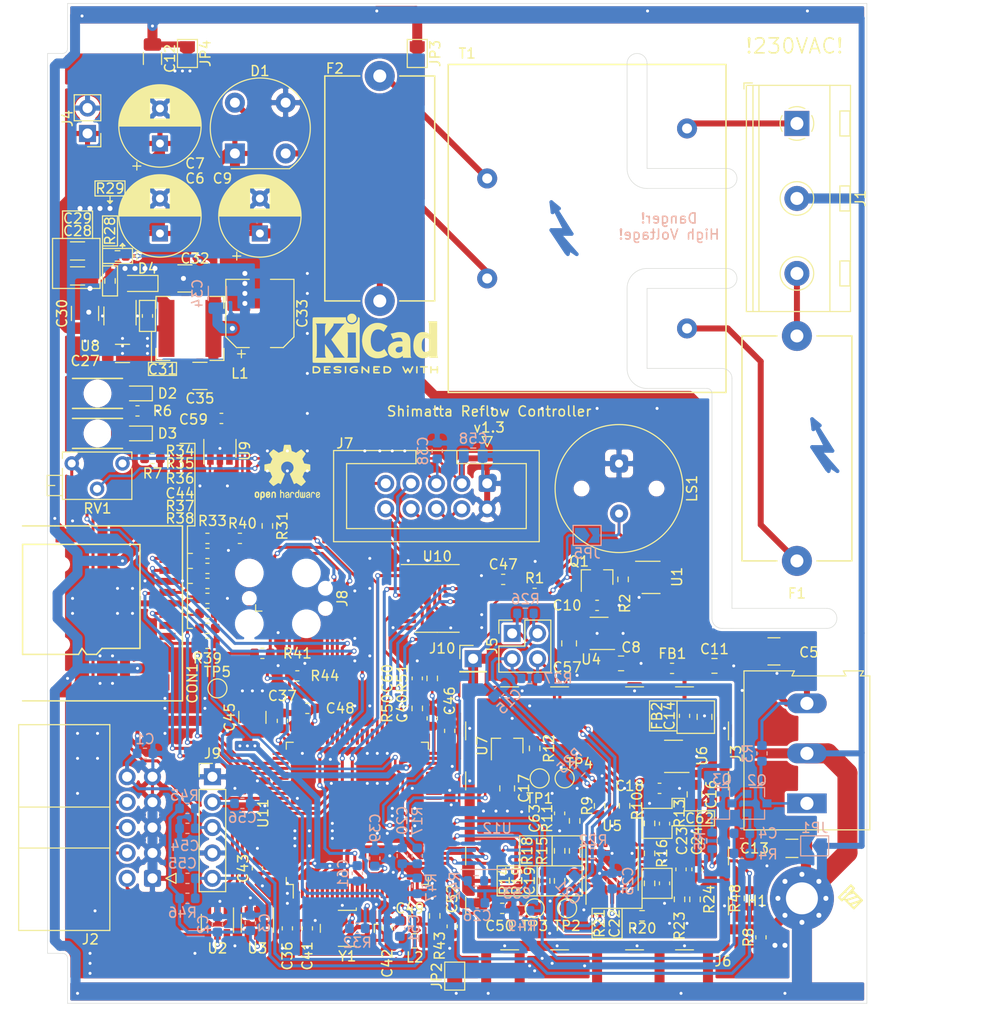
<source format=kicad_pcb>
(kicad_pcb (version 20171130) (host pcbnew 5.1.9)

  (general
    (thickness 1.6)
    (drawings 151)
    (tracks 1898)
    (zones 0)
    (modules 173)
    (nets 150)
  )

  (page A4)
  (layers
    (0 F.Cu signal)
    (31 B.Cu signal)
    (32 B.Adhes user)
    (33 F.Adhes user)
    (34 B.Paste user)
    (35 F.Paste user)
    (36 B.SilkS user)
    (37 F.SilkS user)
    (38 B.Mask user)
    (39 F.Mask user)
    (40 Dwgs.User user)
    (41 Cmts.User user)
    (42 Eco1.User user)
    (43 Eco2.User user)
    (44 Edge.Cuts user)
    (45 Margin user)
    (46 B.CrtYd user)
    (47 F.CrtYd user)
    (48 B.Fab user)
    (49 F.Fab user)
  )

  (setup
    (last_trace_width 0.25)
    (user_trace_width 0.3)
    (user_trace_width 0.4)
    (user_trace_width 0.6)
    (user_trace_width 1)
    (user_trace_width 2)
    (trace_clearance 0.2)
    (zone_clearance 0.25)
    (zone_45_only no)
    (trace_min 0.21)
    (via_size 0.5)
    (via_drill 0.3)
    (via_min_size 0.4)
    (via_min_drill 0.3)
    (user_via 0.9 0.5)
    (uvia_size 0.3)
    (uvia_drill 0.1)
    (uvias_allowed no)
    (uvia_min_size 0.2)
    (uvia_min_drill 0.1)
    (edge_width 0.05)
    (segment_width 0.2)
    (pcb_text_width 0.3)
    (pcb_text_size 1.5 1.5)
    (mod_edge_width 0.12)
    (mod_text_size 1 1)
    (mod_text_width 0.15)
    (pad_size 1.15 1.8)
    (pad_drill 0)
    (pad_to_mask_clearance 0)
    (aux_axis_origin 13 13)
    (grid_origin 13 13)
    (visible_elements FFFFFF7F)
    (pcbplotparams
      (layerselection 0x010f0_ffffffff)
      (usegerberextensions true)
      (usegerberattributes true)
      (usegerberadvancedattributes false)
      (creategerberjobfile true)
      (excludeedgelayer true)
      (linewidth 0.100000)
      (plotframeref false)
      (viasonmask false)
      (mode 1)
      (useauxorigin false)
      (hpglpennumber 1)
      (hpglpenspeed 20)
      (hpglpendiameter 15.000000)
      (psnegative false)
      (psa4output false)
      (plotreference true)
      (plotvalue true)
      (plotinvisibletext false)
      (padsonsilk true)
      (subtractmaskfromsilk false)
      (outputformat 1)
      (mirror false)
      (drillshape 0)
      (scaleselection 1)
      (outputdirectory "gerber/"))
  )

  (net 0 "")
  (net 1 Earth)
  (net 2 GND)
  (net 3 +8V)
  (net 4 +3V3)
  (net 5 +5V)
  (net 6 /Controller/ENC1)
  (net 7 /Controller/ENC2)
  (net 8 /Controller/VREF)
  (net 9 /Controller/SW1)
  (net 10 /Frontend/FORCE+)
  (net 11 /Frontend/FORCE-)
  (net 12 /Frontend/SENS+)
  (net 13 /Frontend/SENS-)
  (net 14 /Controller/SDIO_D1)
  (net 15 /Controller/SDIO_D0)
  (net 16 /Controller/SDIO_CLK)
  (net 17 /Controller/SDIO_CMD)
  (net 18 /Controller/SDIO_D3)
  (net 19 /Controller/SDIO_D2)
  (net 20 /Controller/TEMP_IN)
  (net 21 /L_Trafo)
  (net 22 /L_IN)
  (net 23 /N_IN)
  (net 24 /DIGIO3)
  (net 25 /DIGIO2)
  (net 26 /DIGIO1)
  (net 27 /DIGIO0)
  (net 28 /Controller/SWDIO)
  (net 29 /Controller/SWCLK)
  (net 30 /Controller/PC_RX)
  (net 31 /Controller/PC_TX)
  (net 32 /Controller/~RST)
  (net 33 /Controller/LCD_VO)
  (net 34 /Controller/LCD_RS)
  (net 35 /Controller/LCD_EN)
  (net 36 /Controller/LCD_D3)
  (net 37 /Controller/LCD_D0)
  (net 38 /Controller/LCD_D2)
  (net 39 /Controller/LCD_D1)
  (net 40 /OUT0)
  (net 41 /OUT3)
  (net 42 /OUT2)
  (net 43 /OUT1)
  (net 44 /Controller/VDDA)
  (net 45 +5VL)
  (net 46 /Controller/CARD_DETECT)
  (net 47 +3.3VA)
  (net 48 /Frontend/VREF_OP)
  (net 49 /DIGIO0_PROT)
  (net 50 /DIGIO1_PROT)
  (net 51 /DIGIO2_PROT)
  (net 52 /DIGIO3_PROT)
  (net 53 "Net-(C4-Pad2)")
  (net 54 "Net-(C14-Pad1)")
  (net 55 "Net-(C19-Pad1)")
  (net 56 "Net-(C22-Pad2)")
  (net 57 "Net-(C22-Pad1)")
  (net 58 "Net-(C23-Pad1)")
  (net 59 "Net-(C31-Pad1)")
  (net 60 "Net-(C42-Pad1)")
  (net 61 "Net-(D1-Pad4)")
  (net 62 "Net-(D1-Pad2)")
  (net 63 "Net-(D2-Pad1)")
  (net 64 "Net-(D3-Pad1)")
  (net 65 "Net-(F2-Pad2)")
  (net 66 "Net-(J3-Pad1)")
  (net 67 "Net-(J8-Pad5)")
  (net 68 "Net-(J8-Pad6)")
  (net 69 "Net-(J8-Pad8)")
  (net 70 "Net-(Q2-Pad2)")
  (net 71 "Net-(Q3-Pad1)")
  (net 72 /Controller/SSR_SAFETY_ENABLE)
  (net 73 /Controller/E_~CS)
  (net 74 "Net-(U9-Pad3)")
  (net 75 /Controller/E_SCK)
  (net 76 /Controller/E_MISO)
  (net 77 /Controller/E_MOSI)
  (net 78 "Net-(Q1-Pad3)")
  (net 79 "Net-(U11-Pad1)")
  (net 80 "/Digital Power Supply/DCDC_SW")
  (net 81 /Controller/EXT_WTCHDG_TOGGL)
  (net 82 "Net-(C41-Pad1)")
  (net 83 "Net-(C46-Pad1)")
  (net 84 "Net-(C48-Pad1)")
  (net 85 "Net-(C52-Pad2)")
  (net 86 "Net-(R15-Pad1)")
  (net 87 "Net-(R20-Pad1)")
  (net 88 "Net-(R28-Pad1)")
  (net 89 "Net-(R31-Pad2)")
  (net 90 "Net-(U1-Pad1)")
  (net 91 "Net-(U6-Pad4)")
  (net 92 "Net-(U10-Pad17)")
  (net 93 "Net-(U10-Pad15)")
  (net 94 "Net-(U10-Pad9)")
  (net 95 "Net-(U10-Pad8)")
  (net 96 "Net-(U10-Pad7)")
  (net 97 "Net-(U10-Pad6)")
  (net 98 "Net-(U10-Pad4)")
  (net 99 "Net-(U10-Pad2)")
  (net 100 "Net-(U11-Pad2)")
  (net 101 "Net-(U11-Pad3)")
  (net 102 "Net-(U11-Pad4)")
  (net 103 "Net-(U11-Pad5)")
  (net 104 "Net-(U11-Pad7)")
  (net 105 "Net-(U11-Pad8)")
  (net 106 "Net-(U11-Pad9)")
  (net 107 "Net-(U11-Pad15)")
  (net 108 "Net-(U11-Pad16)")
  (net 109 "Net-(U11-Pad17)")
  (net 110 "Net-(U11-Pad18)")
  (net 111 "Net-(U11-Pad33)")
  (net 112 "Net-(U11-Pad38)")
  (net 113 "Net-(U11-Pad40)")
  (net 114 "Net-(U11-Pad41)")
  (net 115 "Net-(U11-Pad42)")
  (net 116 "Net-(U11-Pad43)")
  (net 117 "Net-(U11-Pad44)")
  (net 118 "Net-(U11-Pad45)")
  (net 119 "Net-(U11-Pad46)")
  (net 120 "Net-(U11-Pad47)")
  (net 121 "Net-(U11-Pad48)")
  (net 122 "Net-(U11-Pad51)")
  (net 123 "Net-(U11-Pad52)")
  (net 124 "Net-(U11-Pad53)")
  (net 125 "Net-(U11-Pad54)")
  (net 126 "Net-(U11-Pad60)")
  (net 127 "Net-(U11-Pad61)")
  (net 128 "Net-(U11-Pad62)")
  (net 129 "Net-(U11-Pad63)")
  (net 130 "Net-(U11-Pad64)")
  (net 131 "Net-(U11-Pad70)")
  (net 132 "Net-(U11-Pad71)")
  (net 133 "Net-(U11-Pad77)")
  (net 134 "Net-(U11-Pad81)")
  (net 135 "Net-(U11-Pad82)")
  (net 136 "Net-(U11-Pad84)")
  (net 137 "Net-(U11-Pad86)")
  (net 138 "Net-(U11-Pad95)")
  (net 139 "Net-(U11-Pad96)")
  (net 140 "Net-(U11-Pad97)")
  (net 141 "Net-(U11-Pad98)")
  (net 142 "Net-(C10-Pad2)")
  (net 143 "Net-(JP5-Pad2)")
  (net 144 "Net-(JP5-Pad1)")
  (net 145 "Net-(C60-Pad1)")
  (net 146 "Net-(C62-Pad2)")
  (net 147 "Net-(C62-Pad1)")
  (net 148 "Net-(C63-Pad2)")
  (net 149 "Net-(C63-Pad1)")

  (net_class Default "This is the default net class."
    (clearance 0.2)
    (trace_width 0.25)
    (via_dia 0.5)
    (via_drill 0.3)
    (uvia_dia 0.3)
    (uvia_drill 0.1)
    (diff_pair_width 0.3)
    (diff_pair_gap 0.25)
    (add_net +3.3VA)
    (add_net +3V3)
    (add_net +5V)
    (add_net +5VL)
    (add_net +8V)
    (add_net /Controller/CARD_DETECT)
    (add_net /Controller/ENC1)
    (add_net /Controller/ENC2)
    (add_net /Controller/EXT_WTCHDG_TOGGL)
    (add_net /Controller/E_MISO)
    (add_net /Controller/E_MOSI)
    (add_net /Controller/E_SCK)
    (add_net /Controller/E_~CS)
    (add_net /Controller/LCD_D0)
    (add_net /Controller/LCD_D1)
    (add_net /Controller/LCD_D2)
    (add_net /Controller/LCD_D3)
    (add_net /Controller/LCD_EN)
    (add_net /Controller/LCD_RS)
    (add_net /Controller/LCD_VO)
    (add_net /Controller/PC_RX)
    (add_net /Controller/PC_TX)
    (add_net /Controller/SDIO_CLK)
    (add_net /Controller/SDIO_CMD)
    (add_net /Controller/SDIO_D0)
    (add_net /Controller/SDIO_D1)
    (add_net /Controller/SDIO_D2)
    (add_net /Controller/SDIO_D3)
    (add_net /Controller/SSR_SAFETY_ENABLE)
    (add_net /Controller/SW1)
    (add_net /Controller/SWCLK)
    (add_net /Controller/SWDIO)
    (add_net /Controller/TEMP_IN)
    (add_net /Controller/VDDA)
    (add_net /Controller/VREF)
    (add_net /Controller/~RST)
    (add_net /DIGIO0)
    (add_net /DIGIO0_PROT)
    (add_net /DIGIO1)
    (add_net /DIGIO1_PROT)
    (add_net /DIGIO2)
    (add_net /DIGIO2_PROT)
    (add_net /DIGIO3)
    (add_net /DIGIO3_PROT)
    (add_net "/Digital Power Supply/DCDC_SW")
    (add_net /Frontend/FORCE+)
    (add_net /Frontend/FORCE-)
    (add_net /Frontend/SENS+)
    (add_net /Frontend/SENS-)
    (add_net /Frontend/VREF_OP)
    (add_net /OUT0)
    (add_net /OUT1)
    (add_net /OUT2)
    (add_net /OUT3)
    (add_net Earth)
    (add_net GND)
    (add_net "Net-(C10-Pad2)")
    (add_net "Net-(C14-Pad1)")
    (add_net "Net-(C19-Pad1)")
    (add_net "Net-(C22-Pad1)")
    (add_net "Net-(C22-Pad2)")
    (add_net "Net-(C23-Pad1)")
    (add_net "Net-(C31-Pad1)")
    (add_net "Net-(C4-Pad2)")
    (add_net "Net-(C41-Pad1)")
    (add_net "Net-(C42-Pad1)")
    (add_net "Net-(C46-Pad1)")
    (add_net "Net-(C48-Pad1)")
    (add_net "Net-(C52-Pad2)")
    (add_net "Net-(C60-Pad1)")
    (add_net "Net-(C62-Pad1)")
    (add_net "Net-(C62-Pad2)")
    (add_net "Net-(C63-Pad1)")
    (add_net "Net-(C63-Pad2)")
    (add_net "Net-(D1-Pad2)")
    (add_net "Net-(D1-Pad4)")
    (add_net "Net-(D2-Pad1)")
    (add_net "Net-(D3-Pad1)")
    (add_net "Net-(F2-Pad2)")
    (add_net "Net-(J3-Pad1)")
    (add_net "Net-(J8-Pad5)")
    (add_net "Net-(J8-Pad6)")
    (add_net "Net-(J8-Pad8)")
    (add_net "Net-(JP5-Pad1)")
    (add_net "Net-(JP5-Pad2)")
    (add_net "Net-(Q1-Pad3)")
    (add_net "Net-(Q2-Pad2)")
    (add_net "Net-(Q3-Pad1)")
    (add_net "Net-(R15-Pad1)")
    (add_net "Net-(R20-Pad1)")
    (add_net "Net-(R28-Pad1)")
    (add_net "Net-(R31-Pad2)")
    (add_net "Net-(U1-Pad1)")
    (add_net "Net-(U10-Pad15)")
    (add_net "Net-(U10-Pad17)")
    (add_net "Net-(U10-Pad2)")
    (add_net "Net-(U10-Pad4)")
    (add_net "Net-(U10-Pad6)")
    (add_net "Net-(U10-Pad7)")
    (add_net "Net-(U10-Pad8)")
    (add_net "Net-(U10-Pad9)")
    (add_net "Net-(U11-Pad1)")
    (add_net "Net-(U11-Pad15)")
    (add_net "Net-(U11-Pad16)")
    (add_net "Net-(U11-Pad17)")
    (add_net "Net-(U11-Pad18)")
    (add_net "Net-(U11-Pad2)")
    (add_net "Net-(U11-Pad3)")
    (add_net "Net-(U11-Pad33)")
    (add_net "Net-(U11-Pad38)")
    (add_net "Net-(U11-Pad4)")
    (add_net "Net-(U11-Pad40)")
    (add_net "Net-(U11-Pad41)")
    (add_net "Net-(U11-Pad42)")
    (add_net "Net-(U11-Pad43)")
    (add_net "Net-(U11-Pad44)")
    (add_net "Net-(U11-Pad45)")
    (add_net "Net-(U11-Pad46)")
    (add_net "Net-(U11-Pad47)")
    (add_net "Net-(U11-Pad48)")
    (add_net "Net-(U11-Pad5)")
    (add_net "Net-(U11-Pad51)")
    (add_net "Net-(U11-Pad52)")
    (add_net "Net-(U11-Pad53)")
    (add_net "Net-(U11-Pad54)")
    (add_net "Net-(U11-Pad60)")
    (add_net "Net-(U11-Pad61)")
    (add_net "Net-(U11-Pad62)")
    (add_net "Net-(U11-Pad63)")
    (add_net "Net-(U11-Pad64)")
    (add_net "Net-(U11-Pad7)")
    (add_net "Net-(U11-Pad70)")
    (add_net "Net-(U11-Pad71)")
    (add_net "Net-(U11-Pad77)")
    (add_net "Net-(U11-Pad8)")
    (add_net "Net-(U11-Pad81)")
    (add_net "Net-(U11-Pad82)")
    (add_net "Net-(U11-Pad84)")
    (add_net "Net-(U11-Pad86)")
    (add_net "Net-(U11-Pad9)")
    (add_net "Net-(U11-Pad95)")
    (add_net "Net-(U11-Pad96)")
    (add_net "Net-(U11-Pad97)")
    (add_net "Net-(U11-Pad98)")
    (add_net "Net-(U6-Pad4)")
    (add_net "Net-(U9-Pad3)")
  )

  (net_class HV ""
    (clearance 2.55)
    (trace_width 1)
    (via_dia 0.5)
    (via_drill 0.3)
    (uvia_dia 0.3)
    (uvia_drill 0.1)
    (diff_pair_width 0.21)
    (diff_pair_gap 0.25)
    (add_net /L_IN)
    (add_net /L_Trafo)
    (add_net /N_IN)
  )

  (module Capacitor_SMD:C_0603_1608Metric (layer F.Cu) (tedit 5F68FEEE) (tstamp 5FD64B98)
    (at 67.25 94 270)
    (descr "Capacitor SMD 0603 (1608 Metric), square (rectangular) end terminal, IPC_7351 nominal, (Body size source: IPC-SM-782 page 76, https://www.pcb-3d.com/wordpress/wp-content/uploads/ipc-sm-782a_amendment_1_and_2.pdf), generated with kicad-footprint-generator")
    (tags capacitor)
    (path /5D8C5188/5FE2133C)
    (attr smd)
    (fp_text reference C63 (at 0.5 2.5 90) (layer F.SilkS)
      (effects (font (size 1 1) (thickness 0.15)))
    )
    (fp_text value DNP (at 0 1.43 90) (layer F.Fab)
      (effects (font (size 1 1) (thickness 0.15)))
    )
    (fp_line (start -0.8 0.4) (end -0.8 -0.4) (layer F.Fab) (width 0.1))
    (fp_line (start -0.8 -0.4) (end 0.8 -0.4) (layer F.Fab) (width 0.1))
    (fp_line (start 0.8 -0.4) (end 0.8 0.4) (layer F.Fab) (width 0.1))
    (fp_line (start 0.8 0.4) (end -0.8 0.4) (layer F.Fab) (width 0.1))
    (fp_line (start -0.14058 -0.51) (end 0.14058 -0.51) (layer F.SilkS) (width 0.12))
    (fp_line (start -0.14058 0.51) (end 0.14058 0.51) (layer F.SilkS) (width 0.12))
    (fp_line (start -1.48 0.73) (end -1.48 -0.73) (layer F.CrtYd) (width 0.05))
    (fp_line (start -1.48 -0.73) (end 1.48 -0.73) (layer F.CrtYd) (width 0.05))
    (fp_line (start 1.48 -0.73) (end 1.48 0.73) (layer F.CrtYd) (width 0.05))
    (fp_line (start 1.48 0.73) (end -1.48 0.73) (layer F.CrtYd) (width 0.05))
    (fp_text user %R (at 0 0 90) (layer F.Fab)
      (effects (font (size 0.4 0.4) (thickness 0.06)))
    )
    (pad 2 smd roundrect (at 0.775 0 270) (size 0.9 0.95) (layers F.Cu F.Paste F.Mask) (roundrect_rratio 0.25)
      (net 148 "Net-(C63-Pad2)"))
    (pad 1 smd roundrect (at -0.775 0 270) (size 0.9 0.95) (layers F.Cu F.Paste F.Mask) (roundrect_rratio 0.25)
      (net 149 "Net-(C63-Pad1)"))
    (model ${KISYS3DMOD}/Capacitor_SMD.3dshapes/C_0603_1608Metric.wrl
      (at (xyz 0 0 0))
      (scale (xyz 1 1 1))
      (rotate (xyz 0 0 0))
    )
  )

  (module Capacitor_SMD:C_0603_1608Metric (layer F.Cu) (tedit 5F68FEEE) (tstamp 5FD64B87)
    (at 77.75 95.025 270)
    (descr "Capacitor SMD 0603 (1608 Metric), square (rectangular) end terminal, IPC_7351 nominal, (Body size source: IPC-SM-782 page 76, https://www.pcb-3d.com/wordpress/wp-content/uploads/ipc-sm-782a_amendment_1_and_2.pdf), generated with kicad-footprint-generator")
    (tags capacitor)
    (path /5D8C5188/5FE331AE)
    (attr smd)
    (fp_text reference C62 (at -0.525 -3.5 180) (layer F.SilkS)
      (effects (font (size 1 1) (thickness 0.15)))
    )
    (fp_text value DNP (at 0 1.43 90) (layer F.Fab)
      (effects (font (size 1 1) (thickness 0.15)))
    )
    (fp_line (start -0.8 0.4) (end -0.8 -0.4) (layer F.Fab) (width 0.1))
    (fp_line (start -0.8 -0.4) (end 0.8 -0.4) (layer F.Fab) (width 0.1))
    (fp_line (start 0.8 -0.4) (end 0.8 0.4) (layer F.Fab) (width 0.1))
    (fp_line (start 0.8 0.4) (end -0.8 0.4) (layer F.Fab) (width 0.1))
    (fp_line (start -0.14058 -0.51) (end 0.14058 -0.51) (layer F.SilkS) (width 0.12))
    (fp_line (start -0.14058 0.51) (end 0.14058 0.51) (layer F.SilkS) (width 0.12))
    (fp_line (start -1.48 0.73) (end -1.48 -0.73) (layer F.CrtYd) (width 0.05))
    (fp_line (start -1.48 -0.73) (end 1.48 -0.73) (layer F.CrtYd) (width 0.05))
    (fp_line (start 1.48 -0.73) (end 1.48 0.73) (layer F.CrtYd) (width 0.05))
    (fp_line (start 1.48 0.73) (end -1.48 0.73) (layer F.CrtYd) (width 0.05))
    (fp_text user %R (at 0 0 90) (layer F.Fab)
      (effects (font (size 0.4 0.4) (thickness 0.06)))
    )
    (pad 2 smd roundrect (at 0.775 0 270) (size 0.9 0.95) (layers F.Cu F.Paste F.Mask) (roundrect_rratio 0.25)
      (net 146 "Net-(C62-Pad2)"))
    (pad 1 smd roundrect (at -0.775 0 270) (size 0.9 0.95) (layers F.Cu F.Paste F.Mask) (roundrect_rratio 0.25)
      (net 147 "Net-(C62-Pad1)"))
    (model ${KISYS3DMOD}/Capacitor_SMD.3dshapes/C_0603_1608Metric.wrl
      (at (xyz 0 0 0))
      (scale (xyz 1 1 1))
      (rotate (xyz 0 0 0))
    )
  )

  (module Capacitor_SMD:C_0603_1608Metric (layer B.Cu) (tedit 5F68FEEE) (tstamp 5FD2F3FD)
    (at 47 100 270)
    (descr "Capacitor SMD 0603 (1608 Metric), square (rectangular) end terminal, IPC_7351 nominal, (Body size source: IPC-SM-782 page 76, https://www.pcb-3d.com/wordpress/wp-content/uploads/ipc-sm-782a_amendment_1_and_2.pdf), generated with kicad-footprint-generator")
    (tags capacitor)
    (path /5D77EC9D/5FD72F9A)
    (attr smd)
    (fp_text reference C61 (at 0 1.43 90) (layer B.SilkS)
      (effects (font (size 1 1) (thickness 0.15)) (justify mirror))
    )
    (fp_text value 100n (at 0 -1.43 90) (layer B.Fab)
      (effects (font (size 1 1) (thickness 0.15)) (justify mirror))
    )
    (fp_line (start -0.8 -0.4) (end -0.8 0.4) (layer B.Fab) (width 0.1))
    (fp_line (start -0.8 0.4) (end 0.8 0.4) (layer B.Fab) (width 0.1))
    (fp_line (start 0.8 0.4) (end 0.8 -0.4) (layer B.Fab) (width 0.1))
    (fp_line (start 0.8 -0.4) (end -0.8 -0.4) (layer B.Fab) (width 0.1))
    (fp_line (start -0.14058 0.51) (end 0.14058 0.51) (layer B.SilkS) (width 0.12))
    (fp_line (start -0.14058 -0.51) (end 0.14058 -0.51) (layer B.SilkS) (width 0.12))
    (fp_line (start -1.48 -0.73) (end -1.48 0.73) (layer B.CrtYd) (width 0.05))
    (fp_line (start -1.48 0.73) (end 1.48 0.73) (layer B.CrtYd) (width 0.05))
    (fp_line (start 1.48 0.73) (end 1.48 -0.73) (layer B.CrtYd) (width 0.05))
    (fp_line (start 1.48 -0.73) (end -1.48 -0.73) (layer B.CrtYd) (width 0.05))
    (fp_text user %R (at 0 0 90) (layer B.Fab)
      (effects (font (size 0.4 0.4) (thickness 0.06)) (justify mirror))
    )
    (pad 2 smd roundrect (at 0.775 0 270) (size 0.9 0.95) (layers B.Cu B.Paste B.Mask) (roundrect_rratio 0.25)
      (net 2 GND))
    (pad 1 smd roundrect (at -0.775 0 270) (size 0.9 0.95) (layers B.Cu B.Paste B.Mask) (roundrect_rratio 0.25)
      (net 4 +3V3))
    (model ${KISYS3DMOD}/Capacitor_SMD.3dshapes/C_0603_1608Metric.wrl
      (at (xyz 0 0 0))
      (scale (xyz 1 1 1))
      (rotate (xyz 0 0 0))
    )
  )

  (module shimatta_buzzer:PKM13EPYH4002-B0 (layer F.Cu) (tedit 5FCFC26C) (tstamp 5FCC3E58)
    (at 73.198 61.514 270)
    (tags buzzer,piezo)
    (path /5D891662)
    (fp_text reference LS1 (at 0 -7.3 90) (layer F.SilkS)
      (effects (font (size 1 1) (thickness 0.15)))
    )
    (fp_text value Buzzer (at 0 0 180) (layer F.Fab)
      (effects (font (size 1 1) (thickness 0.15)))
    )
    (fp_circle (center 0 0) (end 6.5 0) (layer F.Fab) (width 0.12))
    (fp_circle (center 0 0) (end 6.5 0) (layer F.CrtYd) (width 0.12))
    (fp_circle (center 0 0) (end 6.4 0) (layer F.SilkS) (width 0.12))
    (pad "" np_thru_hole circle (at 0 -3.75 270) (size 1.1 1.1) (drill 1.1) (layers *.Cu *.Mask))
    (pad "" np_thru_hole circle (at 0 3.75 270) (size 1.1 1.1) (drill 1.1) (layers *.Cu *.Mask))
    (pad 2 thru_hole circle (at 2.5 0 270) (size 1.8 1.8) (drill 0.8) (layers *.Cu *.Mask)
      (net 143 "Net-(JP5-Pad2)"))
    (pad 1 thru_hole roundrect (at -2.5 0 270) (size 1.8 1.8) (drill 0.8) (layers *.Cu *.Mask) (roundrect_rratio 0.25)
      (net 2 GND))
    (model ${KISYS3DMOD}/buzzer.shapes3d/PKM13EPYH4002-B0.wrl
      (at (xyz 0 0 0))
      (scale (xyz 0.3937 0.3937 0.3937))
      (rotate (xyz 0 0 0))
    )
  )

  (module Resistor_SMD:R_0603_1608Metric (layer F.Cu) (tedit 5F68FEEE) (tstamp 5FCDB62B)
    (at 54.5 80.5 270)
    (descr "Resistor SMD 0603 (1608 Metric), square (rectangular) end terminal, IPC_7351 nominal, (Body size source: IPC-SM-782 page 72, https://www.pcb-3d.com/wordpress/wp-content/uploads/ipc-sm-782a_amendment_1_and_2.pdf), generated with kicad-footprint-generator")
    (tags resistor)
    (path /5D77EC9D/5FD62ABC)
    (attr smd)
    (fp_text reference R51 (at 0 3 90) (layer F.SilkS)
      (effects (font (size 1 1) (thickness 0.15)))
    )
    (fp_text value 10k (at -2.25 0 90) (layer F.Fab)
      (effects (font (size 1 1) (thickness 0.15)))
    )
    (fp_line (start 1.48 0.73) (end -1.48 0.73) (layer F.CrtYd) (width 0.05))
    (fp_line (start 1.48 -0.73) (end 1.48 0.73) (layer F.CrtYd) (width 0.05))
    (fp_line (start -1.48 -0.73) (end 1.48 -0.73) (layer F.CrtYd) (width 0.05))
    (fp_line (start -1.48 0.73) (end -1.48 -0.73) (layer F.CrtYd) (width 0.05))
    (fp_line (start -0.237258 0.5225) (end 0.237258 0.5225) (layer F.SilkS) (width 0.12))
    (fp_line (start -0.237258 -0.5225) (end 0.237258 -0.5225) (layer F.SilkS) (width 0.12))
    (fp_line (start 0.8 0.4125) (end -0.8 0.4125) (layer F.Fab) (width 0.1))
    (fp_line (start 0.8 -0.4125) (end 0.8 0.4125) (layer F.Fab) (width 0.1))
    (fp_line (start -0.8 -0.4125) (end 0.8 -0.4125) (layer F.Fab) (width 0.1))
    (fp_line (start -0.8 0.4125) (end -0.8 -0.4125) (layer F.Fab) (width 0.1))
    (fp_text user %R (at 0 0 90) (layer F.Fab)
      (effects (font (size 0.4 0.4) (thickness 0.06)))
    )
    (pad 2 smd roundrect (at 0.825 0 270) (size 0.8 0.95) (layers F.Cu F.Paste F.Mask) (roundrect_rratio 0.25)
      (net 145 "Net-(C60-Pad1)"))
    (pad 1 smd roundrect (at -0.825 0 270) (size 0.8 0.95) (layers F.Cu F.Paste F.Mask) (roundrect_rratio 0.25)
      (net 2 GND))
    (model ${KISYS3DMOD}/Resistor_SMD.3dshapes/R_0603_1608Metric.wrl
      (at (xyz 0 0 0))
      (scale (xyz 1 1 1))
      (rotate (xyz 0 0 0))
    )
  )

  (module Resistor_SMD:R_0603_1608Metric (layer F.Cu) (tedit 5F68FEEE) (tstamp 5FCDB61A)
    (at 53 83.5 270)
    (descr "Resistor SMD 0603 (1608 Metric), square (rectangular) end terminal, IPC_7351 nominal, (Body size source: IPC-SM-782 page 72, https://www.pcb-3d.com/wordpress/wp-content/uploads/ipc-sm-782a_amendment_1_and_2.pdf), generated with kicad-footprint-generator")
    (tags resistor)
    (path /5D77EC9D/5FD5CEDB)
    (attr smd)
    (fp_text reference R50 (at 0 3 90) (layer F.SilkS)
      (effects (font (size 1 1) (thickness 0.15)))
    )
    (fp_text value 10k (at 0 1.43 90) (layer F.Fab)
      (effects (font (size 1 1) (thickness 0.15)))
    )
    (fp_line (start 1.48 0.73) (end -1.48 0.73) (layer F.CrtYd) (width 0.05))
    (fp_line (start 1.48 -0.73) (end 1.48 0.73) (layer F.CrtYd) (width 0.05))
    (fp_line (start -1.48 -0.73) (end 1.48 -0.73) (layer F.CrtYd) (width 0.05))
    (fp_line (start -1.48 0.73) (end -1.48 -0.73) (layer F.CrtYd) (width 0.05))
    (fp_line (start -0.237258 0.5225) (end 0.237258 0.5225) (layer F.SilkS) (width 0.12))
    (fp_line (start -0.237258 -0.5225) (end 0.237258 -0.5225) (layer F.SilkS) (width 0.12))
    (fp_line (start 0.8 0.4125) (end -0.8 0.4125) (layer F.Fab) (width 0.1))
    (fp_line (start 0.8 -0.4125) (end 0.8 0.4125) (layer F.Fab) (width 0.1))
    (fp_line (start -0.8 -0.4125) (end 0.8 -0.4125) (layer F.Fab) (width 0.1))
    (fp_line (start -0.8 0.4125) (end -0.8 -0.4125) (layer F.Fab) (width 0.1))
    (fp_text user %R (at 0 0 90) (layer F.Fab)
      (effects (font (size 0.4 0.4) (thickness 0.06)))
    )
    (pad 2 smd roundrect (at 0.825 0 270) (size 0.8 0.95) (layers F.Cu F.Paste F.Mask) (roundrect_rratio 0.25)
      (net 4 +3V3))
    (pad 1 smd roundrect (at -0.825 0 270) (size 0.8 0.95) (layers F.Cu F.Paste F.Mask) (roundrect_rratio 0.25)
      (net 145 "Net-(C60-Pad1)"))
    (model ${KISYS3DMOD}/Resistor_SMD.3dshapes/R_0603_1608Metric.wrl
      (at (xyz 0 0 0))
      (scale (xyz 1 1 1))
      (rotate (xyz 0 0 0))
    )
  )

  (module Capacitor_SMD:C_0603_1608Metric (layer F.Cu) (tedit 5F68FEEE) (tstamp 5FCDA8B7)
    (at 53 80.5 90)
    (descr "Capacitor SMD 0603 (1608 Metric), square (rectangular) end terminal, IPC_7351 nominal, (Body size source: IPC-SM-782 page 76, https://www.pcb-3d.com/wordpress/wp-content/uploads/ipc-sm-782a_amendment_1_and_2.pdf), generated with kicad-footprint-generator")
    (tags capacitor)
    (path /5D77EC9D/5FE39FAF)
    (attr smd)
    (fp_text reference C60 (at 0 -3 90) (layer F.SilkS)
      (effects (font (size 1 1) (thickness 0.15)))
    )
    (fp_text value 100n (at 2.75 0 90) (layer F.Fab)
      (effects (font (size 1 1) (thickness 0.15)))
    )
    (fp_line (start 1.48 0.73) (end -1.48 0.73) (layer F.CrtYd) (width 0.05))
    (fp_line (start 1.48 -0.73) (end 1.48 0.73) (layer F.CrtYd) (width 0.05))
    (fp_line (start -1.48 -0.73) (end 1.48 -0.73) (layer F.CrtYd) (width 0.05))
    (fp_line (start -1.48 0.73) (end -1.48 -0.73) (layer F.CrtYd) (width 0.05))
    (fp_line (start -0.14058 0.51) (end 0.14058 0.51) (layer F.SilkS) (width 0.12))
    (fp_line (start -0.14058 -0.51) (end 0.14058 -0.51) (layer F.SilkS) (width 0.12))
    (fp_line (start 0.8 0.4) (end -0.8 0.4) (layer F.Fab) (width 0.1))
    (fp_line (start 0.8 -0.4) (end 0.8 0.4) (layer F.Fab) (width 0.1))
    (fp_line (start -0.8 -0.4) (end 0.8 -0.4) (layer F.Fab) (width 0.1))
    (fp_line (start -0.8 0.4) (end -0.8 -0.4) (layer F.Fab) (width 0.1))
    (fp_text user %R (at 0 0 90) (layer F.Fab)
      (effects (font (size 0.4 0.4) (thickness 0.06)))
    )
    (pad 2 smd roundrect (at 0.775 0 90) (size 0.9 0.95) (layers F.Cu F.Paste F.Mask) (roundrect_rratio 0.25)
      (net 2 GND))
    (pad 1 smd roundrect (at -0.775 0 90) (size 0.9 0.95) (layers F.Cu F.Paste F.Mask) (roundrect_rratio 0.25)
      (net 145 "Net-(C60-Pad1)"))
    (model ${KISYS3DMOD}/Capacitor_SMD.3dshapes/C_0603_1608Metric.wrl
      (at (xyz 0 0 0))
      (scale (xyz 1 1 1))
      (rotate (xyz 0 0 0))
    )
  )

  (module Jumper:SolderJumper-2_P1.3mm_Open_TrianglePad1.0x1.5mm (layer B.Cu) (tedit 5A64794F) (tstamp 5FCF9810)
    (at 70 66.2)
    (descr "SMD Solder Jumper, 1x1.5mm Triangular Pads, 0.3mm gap, open")
    (tags "solder jumper open")
    (path /600F11A8)
    (attr virtual)
    (fp_text reference JP5 (at 0 1.8) (layer B.SilkS)
      (effects (font (size 1 1) (thickness 0.15)) (justify mirror))
    )
    (fp_text value DNP (at 0 -1.9) (layer B.Fab)
      (effects (font (size 1 1) (thickness 0.15)) (justify mirror))
    )
    (fp_line (start 1.65 -1.25) (end -1.65 -1.25) (layer B.CrtYd) (width 0.05))
    (fp_line (start 1.65 -1.25) (end 1.65 1.25) (layer B.CrtYd) (width 0.05))
    (fp_line (start -1.65 1.25) (end -1.65 -1.25) (layer B.CrtYd) (width 0.05))
    (fp_line (start -1.65 1.25) (end 1.65 1.25) (layer B.CrtYd) (width 0.05))
    (fp_line (start -1.4 1) (end 1.4 1) (layer B.SilkS) (width 0.12))
    (fp_line (start 1.4 1) (end 1.4 -1) (layer B.SilkS) (width 0.12))
    (fp_line (start 1.4 -1) (end -1.4 -1) (layer B.SilkS) (width 0.12))
    (fp_line (start -1.4 -1) (end -1.4 1) (layer B.SilkS) (width 0.12))
    (pad 1 smd custom (at -0.725 0) (size 0.3 0.3) (layers B.Cu B.Mask)
      (net 144 "Net-(JP5-Pad1)") (zone_connect 2)
      (options (clearance outline) (anchor rect))
      (primitives
        (gr_poly (pts
           (xy -0.5 0.75) (xy 0.5 0.75) (xy 1 0) (xy 0.5 -0.75) (xy -0.5 -0.75)
) (width 0))
      ))
    (pad 2 smd custom (at 0.725 0) (size 0.3 0.3) (layers B.Cu B.Mask)
      (net 143 "Net-(JP5-Pad2)") (zone_connect 2)
      (options (clearance outline) (anchor rect))
      (primitives
        (gr_poly (pts
           (xy -0.65 0.75) (xy 0.5 0.75) (xy 0.5 -0.75) (xy -0.65 -0.75) (xy -0.15 0)
) (width 0))
      ))
  )

  (module Capacitor_SMD:C_0603_1608Metric (layer F.Cu) (tedit 5F68FEEE) (tstamp 5FCF2BEC)
    (at 33.4 54.5)
    (descr "Capacitor SMD 0603 (1608 Metric), square (rectangular) end terminal, IPC_7351 nominal, (Body size source: IPC-SM-782 page 76, https://www.pcb-3d.com/wordpress/wp-content/uploads/ipc-sm-782a_amendment_1_and_2.pdf), generated with kicad-footprint-generator")
    (tags capacitor)
    (path /5D77EC9D/5FFAEEF2)
    (attr smd)
    (fp_text reference C59 (at -2.8 0.1) (layer F.SilkS)
      (effects (font (size 1 1) (thickness 0.15)))
    )
    (fp_text value 100n (at -0.15 1.25) (layer F.Fab)
      (effects (font (size 1 1) (thickness 0.15)))
    )
    (fp_line (start 1.48 0.73) (end -1.48 0.73) (layer F.CrtYd) (width 0.05))
    (fp_line (start 1.48 -0.73) (end 1.48 0.73) (layer F.CrtYd) (width 0.05))
    (fp_line (start -1.48 -0.73) (end 1.48 -0.73) (layer F.CrtYd) (width 0.05))
    (fp_line (start -1.48 0.73) (end -1.48 -0.73) (layer F.CrtYd) (width 0.05))
    (fp_line (start -0.14058 0.51) (end 0.14058 0.51) (layer F.SilkS) (width 0.12))
    (fp_line (start -0.14058 -0.51) (end 0.14058 -0.51) (layer F.SilkS) (width 0.12))
    (fp_line (start 0.8 0.4) (end -0.8 0.4) (layer F.Fab) (width 0.1))
    (fp_line (start 0.8 -0.4) (end 0.8 0.4) (layer F.Fab) (width 0.1))
    (fp_line (start -0.8 -0.4) (end 0.8 -0.4) (layer F.Fab) (width 0.1))
    (fp_line (start -0.8 0.4) (end -0.8 -0.4) (layer F.Fab) (width 0.1))
    (fp_text user %R (at 0 0) (layer F.Fab)
      (effects (font (size 0.4 0.4) (thickness 0.06)))
    )
    (pad 2 smd roundrect (at 0.775 0) (size 0.9 0.95) (layers F.Cu F.Paste F.Mask) (roundrect_rratio 0.25)
      (net 2 GND))
    (pad 1 smd roundrect (at -0.775 0) (size 0.9 0.95) (layers F.Cu F.Paste F.Mask) (roundrect_rratio 0.25)
      (net 4 +3V3))
    (model ${KISYS3DMOD}/Capacitor_SMD.3dshapes/C_0603_1608Metric.wrl
      (at (xyz 0 0 0))
      (scale (xyz 1 1 1))
      (rotate (xyz 0 0 0))
    )
  )

  (module Capacitor_SMD:C_0805_2012Metric (layer B.Cu) (tedit 5F68FEEE) (tstamp 5FCEA5B5)
    (at 58.6 58.2 180)
    (descr "Capacitor SMD 0805 (2012 Metric), square (rectangular) end terminal, IPC_7351 nominal, (Body size source: IPC-SM-782 page 76, https://www.pcb-3d.com/wordpress/wp-content/uploads/ipc-sm-782a_amendment_1_and_2.pdf, https://docs.google.com/spreadsheets/d/1BsfQQcO9C6DZCsRaXUlFlo91Tg2WpOkGARC1WS5S8t0/edit?usp=sharing), generated with kicad-footprint-generator")
    (tags capacitor)
    (path /5D77EC9D/5FEFE3CF)
    (attr smd)
    (fp_text reference C58 (at 0 1.68) (layer B.SilkS)
      (effects (font (size 1 1) (thickness 0.15)) (justify mirror))
    )
    (fp_text value 1u (at 0 -1.68) (layer B.Fab)
      (effects (font (size 1 1) (thickness 0.15)) (justify mirror))
    )
    (fp_line (start 1.7 -0.98) (end -1.7 -0.98) (layer B.CrtYd) (width 0.05))
    (fp_line (start 1.7 0.98) (end 1.7 -0.98) (layer B.CrtYd) (width 0.05))
    (fp_line (start -1.7 0.98) (end 1.7 0.98) (layer B.CrtYd) (width 0.05))
    (fp_line (start -1.7 -0.98) (end -1.7 0.98) (layer B.CrtYd) (width 0.05))
    (fp_line (start -0.261252 -0.735) (end 0.261252 -0.735) (layer B.SilkS) (width 0.12))
    (fp_line (start -0.261252 0.735) (end 0.261252 0.735) (layer B.SilkS) (width 0.12))
    (fp_line (start 1 -0.625) (end -1 -0.625) (layer B.Fab) (width 0.1))
    (fp_line (start 1 0.625) (end 1 -0.625) (layer B.Fab) (width 0.1))
    (fp_line (start -1 0.625) (end 1 0.625) (layer B.Fab) (width 0.1))
    (fp_line (start -1 -0.625) (end -1 0.625) (layer B.Fab) (width 0.1))
    (fp_text user %R (at 0 0) (layer B.Fab)
      (effects (font (size 0.5 0.5) (thickness 0.08)) (justify mirror))
    )
    (pad 2 smd roundrect (at 0.95 0 180) (size 1 1.45) (layers B.Cu B.Paste B.Mask) (roundrect_rratio 0.25)
      (net 45 +5VL))
    (pad 1 smd roundrect (at -0.95 0 180) (size 1 1.45) (layers B.Cu B.Paste B.Mask) (roundrect_rratio 0.25)
      (net 2 GND))
    (model ${KISYS3DMOD}/Capacitor_SMD.3dshapes/C_0805_2012Metric.wrl
      (at (xyz 0 0 0))
      (scale (xyz 1 1 1))
      (rotate (xyz 0 0 0))
    )
  )

  (module Capacitor_SMD:C_0805_2012Metric (layer F.Cu) (tedit 5F68FEEE) (tstamp 5FCE5B90)
    (at 73.4 79)
    (descr "Capacitor SMD 0805 (2012 Metric), square (rectangular) end terminal, IPC_7351 nominal, (Body size source: IPC-SM-782 page 76, https://www.pcb-3d.com/wordpress/wp-content/uploads/ipc-sm-782a_amendment_1_and_2.pdf, https://docs.google.com/spreadsheets/d/1BsfQQcO9C6DZCsRaXUlFlo91Tg2WpOkGARC1WS5S8t0/edit?usp=sharing), generated with kicad-footprint-generator")
    (tags capacitor)
    (path /5D992429)
    (attr smd)
    (fp_text reference C8 (at 1 -1.6) (layer F.SilkS)
      (effects (font (size 1 1) (thickness 0.15)))
    )
    (fp_text value 100n (at 0 1.68) (layer F.Fab)
      (effects (font (size 1 1) (thickness 0.15)))
    )
    (fp_line (start 1.7 0.98) (end -1.7 0.98) (layer F.CrtYd) (width 0.05))
    (fp_line (start 1.7 -0.98) (end 1.7 0.98) (layer F.CrtYd) (width 0.05))
    (fp_line (start -1.7 -0.98) (end 1.7 -0.98) (layer F.CrtYd) (width 0.05))
    (fp_line (start -1.7 0.98) (end -1.7 -0.98) (layer F.CrtYd) (width 0.05))
    (fp_line (start -0.261252 0.735) (end 0.261252 0.735) (layer F.SilkS) (width 0.12))
    (fp_line (start -0.261252 -0.735) (end 0.261252 -0.735) (layer F.SilkS) (width 0.12))
    (fp_line (start 1 0.625) (end -1 0.625) (layer F.Fab) (width 0.1))
    (fp_line (start 1 -0.625) (end 1 0.625) (layer F.Fab) (width 0.1))
    (fp_line (start -1 -0.625) (end 1 -0.625) (layer F.Fab) (width 0.1))
    (fp_line (start -1 0.625) (end -1 -0.625) (layer F.Fab) (width 0.1))
    (fp_text user %R (at 0 0) (layer F.Fab)
      (effects (font (size 0.5 0.5) (thickness 0.08)))
    )
    (pad 2 smd roundrect (at 0.95 0) (size 1 1.45) (layers F.Cu F.Paste F.Mask) (roundrect_rratio 0.25)
      (net 2 GND))
    (pad 1 smd roundrect (at -0.95 0) (size 1 1.45) (layers F.Cu F.Paste F.Mask) (roundrect_rratio 0.25)
      (net 3 +8V))
    (model ${KISYS3DMOD}/Capacitor_SMD.3dshapes/C_0805_2012Metric.wrl
      (at (xyz 0 0 0))
      (scale (xyz 1 1 1))
      (rotate (xyz 0 0 0))
    )
  )

  (module Package_TO_SOT_SMD:SOT-23-5 (layer F.Cu) (tedit 5A02FF57) (tstamp 5FCDC79F)
    (at 71.2 76 180)
    (descr "5-pin SOT23 package")
    (tags SOT-23-5)
    (path /5FD96B77)
    (attr smd)
    (fp_text reference U4 (at 0.8 -2.6) (layer F.SilkS)
      (effects (font (size 1 1) (thickness 0.15)))
    )
    (fp_text value LP2985-5.0 (at -5.55 0) (layer F.Fab)
      (effects (font (size 1 1) (thickness 0.15)))
    )
    (fp_line (start 0.9 -1.55) (end 0.9 1.55) (layer F.Fab) (width 0.1))
    (fp_line (start 0.9 1.55) (end -0.9 1.55) (layer F.Fab) (width 0.1))
    (fp_line (start -0.9 -0.9) (end -0.9 1.55) (layer F.Fab) (width 0.1))
    (fp_line (start 0.9 -1.55) (end -0.25 -1.55) (layer F.Fab) (width 0.1))
    (fp_line (start -0.9 -0.9) (end -0.25 -1.55) (layer F.Fab) (width 0.1))
    (fp_line (start -1.9 1.8) (end -1.9 -1.8) (layer F.CrtYd) (width 0.05))
    (fp_line (start 1.9 1.8) (end -1.9 1.8) (layer F.CrtYd) (width 0.05))
    (fp_line (start 1.9 -1.8) (end 1.9 1.8) (layer F.CrtYd) (width 0.05))
    (fp_line (start -1.9 -1.8) (end 1.9 -1.8) (layer F.CrtYd) (width 0.05))
    (fp_line (start 0.9 -1.61) (end -1.55 -1.61) (layer F.SilkS) (width 0.12))
    (fp_line (start -0.9 1.61) (end 0.9 1.61) (layer F.SilkS) (width 0.12))
    (fp_text user %R (at 0 0 90) (layer F.Fab)
      (effects (font (size 0.5 0.5) (thickness 0.075)))
    )
    (pad 5 smd rect (at 1.1 -0.95 180) (size 1.06 0.65) (layers F.Cu F.Paste F.Mask)
      (net 45 +5VL))
    (pad 4 smd rect (at 1.1 0.95 180) (size 1.06 0.65) (layers F.Cu F.Paste F.Mask)
      (net 142 "Net-(C10-Pad2)"))
    (pad 3 smd rect (at -1.1 0.95 180) (size 1.06 0.65) (layers F.Cu F.Paste F.Mask)
      (net 3 +8V))
    (pad 2 smd rect (at -1.1 0 180) (size 1.06 0.65) (layers F.Cu F.Paste F.Mask)
      (net 2 GND))
    (pad 1 smd rect (at -1.1 -0.95 180) (size 1.06 0.65) (layers F.Cu F.Paste F.Mask)
      (net 3 +8V))
    (model ${KISYS3DMOD}/Package_TO_SOT_SMD.3dshapes/SOT-23-5.wrl
      (at (xyz 0 0 0))
      (scale (xyz 1 1 1))
      (rotate (xyz 0 0 0))
    )
  )

  (module Capacitor_SMD:C_0805_2012Metric (layer F.Cu) (tedit 5F68FEEE) (tstamp 5FCDB92C)
    (at 68.2 77 270)
    (descr "Capacitor SMD 0805 (2012 Metric), square (rectangular) end terminal, IPC_7351 nominal, (Body size source: IPC-SM-782 page 76, https://www.pcb-3d.com/wordpress/wp-content/uploads/ipc-sm-782a_amendment_1_and_2.pdf, https://docs.google.com/spreadsheets/d/1BsfQQcO9C6DZCsRaXUlFlo91Tg2WpOkGARC1WS5S8t0/edit?usp=sharing), generated with kicad-footprint-generator")
    (tags capacitor)
    (path /5FEA6BEA)
    (attr smd)
    (fp_text reference C57 (at 2.4 0.2 180) (layer F.SilkS)
      (effects (font (size 1 1) (thickness 0.15)))
    )
    (fp_text value 2u2 (at 0 -1.3 90) (layer F.Fab)
      (effects (font (size 1 1) (thickness 0.15)))
    )
    (fp_line (start 1.7 0.98) (end -1.7 0.98) (layer F.CrtYd) (width 0.05))
    (fp_line (start 1.7 -0.98) (end 1.7 0.98) (layer F.CrtYd) (width 0.05))
    (fp_line (start -1.7 -0.98) (end 1.7 -0.98) (layer F.CrtYd) (width 0.05))
    (fp_line (start -1.7 0.98) (end -1.7 -0.98) (layer F.CrtYd) (width 0.05))
    (fp_line (start -0.261252 0.735) (end 0.261252 0.735) (layer F.SilkS) (width 0.12))
    (fp_line (start -0.261252 -0.735) (end 0.261252 -0.735) (layer F.SilkS) (width 0.12))
    (fp_line (start 1 0.625) (end -1 0.625) (layer F.Fab) (width 0.1))
    (fp_line (start 1 -0.625) (end 1 0.625) (layer F.Fab) (width 0.1))
    (fp_line (start -1 -0.625) (end 1 -0.625) (layer F.Fab) (width 0.1))
    (fp_line (start -1 0.625) (end -1 -0.625) (layer F.Fab) (width 0.1))
    (fp_text user %R (at 0 0 90) (layer F.Fab)
      (effects (font (size 0.5 0.5) (thickness 0.08)))
    )
    (pad 2 smd roundrect (at 0.95 0 270) (size 1 1.45) (layers F.Cu F.Paste F.Mask) (roundrect_rratio 0.25)
      (net 2 GND))
    (pad 1 smd roundrect (at -0.95 0 270) (size 1 1.45) (layers F.Cu F.Paste F.Mask) (roundrect_rratio 0.25)
      (net 45 +5VL))
    (model ${KISYS3DMOD}/Capacitor_SMD.3dshapes/C_0805_2012Metric.wrl
      (at (xyz 0 0 0))
      (scale (xyz 1 1 1))
      (rotate (xyz 0 0 0))
    )
  )

  (module Capacitor_SMD:C_0603_1608Metric (layer F.Cu) (tedit 5F68FEEE) (tstamp 5FCDB32D)
    (at 71 73.2 180)
    (descr "Capacitor SMD 0603 (1608 Metric), square (rectangular) end terminal, IPC_7351 nominal, (Body size source: IPC-SM-782 page 76, https://www.pcb-3d.com/wordpress/wp-content/uploads/ipc-sm-782a_amendment_1_and_2.pdf), generated with kicad-footprint-generator")
    (tags capacitor)
    (path /5FDDF514)
    (attr smd)
    (fp_text reference C10 (at 3 0) (layer F.SilkS)
      (effects (font (size 1 1) (thickness 0.15)))
    )
    (fp_text value 10n (at 0 1.43) (layer F.Fab)
      (effects (font (size 1 1) (thickness 0.15)))
    )
    (fp_line (start 1.48 0.73) (end -1.48 0.73) (layer F.CrtYd) (width 0.05))
    (fp_line (start 1.48 -0.73) (end 1.48 0.73) (layer F.CrtYd) (width 0.05))
    (fp_line (start -1.48 -0.73) (end 1.48 -0.73) (layer F.CrtYd) (width 0.05))
    (fp_line (start -1.48 0.73) (end -1.48 -0.73) (layer F.CrtYd) (width 0.05))
    (fp_line (start -0.14058 0.51) (end 0.14058 0.51) (layer F.SilkS) (width 0.12))
    (fp_line (start -0.14058 -0.51) (end 0.14058 -0.51) (layer F.SilkS) (width 0.12))
    (fp_line (start 0.8 0.4) (end -0.8 0.4) (layer F.Fab) (width 0.1))
    (fp_line (start 0.8 -0.4) (end 0.8 0.4) (layer F.Fab) (width 0.1))
    (fp_line (start -0.8 -0.4) (end 0.8 -0.4) (layer F.Fab) (width 0.1))
    (fp_line (start -0.8 0.4) (end -0.8 -0.4) (layer F.Fab) (width 0.1))
    (fp_text user %R (at 0 0) (layer F.Fab)
      (effects (font (size 0.4 0.4) (thickness 0.06)))
    )
    (pad 2 smd roundrect (at 0.775 0 180) (size 0.9 0.95) (layers F.Cu F.Paste F.Mask) (roundrect_rratio 0.25)
      (net 142 "Net-(C10-Pad2)"))
    (pad 1 smd roundrect (at -0.775 0 180) (size 0.9 0.95) (layers F.Cu F.Paste F.Mask) (roundrect_rratio 0.25)
      (net 2 GND))
    (model ${KISYS3DMOD}/Capacitor_SMD.3dshapes/C_0603_1608Metric.wrl
      (at (xyz 0 0 0))
      (scale (xyz 1 1 1))
      (rotate (xyz 0 0 0))
    )
  )

  (module Capacitor_SMD:C_1206_3216Metric (layer F.Cu) (tedit 5FCD28CC) (tstamp 5FBDC8F4)
    (at 19 40.25)
    (descr "Capacitor SMD 1206 (3216 Metric), square (rectangular) end terminal, IPC_7351 nominal, (Body size source: IPC-SM-782 page 76, https://www.pcb-3d.com/wordpress/wp-content/uploads/ipc-sm-782a_amendment_1_and_2.pdf), generated with kicad-footprint-generator")
    (tags capacitor)
    (path /5FB6E41F/5FB7D1DC)
    (attr smd)
    (fp_text reference C28 (at 0 -4.5) (layer F.SilkS)
      (effects (font (size 1 1) (thickness 0.15)))
    )
    (fp_text value 100n (at -3.5 0) (layer F.Fab)
      (effects (font (size 1 1) (thickness 0.15)))
    )
    (fp_line (start -1.6 0.8) (end -1.6 -0.8) (layer F.Fab) (width 0.1))
    (fp_line (start -1.6 -0.8) (end 1.6 -0.8) (layer F.Fab) (width 0.1))
    (fp_line (start 1.6 -0.8) (end 1.6 0.8) (layer F.Fab) (width 0.1))
    (fp_line (start 1.6 0.8) (end -1.6 0.8) (layer F.Fab) (width 0.1))
    (fp_line (start -0.711252 -0.91) (end 0.711252 -0.91) (layer F.SilkS) (width 0.12))
    (fp_line (start -0.711252 0.91) (end 0.711252 0.91) (layer F.SilkS) (width 0.12))
    (fp_line (start -2.3 1.15) (end -2.3 -1.15) (layer F.CrtYd) (width 0.05))
    (fp_line (start -2.3 -1.15) (end 2.3 -1.15) (layer F.CrtYd) (width 0.05))
    (fp_line (start 2.3 -1.15) (end 2.3 1.15) (layer F.CrtYd) (width 0.05))
    (fp_line (start 2.3 1.15) (end -2.3 1.15) (layer F.CrtYd) (width 0.05))
    (fp_text user %R (at 0 0) (layer F.Fab)
      (effects (font (size 0.8 0.8) (thickness 0.12)))
    )
    (pad 2 smd roundrect (at 1.475 0) (size 1.15 1.8) (layers F.Cu F.Paste F.Mask) (roundrect_rratio 0.217)
      (net 2 GND) (zone_connect 2))
    (pad 1 smd roundrect (at -1.475 0) (size 1.15 1.8) (layers F.Cu F.Paste F.Mask) (roundrect_rratio 0.2173904347826087)
      (net 3 +8V))
    (model ${KISYS3DMOD}/Capacitor_SMD.3dshapes/C_1206_3216Metric.wrl
      (at (xyz 0 0 0))
      (scale (xyz 1 1 1))
      (rotate (xyz 0 0 0))
    )
  )

  (module Capacitor_SMD:C_0805_2012Metric (layer F.Cu) (tedit 5F68FEEE) (tstamp 5DEF1000)
    (at 82.75 79.25)
    (descr "Capacitor SMD 0805 (2012 Metric), square (rectangular) end terminal, IPC_7351 nominal, (Body size source: IPC-SM-782 page 76, https://www.pcb-3d.com/wordpress/wp-content/uploads/ipc-sm-782a_amendment_1_and_2.pdf, https://docs.google.com/spreadsheets/d/1BsfQQcO9C6DZCsRaXUlFlo91Tg2WpOkGARC1WS5S8t0/edit?usp=sharing), generated with kicad-footprint-generator")
    (tags capacitor)
    (path /5D99DEEA)
    (attr smd)
    (fp_text reference C11 (at 0 -1.68) (layer F.SilkS)
      (effects (font (size 1 1) (thickness 0.15)))
    )
    (fp_text value 1u (at 0 -1.25) (layer F.Fab)
      (effects (font (size 1 1) (thickness 0.15)))
    )
    (fp_line (start -1 0.625) (end -1 -0.625) (layer F.Fab) (width 0.1))
    (fp_line (start -1 -0.625) (end 1 -0.625) (layer F.Fab) (width 0.1))
    (fp_line (start 1 -0.625) (end 1 0.625) (layer F.Fab) (width 0.1))
    (fp_line (start 1 0.625) (end -1 0.625) (layer F.Fab) (width 0.1))
    (fp_line (start -0.261252 -0.735) (end 0.261252 -0.735) (layer F.SilkS) (width 0.12))
    (fp_line (start -0.261252 0.735) (end 0.261252 0.735) (layer F.SilkS) (width 0.12))
    (fp_line (start -1.7 0.98) (end -1.7 -0.98) (layer F.CrtYd) (width 0.05))
    (fp_line (start -1.7 -0.98) (end 1.7 -0.98) (layer F.CrtYd) (width 0.05))
    (fp_line (start 1.7 -0.98) (end 1.7 0.98) (layer F.CrtYd) (width 0.05))
    (fp_line (start 1.7 0.98) (end -1.7 0.98) (layer F.CrtYd) (width 0.05))
    (fp_text user %R (at 0 0) (layer F.Fab)
      (effects (font (size 0.5 0.5) (thickness 0.08)))
    )
    (pad 2 smd roundrect (at 0.95 0) (size 1 1.45) (layers F.Cu F.Paste F.Mask) (roundrect_rratio 0.25)
      (net 2 GND))
    (pad 1 smd roundrect (at -0.95 0) (size 1 1.45) (layers F.Cu F.Paste F.Mask) (roundrect_rratio 0.25)
      (net 5 +5V))
    (model ${KISYS3DMOD}/Capacitor_SMD.3dshapes/C_0805_2012Metric.wrl
      (at (xyz 0 0 0))
      (scale (xyz 1 1 1))
      (rotate (xyz 0 0 0))
    )
  )

  (module Inductor_SMD:L_0603_1608Metric (layer F.Cu) (tedit 5F68FEF0) (tstamp 5DEF12C3)
    (at 78.5 79.5 180)
    (descr "Inductor SMD 0603 (1608 Metric), square (rectangular) end terminal, IPC_7351 nominal, (Body size source: http://www.tortai-tech.com/upload/download/2011102023233369053.pdf), generated with kicad-footprint-generator")
    (tags inductor)
    (path /5D99D868)
    (attr smd)
    (fp_text reference FB1 (at -0.032 1.476) (layer F.SilkS)
      (effects (font (size 1 1) (thickness 0.15)))
    )
    (fp_text value "600 Z" (at 0 1.43) (layer F.Fab)
      (effects (font (size 1 1) (thickness 0.15)))
    )
    (fp_line (start 1.48 0.73) (end -1.48 0.73) (layer F.CrtYd) (width 0.05))
    (fp_line (start 1.48 -0.73) (end 1.48 0.73) (layer F.CrtYd) (width 0.05))
    (fp_line (start -1.48 -0.73) (end 1.48 -0.73) (layer F.CrtYd) (width 0.05))
    (fp_line (start -1.48 0.73) (end -1.48 -0.73) (layer F.CrtYd) (width 0.05))
    (fp_line (start -0.162779 0.51) (end 0.162779 0.51) (layer F.SilkS) (width 0.12))
    (fp_line (start -0.162779 -0.51) (end 0.162779 -0.51) (layer F.SilkS) (width 0.12))
    (fp_line (start 0.8 0.4) (end -0.8 0.4) (layer F.Fab) (width 0.1))
    (fp_line (start 0.8 -0.4) (end 0.8 0.4) (layer F.Fab) (width 0.1))
    (fp_line (start -0.8 -0.4) (end 0.8 -0.4) (layer F.Fab) (width 0.1))
    (fp_line (start -0.8 0.4) (end -0.8 -0.4) (layer F.Fab) (width 0.1))
    (fp_text user %R (at 0 0) (layer F.Fab)
      (effects (font (size 0.4 0.4) (thickness 0.06)))
    )
    (pad 2 smd roundrect (at 0.7875 0 180) (size 0.875 0.95) (layers F.Cu F.Paste F.Mask) (roundrect_rratio 0.25)
      (net 45 +5VL))
    (pad 1 smd roundrect (at -0.7875 0 180) (size 0.875 0.95) (layers F.Cu F.Paste F.Mask) (roundrect_rratio 0.25)
      (net 5 +5V))
    (model ${KISYS3DMOD}/Inductor_SMD.3dshapes/L_0603_1608Metric.wrl
      (at (xyz 0 0 0))
      (scale (xyz 1 1 1))
      (rotate (xyz 0 0 0))
    )
  )

  (module Capacitor_SMD:C_0805_2012Metric (layer F.Cu) (tedit 5F68FEEE) (tstamp 5FBE6FC9)
    (at 62 91.5 270)
    (descr "Capacitor SMD 0805 (2012 Metric), square (rectangular) end terminal, IPC_7351 nominal, (Body size source: IPC-SM-782 page 76, https://www.pcb-3d.com/wordpress/wp-content/uploads/ipc-sm-782a_amendment_1_and_2.pdf, https://docs.google.com/spreadsheets/d/1BsfQQcO9C6DZCsRaXUlFlo91Tg2WpOkGARC1WS5S8t0/edit?usp=sharing), generated with kicad-footprint-generator")
    (tags capacitor)
    (path /5D8C5188/5E55CA76)
    (attr smd)
    (fp_text reference C17 (at 0 -1.68 90) (layer F.SilkS)
      (effects (font (size 1 1) (thickness 0.15)))
    )
    (fp_text value 10u (at 0 1.68 90) (layer F.Fab)
      (effects (font (size 1 1) (thickness 0.15)))
    )
    (fp_line (start -1 0.625) (end -1 -0.625) (layer F.Fab) (width 0.1))
    (fp_line (start -1 -0.625) (end 1 -0.625) (layer F.Fab) (width 0.1))
    (fp_line (start 1 -0.625) (end 1 0.625) (layer F.Fab) (width 0.1))
    (fp_line (start 1 0.625) (end -1 0.625) (layer F.Fab) (width 0.1))
    (fp_line (start -0.261252 -0.735) (end 0.261252 -0.735) (layer F.SilkS) (width 0.12))
    (fp_line (start -0.261252 0.735) (end 0.261252 0.735) (layer F.SilkS) (width 0.12))
    (fp_line (start -1.7 0.98) (end -1.7 -0.98) (layer F.CrtYd) (width 0.05))
    (fp_line (start -1.7 -0.98) (end 1.7 -0.98) (layer F.CrtYd) (width 0.05))
    (fp_line (start 1.7 -0.98) (end 1.7 0.98) (layer F.CrtYd) (width 0.05))
    (fp_line (start 1.7 0.98) (end -1.7 0.98) (layer F.CrtYd) (width 0.05))
    (fp_text user %R (at 0 0 90) (layer F.Fab)
      (effects (font (size 0.5 0.5) (thickness 0.08)))
    )
    (pad 2 smd roundrect (at 0.95 0 270) (size 1 1.45) (layers F.Cu F.Paste F.Mask) (roundrect_rratio 0.25)
      (net 2 GND))
    (pad 1 smd roundrect (at -0.95 0 270) (size 1 1.45) (layers F.Cu F.Paste F.Mask) (roundrect_rratio 0.25)
      (net 48 /Frontend/VREF_OP))
    (model ${KISYS3DMOD}/Capacitor_SMD.3dshapes/C_0805_2012Metric.wrl
      (at (xyz 0 0 0))
      (scale (xyz 1 1 1))
      (rotate (xyz 0 0 0))
    )
  )

  (module Connector_PinHeader_2.54mm:PinHeader_1x01_P2.54mm_Vertical (layer F.Cu) (tedit 59FED5CC) (tstamp 5FCA948C)
    (at 58.593 78.532)
    (descr "Through hole straight pin header, 1x01, 2.54mm pitch, single row")
    (tags "Through hole pin header THT 1x01 2.54mm single row")
    (path /5FCB5841)
    (fp_text reference J10 (at -3.093 -1.032) (layer F.SilkS)
      (effects (font (size 1 1) (thickness 0.15)))
    )
    (fp_text value Conn_01x01 (at -0.093 -6.032 90) (layer F.Fab)
      (effects (font (size 1 1) (thickness 0.15)))
    )
    (fp_line (start 1.8 -1.8) (end -1.8 -1.8) (layer F.CrtYd) (width 0.05))
    (fp_line (start 1.8 1.8) (end 1.8 -1.8) (layer F.CrtYd) (width 0.05))
    (fp_line (start -1.8 1.8) (end 1.8 1.8) (layer F.CrtYd) (width 0.05))
    (fp_line (start -1.8 -1.8) (end -1.8 1.8) (layer F.CrtYd) (width 0.05))
    (fp_line (start -1.33 -1.33) (end 0 -1.33) (layer F.SilkS) (width 0.12))
    (fp_line (start -1.33 0) (end -1.33 -1.33) (layer F.SilkS) (width 0.12))
    (fp_line (start -1.33 1.27) (end 1.33 1.27) (layer F.SilkS) (width 0.12))
    (fp_line (start 1.33 1.27) (end 1.33 1.33) (layer F.SilkS) (width 0.12))
    (fp_line (start -1.33 1.27) (end -1.33 1.33) (layer F.SilkS) (width 0.12))
    (fp_line (start -1.33 1.33) (end 1.33 1.33) (layer F.SilkS) (width 0.12))
    (fp_line (start -1.27 -0.635) (end -0.635 -1.27) (layer F.Fab) (width 0.1))
    (fp_line (start -1.27 1.27) (end -1.27 -0.635) (layer F.Fab) (width 0.1))
    (fp_line (start 1.27 1.27) (end -1.27 1.27) (layer F.Fab) (width 0.1))
    (fp_line (start 1.27 -1.27) (end 1.27 1.27) (layer F.Fab) (width 0.1))
    (fp_line (start -0.635 -1.27) (end 1.27 -1.27) (layer F.Fab) (width 0.1))
    (fp_text user %R (at 0 0 90) (layer F.Fab)
      (effects (font (size 1 1) (thickness 0.15)))
    )
    (pad 1 thru_hole rect (at 0 0) (size 1.7 1.7) (drill 1) (layers *.Cu *.Mask)
      (net 1 Earth))
    (model ${KISYS3DMOD}/Connector_PinHeader_2.54mm.3dshapes/PinHeader_1x01_P2.54mm_Vertical.wrl
      (at (xyz 0 0 0))
      (scale (xyz 1 1 1))
      (rotate (xyz 0 0 0))
    )
  )

  (module Resistor_SMD:R_0603_1608Metric (layer B.Cu) (tedit 5F68FEEE) (tstamp 5FCA6BA2)
    (at 63.5 103.75 180)
    (descr "Resistor SMD 0603 (1608 Metric), square (rectangular) end terminal, IPC_7351 nominal, (Body size source: IPC-SM-782 page 72, https://www.pcb-3d.com/wordpress/wp-content/uploads/ipc-sm-782a_amendment_1_and_2.pdf), generated with kicad-footprint-generator")
    (tags resistor)
    (path /5FEA7746)
    (attr smd)
    (fp_text reference R49 (at 0 -1.5 180) (layer B.SilkS)
      (effects (font (size 1 1) (thickness 0.15)) (justify mirror))
    )
    (fp_text value 22k (at 0 -1.43) (layer B.Fab)
      (effects (font (size 1 1) (thickness 0.15)) (justify mirror))
    )
    (fp_line (start -0.8 -0.4125) (end -0.8 0.4125) (layer B.Fab) (width 0.1))
    (fp_line (start -0.8 0.4125) (end 0.8 0.4125) (layer B.Fab) (width 0.1))
    (fp_line (start 0.8 0.4125) (end 0.8 -0.4125) (layer B.Fab) (width 0.1))
    (fp_line (start 0.8 -0.4125) (end -0.8 -0.4125) (layer B.Fab) (width 0.1))
    (fp_line (start -0.237258 0.5225) (end 0.237258 0.5225) (layer B.SilkS) (width 0.12))
    (fp_line (start -0.237258 -0.5225) (end 0.237258 -0.5225) (layer B.SilkS) (width 0.12))
    (fp_line (start -1.48 -0.73) (end -1.48 0.73) (layer B.CrtYd) (width 0.05))
    (fp_line (start -1.48 0.73) (end 1.48 0.73) (layer B.CrtYd) (width 0.05))
    (fp_line (start 1.48 0.73) (end 1.48 -0.73) (layer B.CrtYd) (width 0.05))
    (fp_line (start 1.48 -0.73) (end -1.48 -0.73) (layer B.CrtYd) (width 0.05))
    (fp_text user %R (at 0 0) (layer B.Fab)
      (effects (font (size 0.4 0.4) (thickness 0.06)) (justify mirror))
    )
    (pad 2 smd roundrect (at 0.825 0 180) (size 0.8 0.95) (layers B.Cu B.Paste B.Mask) (roundrect_rratio 0.25)
      (net 2 GND))
    (pad 1 smd roundrect (at -0.825 0 180) (size 0.8 0.95) (layers B.Cu B.Paste B.Mask) (roundrect_rratio 0.25)
      (net 40 /OUT0))
    (model ${KISYS3DMOD}/Resistor_SMD.3dshapes/R_0603_1608Metric.wrl
      (at (xyz 0 0 0))
      (scale (xyz 1 1 1))
      (rotate (xyz 0 0 0))
    )
  )

  (module Resistor_SMD:R_0603_1608Metric (layer F.Cu) (tedit 5F68FEEE) (tstamp 5FCA6B91)
    (at 86.25 102.5 90)
    (descr "Resistor SMD 0603 (1608 Metric), square (rectangular) end terminal, IPC_7351 nominal, (Body size source: IPC-SM-782 page 72, https://www.pcb-3d.com/wordpress/wp-content/uploads/ipc-sm-782a_amendment_1_and_2.pdf), generated with kicad-footprint-generator")
    (tags resistor)
    (path /5FE64C65)
    (attr smd)
    (fp_text reference R48 (at 0 -1.43 90) (layer F.SilkS)
      (effects (font (size 1 1) (thickness 0.15)))
    )
    (fp_text value 22k (at 0 1.43 90) (layer F.Fab)
      (effects (font (size 1 1) (thickness 0.15)))
    )
    (fp_line (start -0.8 0.4125) (end -0.8 -0.4125) (layer F.Fab) (width 0.1))
    (fp_line (start -0.8 -0.4125) (end 0.8 -0.4125) (layer F.Fab) (width 0.1))
    (fp_line (start 0.8 -0.4125) (end 0.8 0.4125) (layer F.Fab) (width 0.1))
    (fp_line (start 0.8 0.4125) (end -0.8 0.4125) (layer F.Fab) (width 0.1))
    (fp_line (start -0.237258 -0.5225) (end 0.237258 -0.5225) (layer F.SilkS) (width 0.12))
    (fp_line (start -0.237258 0.5225) (end 0.237258 0.5225) (layer F.SilkS) (width 0.12))
    (fp_line (start -1.48 0.73) (end -1.48 -0.73) (layer F.CrtYd) (width 0.05))
    (fp_line (start -1.48 -0.73) (end 1.48 -0.73) (layer F.CrtYd) (width 0.05))
    (fp_line (start 1.48 -0.73) (end 1.48 0.73) (layer F.CrtYd) (width 0.05))
    (fp_line (start 1.48 0.73) (end -1.48 0.73) (layer F.CrtYd) (width 0.05))
    (fp_text user %R (at 0 0 90) (layer F.Fab)
      (effects (font (size 0.4 0.4) (thickness 0.06)))
    )
    (pad 2 smd roundrect (at 0.825 0 90) (size 0.8 0.95) (layers F.Cu F.Paste F.Mask) (roundrect_rratio 0.25)
      (net 72 /Controller/SSR_SAFETY_ENABLE))
    (pad 1 smd roundrect (at -0.825 0 90) (size 0.8 0.95) (layers F.Cu F.Paste F.Mask) (roundrect_rratio 0.25)
      (net 2 GND))
    (model ${KISYS3DMOD}/Resistor_SMD.3dshapes/R_0603_1608Metric.wrl
      (at (xyz 0 0 0))
      (scale (xyz 1 1 1))
      (rotate (xyz 0 0 0))
    )
  )

  (module Capacitor_SMD:C_0603_1608Metric (layer B.Cu) (tedit 5FC80D21) (tstamp 5FCA81B2)
    (at 59 102.95 180)
    (descr "Capacitor SMD 0603 (1608 Metric), square (rectangular) end terminal, IPC_7351 nominal, (Body size source: IPC-SM-782 page 76, https://www.pcb-3d.com/wordpress/wp-content/uploads/ipc-sm-782a_amendment_1_and_2.pdf), generated with kicad-footprint-generator")
    (tags capacitor)
    (path /5D77EC9D/5FE1A5FC)
    (attr smd)
    (fp_text reference C26 (at 0 -1.3) (layer B.SilkS)
      (effects (font (size 1 1) (thickness 0.15)) (justify mirror))
    )
    (fp_text value 100n (at 0 -1.43) (layer B.Fab)
      (effects (font (size 1 1) (thickness 0.15)) (justify mirror))
    )
    (fp_line (start -0.8 -0.4) (end -0.8 0.4) (layer B.Fab) (width 0.1))
    (fp_line (start -0.8 0.4) (end 0.8 0.4) (layer B.Fab) (width 0.1))
    (fp_line (start 0.8 0.4) (end 0.8 -0.4) (layer B.Fab) (width 0.1))
    (fp_line (start 0.8 -0.4) (end -0.8 -0.4) (layer B.Fab) (width 0.1))
    (fp_line (start -0.14058 0.51) (end 0.14058 0.51) (layer B.SilkS) (width 0.12))
    (fp_line (start -0.14058 -0.51) (end 0.14058 -0.51) (layer B.SilkS) (width 0.12))
    (fp_line (start -1.48 -0.73) (end -1.48 0.73) (layer B.CrtYd) (width 0.05))
    (fp_line (start -1.48 0.73) (end 1.48 0.73) (layer B.CrtYd) (width 0.05))
    (fp_line (start 1.48 0.73) (end 1.48 -0.73) (layer B.CrtYd) (width 0.05))
    (fp_line (start 1.48 -0.73) (end -1.48 -0.73) (layer B.CrtYd) (width 0.05))
    (fp_text user %R (at 0 0) (layer B.Fab)
      (effects (font (size 0.4 0.4) (thickness 0.06)) (justify mirror))
    )
    (pad 2 smd roundrect (at 0.775 0 180) (size 0.9 0.95) (layers B.Cu B.Paste B.Mask) (roundrect_rratio 0.25)
      (net 2 GND) (zone_connect 2))
    (pad 1 smd roundrect (at -0.775 0 180) (size 0.9 0.95) (layers B.Cu B.Paste B.Mask) (roundrect_rratio 0.25)
      (net 4 +3V3))
    (model ${KISYS3DMOD}/Capacitor_SMD.3dshapes/C_0603_1608Metric.wrl
      (at (xyz 0 0 0))
      (scale (xyz 1 1 1))
      (rotate (xyz 0 0 0))
    )
  )

  (module shimatta_tht:BV-EI-303-2010 locked (layer F.Cu) (tedit 5FC3F18F) (tstamp 5FD3143E)
    (at 70 35.5 180)
    (path /5D6EA3F7)
    (fp_text reference T1 (at 12 17.5) (layer F.SilkS)
      (effects (font (size 1 1) (thickness 0.15)))
    )
    (fp_text value BV-EI-303-2050 (at 0 -0.5) (layer F.Fab)
      (effects (font (size 1 1) (thickness 0.15)))
    )
    (fp_line (start 13.9 -16.4) (end 13.9 16.4) (layer F.SilkS) (width 0.15))
    (fp_line (start -13.9 16.4) (end 13.9 16.4) (layer F.SilkS) (width 0.15))
    (fp_line (start -13.9 -16.4) (end -13.9 16.4) (layer F.SilkS) (width 0.15))
    (fp_line (start -13.9 -16.4) (end 13.9 -16.4) (layer F.SilkS) (width 0.15))
    (fp_line (start -13.97 -16.51) (end 13.97 -16.51) (layer F.CrtYd) (width 0.12))
    (fp_line (start 13.97 -16.51) (end 13.97 16.51) (layer F.CrtYd) (width 0.12))
    (fp_line (start 13.97 16.51) (end -13.97 16.51) (layer F.CrtYd) (width 0.12))
    (fp_line (start -13.97 16.51) (end -13.97 -16.51) (layer F.CrtYd) (width 0.12))
    (fp_line (start -13.97 -16.51) (end -13.97 16.51) (layer F.Fab) (width 0.12))
    (fp_line (start -13.97 16.51) (end 13.97 16.51) (layer F.Fab) (width 0.12))
    (fp_line (start 13.97 16.51) (end 13.97 -16.51) (layer F.Fab) (width 0.12))
    (fp_line (start 13.97 -16.51) (end -13.97 -16.51) (layer F.Fab) (width 0.12))
    (pad 4 thru_hole circle (at 10 -5 180) (size 2 2) (drill 1) (layers *.Cu *.Mask)
      (net 62 "Net-(D1-Pad2)"))
    (pad 3 thru_hole circle (at 10 5 180) (size 2 2) (drill 1) (layers *.Cu *.Mask)
      (net 65 "Net-(F2-Pad2)"))
    (pad 2 thru_hole circle (at -10 -10 180) (size 2 2) (drill 1) (layers *.Cu *.Mask)
      (net 21 /L_Trafo))
    (pad 1 thru_hole circle (at -10 10 180) (size 2 2) (drill 1) (layers *.Cu *.Mask)
      (net 23 /N_IN))
  )

  (module Connector_IDC:IDC-Header_2x05_P2.54mm_Vertical (layer F.Cu) (tedit 5EAC9A07) (tstamp 5FC5138E)
    (at 60 61 270)
    (descr "Through hole IDC box header, 2x05, 2.54mm pitch, DIN 41651 / IEC 60603-13, double rows, https://docs.google.com/spreadsheets/d/16SsEcesNF15N3Lb4niX7dcUr-NY5_MFPQhobNuNppn4/edit#gid=0")
    (tags "Through hole vertical IDC box header THT 2x05 2.54mm double row")
    (path /5D77EC9D/5E102471)
    (fp_text reference J7 (at -4 14.25 180) (layer F.SilkS)
      (effects (font (size 1 1) (thickness 0.15)))
    )
    (fp_text value LCD (at -2.25 5 180) (layer F.Fab)
      (effects (font (size 1 1) (thickness 0.15)))
    )
    (fp_line (start -3.18 -4.1) (end -2.18 -5.1) (layer F.Fab) (width 0.1))
    (fp_line (start -2.18 -5.1) (end 5.72 -5.1) (layer F.Fab) (width 0.1))
    (fp_line (start 5.72 -5.1) (end 5.72 15.26) (layer F.Fab) (width 0.1))
    (fp_line (start 5.72 15.26) (end -3.18 15.26) (layer F.Fab) (width 0.1))
    (fp_line (start -3.18 15.26) (end -3.18 -4.1) (layer F.Fab) (width 0.1))
    (fp_line (start -3.18 3.03) (end -1.98 3.03) (layer F.Fab) (width 0.1))
    (fp_line (start -1.98 3.03) (end -1.98 -3.91) (layer F.Fab) (width 0.1))
    (fp_line (start -1.98 -3.91) (end 4.52 -3.91) (layer F.Fab) (width 0.1))
    (fp_line (start 4.52 -3.91) (end 4.52 14.07) (layer F.Fab) (width 0.1))
    (fp_line (start 4.52 14.07) (end -1.98 14.07) (layer F.Fab) (width 0.1))
    (fp_line (start -1.98 14.07) (end -1.98 7.13) (layer F.Fab) (width 0.1))
    (fp_line (start -1.98 7.13) (end -1.98 7.13) (layer F.Fab) (width 0.1))
    (fp_line (start -1.98 7.13) (end -3.18 7.13) (layer F.Fab) (width 0.1))
    (fp_line (start -3.29 -5.21) (end 5.83 -5.21) (layer F.SilkS) (width 0.12))
    (fp_line (start 5.83 -5.21) (end 5.83 15.37) (layer F.SilkS) (width 0.12))
    (fp_line (start 5.83 15.37) (end -3.29 15.37) (layer F.SilkS) (width 0.12))
    (fp_line (start -3.29 15.37) (end -3.29 -5.21) (layer F.SilkS) (width 0.12))
    (fp_line (start -3.29 3.03) (end -1.98 3.03) (layer F.SilkS) (width 0.12))
    (fp_line (start -1.98 3.03) (end -1.98 -3.91) (layer F.SilkS) (width 0.12))
    (fp_line (start -1.98 -3.91) (end 4.52 -3.91) (layer F.SilkS) (width 0.12))
    (fp_line (start 4.52 -3.91) (end 4.52 14.07) (layer F.SilkS) (width 0.12))
    (fp_line (start 4.52 14.07) (end -1.98 14.07) (layer F.SilkS) (width 0.12))
    (fp_line (start -1.98 14.07) (end -1.98 7.13) (layer F.SilkS) (width 0.12))
    (fp_line (start -1.98 7.13) (end -1.98 7.13) (layer F.SilkS) (width 0.12))
    (fp_line (start -1.98 7.13) (end -3.29 7.13) (layer F.SilkS) (width 0.12))
    (fp_line (start -3.68 0) (end -4.68 -0.5) (layer F.SilkS) (width 0.12))
    (fp_line (start -4.68 -0.5) (end -4.68 0.5) (layer F.SilkS) (width 0.12))
    (fp_line (start -4.68 0.5) (end -3.68 0) (layer F.SilkS) (width 0.12))
    (fp_line (start -3.68 -5.6) (end -3.68 15.76) (layer F.CrtYd) (width 0.05))
    (fp_line (start -3.68 15.76) (end 6.22 15.76) (layer F.CrtYd) (width 0.05))
    (fp_line (start 6.22 15.76) (end 6.22 -5.6) (layer F.CrtYd) (width 0.05))
    (fp_line (start 6.22 -5.6) (end -3.68 -5.6) (layer F.CrtYd) (width 0.05))
    (fp_text user %R (at -4 0) (layer F.Fab)
      (effects (font (size 1 1) (thickness 0.15)))
    )
    (pad 10 thru_hole circle (at 2.54 10.16 270) (size 1.7 1.7) (drill 1) (layers *.Cu *.Mask)
      (net 39 /Controller/LCD_D1))
    (pad 8 thru_hole circle (at 2.54 7.62 270) (size 1.7 1.7) (drill 1) (layers *.Cu *.Mask)
      (net 37 /Controller/LCD_D0))
    (pad 6 thru_hole circle (at 2.54 5.08 270) (size 1.7 1.7) (drill 1) (layers *.Cu *.Mask)
      (net 35 /Controller/LCD_EN))
    (pad 4 thru_hole circle (at 2.54 2.54 270) (size 1.7 1.7) (drill 1) (layers *.Cu *.Mask)
      (net 34 /Controller/LCD_RS))
    (pad 2 thru_hole circle (at 2.54 0 270) (size 1.7 1.7) (drill 1) (layers *.Cu *.Mask)
      (net 2 GND))
    (pad 9 thru_hole circle (at 0 10.16 270) (size 1.7 1.7) (drill 1) (layers *.Cu *.Mask)
      (net 38 /Controller/LCD_D2))
    (pad 7 thru_hole circle (at 0 7.62 270) (size 1.7 1.7) (drill 1) (layers *.Cu *.Mask)
      (net 36 /Controller/LCD_D3))
    (pad 5 thru_hole circle (at 0 5.08 270) (size 1.7 1.7) (drill 1) (layers *.Cu *.Mask)
      (net 33 /Controller/LCD_VO))
    (pad 3 thru_hole circle (at 0 2.54 270) (size 1.7 1.7) (drill 1) (layers *.Cu *.Mask)
      (net 45 +5VL))
    (pad 1 thru_hole roundrect (at 0 0 270) (size 1.7 1.7) (drill 1) (layers *.Cu *.Mask) (roundrect_rratio 0.1470588235294118)
      (net 2 GND))
    (model ${KISYS3DMOD}/Connector_IDC.3dshapes/IDC-Header_2x05_P2.54mm_Vertical.wrl
      (at (xyz 0 0 0))
      (scale (xyz 1 1 1))
      (rotate (xyz 0 0 0))
    )
  )

  (module TestPoint:TestPoint_Pad_D1.5mm (layer F.Cu) (tedit 5FC2AA24) (tstamp 5FC31120)
    (at 33 81.5)
    (descr "SMD pad as test Point, diameter 1.5mm")
    (tags "test point SMD pad")
    (path /5D8C5188/5FC480E3)
    (attr virtual)
    (fp_text reference TP5 (at 0 -1.648) (layer F.SilkS)
      (effects (font (size 1 1) (thickness 0.15)))
    )
    (fp_text value GND (at 0 1.5) (layer F.Fab)
      (effects (font (size 1 1) (thickness 0.15)))
    )
    (fp_circle (center 0 0) (end 0 0.95) (layer F.SilkS) (width 0.12))
    (fp_circle (center 0 0) (end 1.25 0) (layer F.CrtYd) (width 0.05))
    (fp_text user %R (at 0 0) (layer F.Fab)
      (effects (font (size 1 1) (thickness 0.15)))
    )
    (pad 1 smd circle (at 0 0) (size 1.5 1.5) (layers F.Cu F.Mask)
      (net 2 GND) (zone_connect 2))
  )

  (module TestPoint:TestPoint_Pad_D1.5mm (layer F.Cu) (tedit 5FC2A9A9) (tstamp 5FC314C6)
    (at 67.75 90.5)
    (descr "SMD pad as test Point, diameter 1.5mm")
    (tags "test point SMD pad")
    (path /5D8C5188/5FC423D1)
    (attr virtual)
    (fp_text reference TP4 (at 1.5 -1.5) (layer F.SilkS)
      (effects (font (size 1 1) (thickness 0.15)))
    )
    (fp_text value GND (at 1 0.75) (layer F.Fab)
      (effects (font (size 1 1) (thickness 0.15)))
    )
    (fp_circle (center 0 0) (end 0 0.95) (layer F.SilkS) (width 0.12))
    (fp_circle (center 0 0) (end 1.25 0) (layer F.CrtYd) (width 0.05))
    (fp_text user %R (at 1 -0.75) (layer F.Fab)
      (effects (font (size 1 1) (thickness 0.15)))
    )
    (pad 1 smd circle (at 0 0) (size 1.5 1.5) (layers F.Cu F.Mask)
      (net 2 GND) (zone_connect 2))
  )

  (module Symbol:Symbol_Highvoltage_Type1_CopperTop_Small (layer B.Cu) (tedit 0) (tstamp 5FC32259)
    (at 92.9 56.6)
    (descr "Symbol, Highvoltage, Type 1, Copper Top, Small,")
    (tags "Symbol, Highvoltage, Type 1, Copper Top, Small,")
    (attr virtual)
    (fp_text reference REF** (at 1.016 5.207) (layer B.SilkS) hide
      (effects (font (size 1 1) (thickness 0.15)) (justify mirror))
    )
    (fp_text value Symbol_Highvoltage_Type1_CopperTop_Small (at 0.508 -4.191) (layer B.Fab)
      (effects (font (size 1 1) (thickness 0.15)) (justify mirror))
    )
    (fp_line (start 1.397 2.794) (end 0 0.889) (layer B.Cu) (width 0.381))
    (fp_line (start 0 0.889) (end 1.27 0.889) (layer B.Cu) (width 0.381))
    (fp_line (start -0.254 -1.016) (end -0.381 -2.032) (layer B.Cu) (width 0.381))
    (fp_line (start -0.381 -2.032) (end 0.381 -1.397) (layer B.Cu) (width 0.381))
    (fp_line (start 0.381 -1.397) (end -0.127 -1.651) (layer B.Cu) (width 0.381))
    (fp_line (start -0.127 -1.651) (end 1.651 1.143) (layer B.Cu) (width 0.381))
    (fp_line (start 1.651 1.143) (end 0.381 1.143) (layer B.Cu) (width 0.381))
    (fp_line (start 0.381 1.143) (end 2.159 3.175) (layer B.Cu) (width 0.381))
    (fp_line (start 2.159 3.175) (end 1.397 2.667) (layer B.Cu) (width 0.381))
    (fp_line (start 1.397 2.667) (end 1.27 3.175) (layer B.Cu) (width 0.381))
    (fp_line (start 1.143 3.048) (end -0.381 0.762) (layer B.Cu) (width 0.381))
    (fp_line (start -0.381 0.762) (end 1.016 0.762) (layer B.Cu) (width 0.381))
    (fp_line (start 1.016 0.762) (end -0.127 -1.524) (layer B.Cu) (width 0.381))
    (fp_line (start -0.127 -1.524) (end -0.254 -1.016) (layer B.Cu) (width 0.381))
  )

  (module Symbol:Symbol_Highvoltage_Type1_CopperTop_Small (layer B.Cu) (tedit 0) (tstamp 5FC3BE9C)
    (at 66.8 34.9)
    (descr "Symbol, Highvoltage, Type 1, Copper Top, Small,")
    (tags "Symbol, Highvoltage, Type 1, Copper Top, Small,")
    (attr virtual)
    (fp_text reference "" (at 1.016 5.207) (layer B.SilkS) hide
      (effects (font (size 1 1) (thickness 0.15)) (justify mirror))
    )
    (fp_text value Symbol_Highvoltage_Type1_CopperTop_Small (at 0.508 -4.191) (layer B.Fab)
      (effects (font (size 1 1) (thickness 0.15)) (justify mirror))
    )
    (fp_line (start -0.127 -1.524) (end -0.254 -1.016) (layer B.Cu) (width 0.381))
    (fp_line (start 1.016 0.762) (end -0.127 -1.524) (layer B.Cu) (width 0.381))
    (fp_line (start -0.381 0.762) (end 1.016 0.762) (layer B.Cu) (width 0.381))
    (fp_line (start 1.143 3.048) (end -0.381 0.762) (layer B.Cu) (width 0.381))
    (fp_line (start 1.397 2.667) (end 1.27 3.175) (layer B.Cu) (width 0.381))
    (fp_line (start 2.159 3.175) (end 1.397 2.667) (layer B.Cu) (width 0.381))
    (fp_line (start 0.381 1.143) (end 2.159 3.175) (layer B.Cu) (width 0.381))
    (fp_line (start 1.651 1.143) (end 0.381 1.143) (layer B.Cu) (width 0.381))
    (fp_line (start -0.127 -1.651) (end 1.651 1.143) (layer B.Cu) (width 0.381))
    (fp_line (start 0.381 -1.397) (end -0.127 -1.651) (layer B.Cu) (width 0.381))
    (fp_line (start -0.381 -2.032) (end 0.381 -1.397) (layer B.Cu) (width 0.381))
    (fp_line (start -0.254 -1.016) (end -0.381 -2.032) (layer B.Cu) (width 0.381))
    (fp_line (start 0 0.889) (end 1.27 0.889) (layer B.Cu) (width 0.381))
    (fp_line (start 1.397 2.794) (end 0 0.889) (layer B.Cu) (width 0.381))
  )

  (module Symbol:OSHW-Logo2_7.3x6mm_SilkScreen (layer F.Cu) (tedit 0) (tstamp 5FC39B13)
    (at 40 59.9)
    (descr "Open Source Hardware Symbol")
    (tags "Logo Symbol OSHW")
    (attr virtual)
    (fp_text reference REF** (at 0 0) (layer F.SilkS) hide
      (effects (font (size 1 1) (thickness 0.15)))
    )
    (fp_text value OSHW-Logo2_7.3x6mm_SilkScreen (at 0.75 0) (layer F.Fab) hide
      (effects (font (size 1 1) (thickness 0.15)))
    )
    (fp_poly (pts (xy 0.10391 -2.757652) (xy 0.182454 -2.757222) (xy 0.239298 -2.756058) (xy 0.278105 -2.753793)
      (xy 0.302538 -2.75006) (xy 0.316262 -2.744494) (xy 0.32294 -2.736727) (xy 0.326236 -2.726395)
      (xy 0.326556 -2.725057) (xy 0.331562 -2.700921) (xy 0.340829 -2.653299) (xy 0.353392 -2.587259)
      (xy 0.368287 -2.507872) (xy 0.384551 -2.420204) (xy 0.385119 -2.417125) (xy 0.40141 -2.331211)
      (xy 0.416652 -2.255304) (xy 0.429861 -2.193955) (xy 0.440054 -2.151718) (xy 0.446248 -2.133145)
      (xy 0.446543 -2.132816) (xy 0.464788 -2.123747) (xy 0.502405 -2.108633) (xy 0.551271 -2.090738)
      (xy 0.551543 -2.090642) (xy 0.613093 -2.067507) (xy 0.685657 -2.038035) (xy 0.754057 -2.008403)
      (xy 0.757294 -2.006938) (xy 0.868702 -1.956374) (xy 1.115399 -2.12484) (xy 1.191077 -2.176197)
      (xy 1.259631 -2.222111) (xy 1.317088 -2.25997) (xy 1.359476 -2.287163) (xy 1.382825 -2.301079)
      (xy 1.385042 -2.302111) (xy 1.40201 -2.297516) (xy 1.433701 -2.275345) (xy 1.481352 -2.234553)
      (xy 1.546198 -2.174095) (xy 1.612397 -2.109773) (xy 1.676214 -2.046388) (xy 1.733329 -1.988549)
      (xy 1.780305 -1.939825) (xy 1.813703 -1.90379) (xy 1.830085 -1.884016) (xy 1.830694 -1.882998)
      (xy 1.832505 -1.869428) (xy 1.825683 -1.847267) (xy 1.80854 -1.813522) (xy 1.779393 -1.7652)
      (xy 1.736555 -1.699308) (xy 1.679448 -1.614483) (xy 1.628766 -1.539823) (xy 1.583461 -1.47286)
      (xy 1.54615 -1.417484) (xy 1.519452 -1.37758) (xy 1.505985 -1.357038) (xy 1.505137 -1.355644)
      (xy 1.506781 -1.335962) (xy 1.519245 -1.297707) (xy 1.540048 -1.248111) (xy 1.547462 -1.232272)
      (xy 1.579814 -1.16171) (xy 1.614328 -1.081647) (xy 1.642365 -1.012371) (xy 1.662568 -0.960955)
      (xy 1.678615 -0.921881) (xy 1.687888 -0.901459) (xy 1.689041 -0.899886) (xy 1.706096 -0.897279)
      (xy 1.746298 -0.890137) (xy 1.804302 -0.879477) (xy 1.874763 -0.866315) (xy 1.952335 -0.851667)
      (xy 2.031672 -0.836551) (xy 2.107431 -0.821982) (xy 2.174264 -0.808978) (xy 2.226828 -0.798555)
      (xy 2.259776 -0.79173) (xy 2.267857 -0.789801) (xy 2.276205 -0.785038) (xy 2.282506 -0.774282)
      (xy 2.287045 -0.753902) (xy 2.290104 -0.720266) (xy 2.291967 -0.669745) (xy 2.292918 -0.598708)
      (xy 2.29324 -0.503524) (xy 2.293257 -0.464508) (xy 2.293257 -0.147201) (xy 2.217057 -0.132161)
      (xy 2.174663 -0.124005) (xy 2.1114 -0.112101) (xy 2.034962 -0.097884) (xy 1.953043 -0.08279)
      (xy 1.9304 -0.078645) (xy 1.854806 -0.063947) (xy 1.788953 -0.049495) (xy 1.738366 -0.036625)
      (xy 1.708574 -0.026678) (xy 1.703612 -0.023713) (xy 1.691426 -0.002717) (xy 1.673953 0.037967)
      (xy 1.654577 0.090322) (xy 1.650734 0.1016) (xy 1.625339 0.171523) (xy 1.593817 0.250418)
      (xy 1.562969 0.321266) (xy 1.562817 0.321595) (xy 1.511447 0.432733) (xy 1.680399 0.681253)
      (xy 1.849352 0.929772) (xy 1.632429 1.147058) (xy 1.566819 1.211726) (xy 1.506979 1.268733)
      (xy 1.456267 1.315033) (xy 1.418046 1.347584) (xy 1.395675 1.363343) (xy 1.392466 1.364343)
      (xy 1.373626 1.356469) (xy 1.33518 1.334578) (xy 1.28133 1.301267) (xy 1.216276 1.259131)
      (xy 1.14594 1.211943) (xy 1.074555 1.16381) (xy 1.010908 1.121928) (xy 0.959041 1.088871)
      (xy 0.922995 1.067218) (xy 0.906867 1.059543) (xy 0.887189 1.066037) (xy 0.849875 1.08315)
      (xy 0.802621 1.107326) (xy 0.797612 1.110013) (xy 0.733977 1.141927) (xy 0.690341 1.157579)
      (xy 0.663202 1.157745) (xy 0.649057 1.143204) (xy 0.648975 1.143) (xy 0.641905 1.125779)
      (xy 0.625042 1.084899) (xy 0.599695 1.023525) (xy 0.567171 0.944819) (xy 0.528778 0.851947)
      (xy 0.485822 0.748072) (xy 0.444222 0.647502) (xy 0.398504 0.536516) (xy 0.356526 0.433703)
      (xy 0.319548 0.342215) (xy 0.288827 0.265201) (xy 0.265622 0.205815) (xy 0.25119 0.167209)
      (xy 0.246743 0.1528) (xy 0.257896 0.136272) (xy 0.287069 0.10993) (xy 0.325971 0.080887)
      (xy 0.436757 -0.010961) (xy 0.523351 -0.116241) (xy 0.584716 -0.232734) (xy 0.619815 -0.358224)
      (xy 0.627608 -0.490493) (xy 0.621943 -0.551543) (xy 0.591078 -0.678205) (xy 0.53792 -0.790059)
      (xy 0.465767 -0.885999) (xy 0.377917 -0.964924) (xy 0.277665 -1.02573) (xy 0.16831 -1.067313)
      (xy 0.053147 -1.088572) (xy -0.064525 -1.088401) (xy -0.18141 -1.065699) (xy -0.294211 -1.019362)
      (xy -0.399631 -0.948287) (xy -0.443632 -0.908089) (xy -0.528021 -0.804871) (xy -0.586778 -0.692075)
      (xy -0.620296 -0.57299) (xy -0.628965 -0.450905) (xy -0.613177 -0.329107) (xy -0.573322 -0.210884)
      (xy -0.509793 -0.099525) (xy -0.422979 0.001684) (xy -0.325971 0.080887) (xy -0.285563 0.111162)
      (xy -0.257018 0.137219) (xy -0.246743 0.152825) (xy -0.252123 0.169843) (xy -0.267425 0.2105)
      (xy -0.291388 0.271642) (xy -0.322756 0.350119) (xy -0.360268 0.44278) (xy -0.402667 0.546472)
      (xy -0.444337 0.647526) (xy -0.49031 0.758607) (xy -0.532893 0.861541) (xy -0.570779 0.953165)
      (xy -0.60266 1.030316) (xy -0.627229 1.089831) (xy -0.64318 1.128544) (xy -0.64909 1.143)
      (xy -0.663052 1.157685) (xy -0.69006 1.157642) (xy -0.733587 1.142099) (xy -0.79711 1.110284)
      (xy -0.797612 1.110013) (xy -0.84544 1.085323) (xy -0.884103 1.067338) (xy -0.905905 1.059614)
      (xy -0.906867 1.059543) (xy -0.923279 1.067378) (xy -0.959513 1.089165) (xy -1.011526 1.122328)
      (xy -1.075275 1.164291) (xy -1.14594 1.211943) (xy -1.217884 1.260191) (xy -1.282726 1.302151)
      (xy -1.336265 1.335227) (xy -1.374303 1.356821) (xy -1.392467 1.364343) (xy -1.409192 1.354457)
      (xy -1.44282 1.326826) (xy -1.48999 1.284495) (xy -1.547342 1.230505) (xy -1.611516 1.167899)
      (xy -1.632503 1.146983) (xy -1.849501 0.929623) (xy -1.684332 0.68722) (xy -1.634136 0.612781)
      (xy -1.590081 0.545972) (xy -1.554638 0.490665) (xy -1.530281 0.450729) (xy -1.519478 0.430036)
      (xy -1.519162 0.428563) (xy -1.524857 0.409058) (xy -1.540174 0.369822) (xy -1.562463 0.31743)
      (xy -1.578107 0.282355) (xy -1.607359 0.215201) (xy -1.634906 0.147358) (xy -1.656263 0.090034)
      (xy -1.662065 0.072572) (xy -1.678548 0.025938) (xy -1.69466 -0.010095) (xy -1.70351 -0.023713)
      (xy -1.72304 -0.032048) (xy -1.765666 -0.043863) (xy -1.825855 -0.057819) (xy -1.898078 -0.072578)
      (xy -1.9304 -0.078645) (xy -2.012478 -0.093727) (xy -2.091205 -0.108331) (xy -2.158891 -0.12102)
      (xy -2.20784 -0.130358) (xy -2.217057 -0.132161) (xy -2.293257 -0.147201) (xy -2.293257 -0.464508)
      (xy -2.293086 -0.568846) (xy -2.292384 -0.647787) (xy -2.290866 -0.704962) (xy -2.288251 -0.744001)
      (xy -2.284254 -0.768535) (xy -2.278591 -0.782195) (xy -2.27098 -0.788611) (xy -2.267857 -0.789801)
      (xy -2.249022 -0.79402) (xy -2.207412 -0.802438) (xy -2.14837 -0.814039) (xy -2.077243 -0.827805)
      (xy -1.999375 -0.84272) (xy -1.920113 -0.857768) (xy -1.844802 -0.871931) (xy -1.778787 -0.884194)
      (xy -1.727413 -0.893539) (xy -1.696025 -0.89895) (xy -1.689041 -0.899886) (xy -1.682715 -0.912404)
      (xy -1.66871 -0.945754) (xy -1.649645 -0.993623) (xy -1.642366 -1.012371) (xy -1.613004 -1.084805)
      (xy -1.578429 -1.16483) (xy -1.547463 -1.232272) (xy -1.524677 -1.283841) (xy -1.509518 -1.326215)
      (xy -1.504458 -1.352166) (xy -1.505264 -1.355644) (xy -1.515959 -1.372064) (xy -1.54038 -1.408583)
      (xy -1.575905 -1.461313) (xy -1.619913 -1.526365) (xy -1.669783 -1.599849) (xy -1.679644 -1.614355)
      (xy -1.737508 -1.700296) (xy -1.780044 -1.765739) (xy -1.808946 -1.813696) (xy -1.82591 -1.84718)
      (xy -1.832633 -1.869205) (xy -1.83081 -1.882783) (xy -1.830764 -1.882869) (xy -1.816414 -1.900703)
      (xy -1.784677 -1.935183) (xy -1.73899 -1.982732) (xy -1.682796 -2.039778) (xy -1.619532 -2.102745)
      (xy -1.612398 -2.109773) (xy -1.53267 -2.18698) (xy -1.471143 -2.24367) (xy -1.426579 -2.28089)
      (xy -1.397743 -2.299685) (xy -1.385042 -2.302111) (xy -1.366506 -2.291529) (xy -1.328039 -2.267084)
      (xy -1.273614 -2.231388) (xy -1.207202 -2.187053) (xy -1.132775 -2.136689) (xy -1.115399 -2.12484)
      (xy -0.868703 -1.956374) (xy -0.757294 -2.006938) (xy -0.689543 -2.036405) (xy -0.616817 -2.066041)
      (xy -0.554297 -2.08967) (xy -0.551543 -2.090642) (xy -0.50264 -2.108543) (xy -0.464943 -2.12368)
      (xy -0.446575 -2.13279) (xy -0.446544 -2.132816) (xy -0.440715 -2.149283) (xy -0.430808 -2.189781)
      (xy -0.417805 -2.249758) (xy -0.402691 -2.32466) (xy -0.386448 -2.409936) (xy -0.385119 -2.417125)
      (xy -0.368825 -2.504986) (xy -0.353867 -2.58474) (xy -0.341209 -2.651319) (xy -0.331814 -2.699653)
      (xy -0.326646 -2.724675) (xy -0.326556 -2.725057) (xy -0.323411 -2.735701) (xy -0.317296 -2.743738)
      (xy -0.304547 -2.749533) (xy -0.2815 -2.753453) (xy -0.244491 -2.755865) (xy -0.189856 -2.757135)
      (xy -0.113933 -2.757629) (xy -0.013056 -2.757714) (xy 0 -2.757714) (xy 0.10391 -2.757652)) (layer F.SilkS) (width 0.01))
    (fp_poly (pts (xy 3.153595 1.966966) (xy 3.211021 2.004497) (xy 3.238719 2.038096) (xy 3.260662 2.099064)
      (xy 3.262405 2.147308) (xy 3.258457 2.211816) (xy 3.109686 2.276934) (xy 3.037349 2.310202)
      (xy 2.990084 2.336964) (xy 2.965507 2.360144) (xy 2.961237 2.382667) (xy 2.974889 2.407455)
      (xy 2.989943 2.423886) (xy 3.033746 2.450235) (xy 3.081389 2.452081) (xy 3.125145 2.431546)
      (xy 3.157289 2.390752) (xy 3.163038 2.376347) (xy 3.190576 2.331356) (xy 3.222258 2.312182)
      (xy 3.265714 2.295779) (xy 3.265714 2.357966) (xy 3.261872 2.400283) (xy 3.246823 2.435969)
      (xy 3.21528 2.476943) (xy 3.210592 2.482267) (xy 3.175506 2.51872) (xy 3.145347 2.538283)
      (xy 3.107615 2.547283) (xy 3.076335 2.55023) (xy 3.020385 2.550965) (xy 2.980555 2.54166)
      (xy 2.955708 2.527846) (xy 2.916656 2.497467) (xy 2.889625 2.464613) (xy 2.872517 2.423294)
      (xy 2.863238 2.367521) (xy 2.859693 2.291305) (xy 2.85941 2.252622) (xy 2.860372 2.206247)
      (xy 2.948007 2.206247) (xy 2.949023 2.231126) (xy 2.951556 2.2352) (xy 2.968274 2.229665)
      (xy 3.004249 2.215017) (xy 3.052331 2.19419) (xy 3.062386 2.189714) (xy 3.123152 2.158814)
      (xy 3.156632 2.131657) (xy 3.16399 2.10622) (xy 3.146391 2.080481) (xy 3.131856 2.069109)
      (xy 3.07941 2.046364) (xy 3.030322 2.050122) (xy 2.989227 2.077884) (xy 2.960758 2.127152)
      (xy 2.951631 2.166257) (xy 2.948007 2.206247) (xy 2.860372 2.206247) (xy 2.861285 2.162249)
      (xy 2.868196 2.095384) (xy 2.881884 2.046695) (xy 2.904096 2.010849) (xy 2.936574 1.982513)
      (xy 2.950733 1.973355) (xy 3.015053 1.949507) (xy 3.085473 1.948006) (xy 3.153595 1.966966)) (layer F.SilkS) (width 0.01))
    (fp_poly (pts (xy 2.6526 1.958752) (xy 2.669948 1.966334) (xy 2.711356 1.999128) (xy 2.746765 2.046547)
      (xy 2.768664 2.097151) (xy 2.772229 2.122098) (xy 2.760279 2.156927) (xy 2.734067 2.175357)
      (xy 2.705964 2.186516) (xy 2.693095 2.188572) (xy 2.686829 2.173649) (xy 2.674456 2.141175)
      (xy 2.669028 2.126502) (xy 2.63859 2.075744) (xy 2.59452 2.050427) (xy 2.53801 2.051206)
      (xy 2.533825 2.052203) (xy 2.503655 2.066507) (xy 2.481476 2.094393) (xy 2.466327 2.139287)
      (xy 2.45725 2.204615) (xy 2.453286 2.293804) (xy 2.452914 2.341261) (xy 2.45273 2.416071)
      (xy 2.451522 2.467069) (xy 2.448309 2.499471) (xy 2.442109 2.518495) (xy 2.43194 2.529356)
      (xy 2.416819 2.537272) (xy 2.415946 2.53767) (xy 2.386828 2.549981) (xy 2.372403 2.554514)
      (xy 2.370186 2.540809) (xy 2.368289 2.502925) (xy 2.366847 2.445715) (xy 2.365998 2.374027)
      (xy 2.365829 2.321565) (xy 2.366692 2.220047) (xy 2.37007 2.143032) (xy 2.377142 2.086023)
      (xy 2.389088 2.044526) (xy 2.40709 2.014043) (xy 2.432327 1.99008) (xy 2.457247 1.973355)
      (xy 2.517171 1.951097) (xy 2.586911 1.946076) (xy 2.6526 1.958752)) (layer F.SilkS) (width 0.01))
    (fp_poly (pts (xy 2.144876 1.956335) (xy 2.186667 1.975344) (xy 2.219469 1.998378) (xy 2.243503 2.024133)
      (xy 2.260097 2.057358) (xy 2.270577 2.1028) (xy 2.276271 2.165207) (xy 2.278507 2.249327)
      (xy 2.278743 2.304721) (xy 2.278743 2.520826) (xy 2.241774 2.53767) (xy 2.212656 2.549981)
      (xy 2.198231 2.554514) (xy 2.195472 2.541025) (xy 2.193282 2.504653) (xy 2.191942 2.451542)
      (xy 2.191657 2.409372) (xy 2.190434 2.348447) (xy 2.187136 2.300115) (xy 2.182321 2.270518)
      (xy 2.178496 2.264229) (xy 2.152783 2.270652) (xy 2.112418 2.287125) (xy 2.065679 2.309458)
      (xy 2.020845 2.333457) (xy 1.986193 2.35493) (xy 1.970002 2.369685) (xy 1.969938 2.369845)
      (xy 1.97133 2.397152) (xy 1.983818 2.423219) (xy 2.005743 2.444392) (xy 2.037743 2.451474)
      (xy 2.065092 2.450649) (xy 2.103826 2.450042) (xy 2.124158 2.459116) (xy 2.136369 2.483092)
      (xy 2.137909 2.487613) (xy 2.143203 2.521806) (xy 2.129047 2.542568) (xy 2.092148 2.552462)
      (xy 2.052289 2.554292) (xy 1.980562 2.540727) (xy 1.943432 2.521355) (xy 1.897576 2.475845)
      (xy 1.873256 2.419983) (xy 1.871073 2.360957) (xy 1.891629 2.305953) (xy 1.922549 2.271486)
      (xy 1.95342 2.252189) (xy 2.001942 2.227759) (xy 2.058485 2.202985) (xy 2.06791 2.199199)
      (xy 2.130019 2.171791) (xy 2.165822 2.147634) (xy 2.177337 2.123619) (xy 2.16658 2.096635)
      (xy 2.148114 2.075543) (xy 2.104469 2.049572) (xy 2.056446 2.047624) (xy 2.012406 2.067637)
      (xy 1.980709 2.107551) (xy 1.976549 2.117848) (xy 1.952327 2.155724) (xy 1.916965 2.183842)
      (xy 1.872343 2.206917) (xy 1.872343 2.141485) (xy 1.874969 2.101506) (xy 1.88623 2.069997)
      (xy 1.911199 2.036378) (xy 1.935169 2.010484) (xy 1.972441 1.973817) (xy 2.001401 1.954121)
      (xy 2.032505 1.94622) (xy 2.067713 1.944914) (xy 2.144876 1.956335)) (layer F.SilkS) (width 0.01))
    (fp_poly (pts (xy 1.779833 1.958663) (xy 1.782048 1.99685) (xy 1.783784 2.054886) (xy 1.784899 2.12818)
      (xy 1.785257 2.205055) (xy 1.785257 2.465196) (xy 1.739326 2.511127) (xy 1.707675 2.539429)
      (xy 1.67989 2.550893) (xy 1.641915 2.550168) (xy 1.62684 2.548321) (xy 1.579726 2.542948)
      (xy 1.540756 2.539869) (xy 1.531257 2.539585) (xy 1.499233 2.541445) (xy 1.453432 2.546114)
      (xy 1.435674 2.548321) (xy 1.392057 2.551735) (xy 1.362745 2.54432) (xy 1.33368 2.521427)
      (xy 1.323188 2.511127) (xy 1.277257 2.465196) (xy 1.277257 1.978602) (xy 1.314226 1.961758)
      (xy 1.346059 1.949282) (xy 1.364683 1.944914) (xy 1.369458 1.958718) (xy 1.373921 1.997286)
      (xy 1.377775 2.056356) (xy 1.380722 2.131663) (xy 1.382143 2.195286) (xy 1.386114 2.445657)
      (xy 1.420759 2.450556) (xy 1.452268 2.447131) (xy 1.467708 2.436041) (xy 1.472023 2.415308)
      (xy 1.475708 2.371145) (xy 1.478469 2.309146) (xy 1.480012 2.234909) (xy 1.480235 2.196706)
      (xy 1.480457 1.976783) (xy 1.526166 1.960849) (xy 1.558518 1.950015) (xy 1.576115 1.944962)
      (xy 1.576623 1.944914) (xy 1.578388 1.958648) (xy 1.580329 1.99673) (xy 1.582282 2.054482)
      (xy 1.584084 2.127227) (xy 1.585343 2.195286) (xy 1.589314 2.445657) (xy 1.6764 2.445657)
      (xy 1.680396 2.21724) (xy 1.684392 1.988822) (xy 1.726847 1.966868) (xy 1.758192 1.951793)
      (xy 1.776744 1.944951) (xy 1.777279 1.944914) (xy 1.779833 1.958663)) (layer F.SilkS) (width 0.01))
    (fp_poly (pts (xy 1.190117 2.065358) (xy 1.189933 2.173837) (xy 1.189219 2.257287) (xy 1.187675 2.319704)
      (xy 1.185001 2.365085) (xy 1.180894 2.397429) (xy 1.175055 2.420733) (xy 1.167182 2.438995)
      (xy 1.161221 2.449418) (xy 1.111855 2.505945) (xy 1.049264 2.541377) (xy 0.980013 2.55409)
      (xy 0.910668 2.542463) (xy 0.869375 2.521568) (xy 0.826025 2.485422) (xy 0.796481 2.441276)
      (xy 0.778655 2.383462) (xy 0.770463 2.306313) (xy 0.769302 2.249714) (xy 0.769458 2.245647)
      (xy 0.870857 2.245647) (xy 0.871476 2.31055) (xy 0.874314 2.353514) (xy 0.88084 2.381622)
      (xy 0.892523 2.401953) (xy 0.906483 2.417288) (xy 0.953365 2.44689) (xy 1.003701 2.449419)
      (xy 1.051276 2.424705) (xy 1.054979 2.421356) (xy 1.070783 2.403935) (xy 1.080693 2.383209)
      (xy 1.086058 2.352362) (xy 1.088228 2.304577) (xy 1.088571 2.251748) (xy 1.087827 2.185381)
      (xy 1.084748 2.141106) (xy 1.078061 2.112009) (xy 1.066496 2.091173) (xy 1.057013 2.080107)
      (xy 1.01296 2.052198) (xy 0.962224 2.048843) (xy 0.913796 2.070159) (xy 0.90445 2.078073)
      (xy 0.88854 2.095647) (xy 0.87861 2.116587) (xy 0.873278 2.147782) (xy 0.871163 2.196122)
      (xy 0.870857 2.245647) (xy 0.769458 2.245647) (xy 0.77281 2.158568) (xy 0.784726 2.090086)
      (xy 0.807135 2.0386) (xy 0.842124 1.998443) (xy 0.869375 1.977861) (xy 0.918907 1.955625)
      (xy 0.976316 1.945304) (xy 1.029682 1.948067) (xy 1.059543 1.959212) (xy 1.071261 1.962383)
      (xy 1.079037 1.950557) (xy 1.084465 1.918866) (xy 1.088571 1.870593) (xy 1.093067 1.816829)
      (xy 1.099313 1.784482) (xy 1.110676 1.765985) (xy 1.130528 1.75377) (xy 1.143 1.748362)
      (xy 1.190171 1.728601) (xy 1.190117 2.065358)) (layer F.SilkS) (width 0.01))
    (fp_poly (pts (xy 0.529926 1.949755) (xy 0.595858 1.974084) (xy 0.649273 2.017117) (xy 0.670164 2.047409)
      (xy 0.692939 2.102994) (xy 0.692466 2.143186) (xy 0.668562 2.170217) (xy 0.659717 2.174813)
      (xy 0.62153 2.189144) (xy 0.602028 2.185472) (xy 0.595422 2.161407) (xy 0.595086 2.148114)
      (xy 0.582992 2.09921) (xy 0.551471 2.064999) (xy 0.507659 2.048476) (xy 0.458695 2.052634)
      (xy 0.418894 2.074227) (xy 0.40545 2.086544) (xy 0.395921 2.101487) (xy 0.389485 2.124075)
      (xy 0.385317 2.159328) (xy 0.382597 2.212266) (xy 0.380502 2.287907) (xy 0.37996 2.311857)
      (xy 0.377981 2.39379) (xy 0.375731 2.451455) (xy 0.372357 2.489608) (xy 0.367006 2.513004)
      (xy 0.358824 2.526398) (xy 0.346959 2.534545) (xy 0.339362 2.538144) (xy 0.307102 2.550452)
      (xy 0.288111 2.554514) (xy 0.281836 2.540948) (xy 0.278006 2.499934) (xy 0.2766 2.430999)
      (xy 0.277598 2.333669) (xy 0.277908 2.318657) (xy 0.280101 2.229859) (xy 0.282693 2.165019)
      (xy 0.286382 2.119067) (xy 0.291864 2.086935) (xy 0.299835 2.063553) (xy 0.310993 2.043852)
      (xy 0.31683 2.03541) (xy 0.350296 1.998057) (xy 0.387727 1.969003) (xy 0.392309 1.966467)
      (xy 0.459426 1.946443) (xy 0.529926 1.949755)) (layer F.SilkS) (width 0.01))
    (fp_poly (pts (xy 0.039744 1.950968) (xy 0.096616 1.972087) (xy 0.097267 1.972493) (xy 0.13244 1.99838)
      (xy 0.158407 2.028633) (xy 0.17667 2.068058) (xy 0.188732 2.121462) (xy 0.196096 2.193651)
      (xy 0.200264 2.289432) (xy 0.200629 2.303078) (xy 0.205876 2.508842) (xy 0.161716 2.531678)
      (xy 0.129763 2.54711) (xy 0.11047 2.554423) (xy 0.109578 2.554514) (xy 0.106239 2.541022)
      (xy 0.103587 2.504626) (xy 0.101956 2.451452) (xy 0.1016 2.408393) (xy 0.101592 2.338641)
      (xy 0.098403 2.294837) (xy 0.087288 2.273944) (xy 0.063501 2.272925) (xy 0.022296 2.288741)
      (xy -0.039914 2.317815) (xy -0.085659 2.341963) (xy -0.109187 2.362913) (xy -0.116104 2.385747)
      (xy -0.116114 2.386877) (xy -0.104701 2.426212) (xy -0.070908 2.447462) (xy -0.019191 2.450539)
      (xy 0.018061 2.450006) (xy 0.037703 2.460735) (xy 0.049952 2.486505) (xy 0.057002 2.519337)
      (xy 0.046842 2.537966) (xy 0.043017 2.540632) (xy 0.007001 2.55134) (xy -0.043434 2.552856)
      (xy -0.095374 2.545759) (xy -0.132178 2.532788) (xy -0.183062 2.489585) (xy -0.211986 2.429446)
      (xy -0.217714 2.382462) (xy -0.213343 2.340082) (xy -0.197525 2.305488) (xy -0.166203 2.274763)
      (xy -0.115322 2.24399) (xy -0.040824 2.209252) (xy -0.036286 2.207288) (xy 0.030821 2.176287)
      (xy 0.072232 2.150862) (xy 0.089981 2.128014) (xy 0.086107 2.104745) (xy 0.062643 2.078056)
      (xy 0.055627 2.071914) (xy 0.00863 2.0481) (xy -0.040067 2.049103) (xy -0.082478 2.072451)
      (xy -0.110616 2.115675) (xy -0.113231 2.12416) (xy -0.138692 2.165308) (xy -0.170999 2.185128)
      (xy -0.217714 2.20477) (xy -0.217714 2.15395) (xy -0.203504 2.080082) (xy -0.161325 2.012327)
      (xy -0.139376 1.989661) (xy -0.089483 1.960569) (xy -0.026033 1.9474) (xy 0.039744 1.950968)) (layer F.SilkS) (width 0.01))
    (fp_poly (pts (xy -0.624114 1.851289) (xy -0.619861 1.910613) (xy -0.614975 1.945572) (xy -0.608205 1.96082)
      (xy -0.598298 1.961015) (xy -0.595086 1.959195) (xy -0.552356 1.946015) (xy -0.496773 1.946785)
      (xy -0.440263 1.960333) (xy -0.404918 1.977861) (xy -0.368679 2.005861) (xy -0.342187 2.037549)
      (xy -0.324001 2.077813) (xy -0.312678 2.131543) (xy -0.306778 2.203626) (xy -0.304857 2.298951)
      (xy -0.304823 2.317237) (xy -0.3048 2.522646) (xy -0.350509 2.53858) (xy -0.382973 2.54942)
      (xy -0.400785 2.554468) (xy -0.401309 2.554514) (xy -0.403063 2.540828) (xy -0.404556 2.503076)
      (xy -0.405674 2.446224) (xy -0.406303 2.375234) (xy -0.4064 2.332073) (xy -0.406602 2.246973)
      (xy -0.407642 2.185981) (xy -0.410169 2.144177) (xy -0.414836 2.116642) (xy -0.422293 2.098456)
      (xy -0.433189 2.084698) (xy -0.439993 2.078073) (xy -0.486728 2.051375) (xy -0.537728 2.049375)
      (xy -0.583999 2.071955) (xy -0.592556 2.080107) (xy -0.605107 2.095436) (xy -0.613812 2.113618)
      (xy -0.619369 2.139909) (xy -0.622474 2.179562) (xy -0.623824 2.237832) (xy -0.624114 2.318173)
      (xy -0.624114 2.522646) (xy -0.669823 2.53858) (xy -0.702287 2.54942) (xy -0.720099 2.554468)
      (xy -0.720623 2.554514) (xy -0.721963 2.540623) (xy -0.723172 2.501439) (xy -0.724199 2.4407)
      (xy -0.724998 2.362141) (xy -0.725519 2.269498) (xy -0.725714 2.166509) (xy -0.725714 1.769342)
      (xy -0.678543 1.749444) (xy -0.631371 1.729547) (xy -0.624114 1.851289)) (layer F.SilkS) (width 0.01))
    (fp_poly (pts (xy -1.831697 1.931239) (xy -1.774473 1.969735) (xy -1.730251 2.025335) (xy -1.703833 2.096086)
      (xy -1.69849 2.148162) (xy -1.699097 2.169893) (xy -1.704178 2.186531) (xy -1.718145 2.201437)
      (xy -1.745411 2.217973) (xy -1.790388 2.239498) (xy -1.857489 2.269374) (xy -1.857829 2.269524)
      (xy -1.919593 2.297813) (xy -1.970241 2.322933) (xy -2.004596 2.342179) (xy -2.017482 2.352848)
      (xy -2.017486 2.352934) (xy -2.006128 2.376166) (xy -1.979569 2.401774) (xy -1.949077 2.420221)
      (xy -1.93363 2.423886) (xy -1.891485 2.411212) (xy -1.855192 2.379471) (xy -1.837483 2.344572)
      (xy -1.820448 2.318845) (xy -1.787078 2.289546) (xy -1.747851 2.264235) (xy -1.713244 2.250471)
      (xy -1.706007 2.249714) (xy -1.697861 2.26216) (xy -1.69737 2.293972) (xy -1.703357 2.336866)
      (xy -1.714643 2.382558) (xy -1.73005 2.422761) (xy -1.730829 2.424322) (xy -1.777196 2.489062)
      (xy -1.837289 2.533097) (xy -1.905535 2.554711) (xy -1.976362 2.552185) (xy -2.044196 2.523804)
      (xy -2.047212 2.521808) (xy -2.100573 2.473448) (xy -2.13566 2.410352) (xy -2.155078 2.327387)
      (xy -2.157684 2.304078) (xy -2.162299 2.194055) (xy -2.156767 2.142748) (xy -2.017486 2.142748)
      (xy -2.015676 2.174753) (xy -2.005778 2.184093) (xy -1.981102 2.177105) (xy -1.942205 2.160587)
      (xy -1.898725 2.139881) (xy -1.897644 2.139333) (xy -1.860791 2.119949) (xy -1.846 2.107013)
      (xy -1.849647 2.093451) (xy -1.865005 2.075632) (xy -1.904077 2.049845) (xy -1.946154 2.04795)
      (xy -1.983897 2.066717) (xy -2.009966 2.102915) (xy -2.017486 2.142748) (xy -2.156767 2.142748)
      (xy -2.152806 2.106027) (xy -2.12845 2.036212) (xy -2.094544 1.987302) (xy -2.033347 1.937878)
      (xy -1.965937 1.913359) (xy -1.89712 1.911797) (xy -1.831697 1.931239)) (layer F.SilkS) (width 0.01))
    (fp_poly (pts (xy -2.958885 1.921962) (xy -2.890855 1.957733) (xy -2.840649 2.015301) (xy -2.822815 2.052312)
      (xy -2.808937 2.107882) (xy -2.801833 2.178096) (xy -2.80116 2.254727) (xy -2.806573 2.329552)
      (xy -2.81773 2.394342) (xy -2.834286 2.440873) (xy -2.839374 2.448887) (xy -2.899645 2.508707)
      (xy -2.971231 2.544535) (xy -3.048908 2.55502) (xy -3.127452 2.53881) (xy -3.149311 2.529092)
      (xy -3.191878 2.499143) (xy -3.229237 2.459433) (xy -3.232768 2.454397) (xy -3.247119 2.430124)
      (xy -3.256606 2.404178) (xy -3.26221 2.370022) (xy -3.264914 2.321119) (xy -3.265701 2.250935)
      (xy -3.265714 2.2352) (xy -3.265678 2.230192) (xy -3.120571 2.230192) (xy -3.119727 2.29643)
      (xy -3.116404 2.340386) (xy -3.109417 2.368779) (xy -3.097584 2.388325) (xy -3.091543 2.394857)
      (xy -3.056814 2.41968) (xy -3.023097 2.418548) (xy -2.989005 2.397016) (xy -2.968671 2.374029)
      (xy -2.956629 2.340478) (xy -2.949866 2.287569) (xy -2.949402 2.281399) (xy -2.948248 2.185513)
      (xy -2.960312 2.114299) (xy -2.98543 2.068194) (xy -3.02344 2.047635) (xy -3.037008 2.046514)
      (xy -3.072636 2.052152) (xy -3.097006 2.071686) (xy -3.111907 2.109042) (xy -3.119125 2.16815)
      (xy -3.120571 2.230192) (xy -3.265678 2.230192) (xy -3.265174 2.160413) (xy -3.262904 2.108159)
      (xy -3.257932 2.071949) (xy -3.249287 2.045299) (xy -3.235995 2.021722) (xy -3.233057 2.017338)
      (xy -3.183687 1.958249) (xy -3.129891 1.923947) (xy -3.064398 1.910331) (xy -3.042158 1.909665)
      (xy -2.958885 1.921962)) (layer F.SilkS) (width 0.01))
    (fp_poly (pts (xy -1.283907 1.92778) (xy -1.237328 1.954723) (xy -1.204943 1.981466) (xy -1.181258 2.009484)
      (xy -1.164941 2.043748) (xy -1.154661 2.089227) (xy -1.149086 2.150892) (xy -1.146884 2.233711)
      (xy -1.146629 2.293246) (xy -1.146629 2.512391) (xy -1.208314 2.540044) (xy -1.27 2.567697)
      (xy -1.277257 2.32767) (xy -1.280256 2.238028) (xy -1.283402 2.172962) (xy -1.287299 2.128026)
      (xy -1.292553 2.09877) (xy -1.299769 2.080748) (xy -1.30955 2.069511) (xy -1.312688 2.067079)
      (xy -1.360239 2.048083) (xy -1.408303 2.0556) (xy -1.436914 2.075543) (xy -1.448553 2.089675)
      (xy -1.456609 2.10822) (xy -1.461729 2.136334) (xy -1.464559 2.179173) (xy -1.465744 2.241895)
      (xy -1.465943 2.307261) (xy -1.465982 2.389268) (xy -1.467386 2.447316) (xy -1.472086 2.486465)
      (xy -1.482013 2.51178) (xy -1.499097 2.528323) (xy -1.525268 2.541156) (xy -1.560225 2.554491)
      (xy -1.598404 2.569007) (xy -1.593859 2.311389) (xy -1.592029 2.218519) (xy -1.589888 2.149889)
      (xy -1.586819 2.100711) (xy -1.582206 2.066198) (xy -1.575432 2.041562) (xy -1.565881 2.022016)
      (xy -1.554366 2.00477) (xy -1.49881 1.94968) (xy -1.43102 1.917822) (xy -1.357287 1.910191)
      (xy -1.283907 1.92778)) (layer F.SilkS) (width 0.01))
    (fp_poly (pts (xy -2.400256 1.919918) (xy -2.344799 1.947568) (xy -2.295852 1.99848) (xy -2.282371 2.017338)
      (xy -2.267686 2.042015) (xy -2.258158 2.068816) (xy -2.252707 2.104587) (xy -2.250253 2.156169)
      (xy -2.249714 2.224267) (xy -2.252148 2.317588) (xy -2.260606 2.387657) (xy -2.276826 2.439931)
      (xy -2.302546 2.479869) (xy -2.339503 2.512929) (xy -2.342218 2.514886) (xy -2.37864 2.534908)
      (xy -2.422498 2.544815) (xy -2.478276 2.547257) (xy -2.568952 2.547257) (xy -2.56899 2.635283)
      (xy -2.569834 2.684308) (xy -2.574976 2.713065) (xy -2.588413 2.730311) (xy -2.614142 2.744808)
      (xy -2.620321 2.747769) (xy -2.649236 2.761648) (xy -2.671624 2.770414) (xy -2.688271 2.771171)
      (xy -2.699964 2.761023) (xy -2.70749 2.737073) (xy -2.711634 2.696426) (xy -2.713185 2.636186)
      (xy -2.712929 2.553455) (xy -2.711651 2.445339) (xy -2.711252 2.413) (xy -2.709815 2.301524)
      (xy -2.708528 2.228603) (xy -2.569029 2.228603) (xy -2.568245 2.290499) (xy -2.56476 2.330997)
      (xy -2.556876 2.357708) (xy -2.542895 2.378244) (xy -2.533403 2.38826) (xy -2.494596 2.417567)
      (xy -2.460237 2.419952) (xy -2.424784 2.39575) (xy -2.423886 2.394857) (xy -2.409461 2.376153)
      (xy -2.400687 2.350732) (xy -2.396261 2.311584) (xy -2.394882 2.251697) (xy -2.394857 2.23843)
      (xy -2.398188 2.155901) (xy -2.409031 2.098691) (xy -2.42866 2.063766) (xy -2.45835 2.048094)
      (xy -2.475509 2.046514) (xy -2.516234 2.053926) (xy -2.544168 2.07833) (xy -2.560983 2.12298)
      (xy -2.56835 2.19113) (xy -2.569029 2.228603) (xy -2.708528 2.228603) (xy -2.708292 2.215245)
      (xy -2.706323 2.150333) (xy -2.70355 2.102958) (xy -2.699612 2.06929) (xy -2.694151 2.045498)
      (xy -2.686808 2.027753) (xy -2.677223 2.012224) (xy -2.673113 2.006381) (xy -2.618595 1.951185)
      (xy -2.549664 1.91989) (xy -2.469928 1.911165) (xy -2.400256 1.919918)) (layer F.SilkS) (width 0.01))
  )

  (module Symbol:KiCad-Logo2_5mm_SilkScreen (layer F.Cu) (tedit 0) (tstamp 5FC39627)
    (at 48.8 47)
    (descr "KiCad Logo")
    (tags "Logo KiCad")
    (attr virtual)
    (fp_text reference REF** (at 0 -5.08) (layer F.SilkS) hide
      (effects (font (size 1 1) (thickness 0.15)))
    )
    (fp_text value KiCad-Logo2_5mm_SilkScreen (at 0 5.08) (layer F.Fab) hide
      (effects (font (size 1 1) (thickness 0.15)))
    )
    (fp_poly (pts (xy 6.228823 2.274533) (xy 6.260202 2.296776) (xy 6.287911 2.324485) (xy 6.287911 2.63392)
      (xy 6.287838 2.725799) (xy 6.287495 2.79784) (xy 6.286692 2.85278) (xy 6.285241 2.89336)
      (xy 6.282952 2.922317) (xy 6.279636 2.942391) (xy 6.275105 2.956321) (xy 6.269169 2.966845)
      (xy 6.264514 2.9731) (xy 6.233783 2.997673) (xy 6.198496 3.000341) (xy 6.166245 2.985271)
      (xy 6.155588 2.976374) (xy 6.148464 2.964557) (xy 6.144167 2.945526) (xy 6.141991 2.914992)
      (xy 6.141228 2.868662) (xy 6.141155 2.832871) (xy 6.141155 2.698045) (xy 5.644444 2.698045)
      (xy 5.644444 2.8207) (xy 5.643931 2.876787) (xy 5.641876 2.915333) (xy 5.637508 2.941361)
      (xy 5.630056 2.959897) (xy 5.621047 2.9731) (xy 5.590144 2.997604) (xy 5.555196 3.000506)
      (xy 5.521738 2.983089) (xy 5.512604 2.973959) (xy 5.506152 2.961855) (xy 5.501897 2.943001)
      (xy 5.499352 2.91362) (xy 5.498029 2.869937) (xy 5.497443 2.808175) (xy 5.497375 2.794)
      (xy 5.496891 2.677631) (xy 5.496641 2.581727) (xy 5.496723 2.504177) (xy 5.497231 2.442869)
      (xy 5.498262 2.39569) (xy 5.499913 2.36053) (xy 5.502279 2.335276) (xy 5.505457 2.317817)
      (xy 5.509544 2.306041) (xy 5.514634 2.297835) (xy 5.520266 2.291645) (xy 5.552128 2.271844)
      (xy 5.585357 2.274533) (xy 5.616735 2.296776) (xy 5.629433 2.311126) (xy 5.637526 2.326978)
      (xy 5.642042 2.349554) (xy 5.644006 2.384078) (xy 5.644444 2.435776) (xy 5.644444 2.551289)
      (xy 6.141155 2.551289) (xy 6.141155 2.432756) (xy 6.141662 2.378148) (xy 6.143698 2.341275)
      (xy 6.148035 2.317307) (xy 6.155447 2.301415) (xy 6.163733 2.291645) (xy 6.195594 2.271844)
      (xy 6.228823 2.274533)) (layer F.SilkS) (width 0.01))
    (fp_poly (pts (xy 4.963065 2.269163) (xy 5.041772 2.269542) (xy 5.102863 2.270333) (xy 5.148817 2.27167)
      (xy 5.182114 2.273683) (xy 5.205236 2.276506) (xy 5.220662 2.280269) (xy 5.230871 2.285105)
      (xy 5.235813 2.288822) (xy 5.261457 2.321358) (xy 5.264559 2.355138) (xy 5.248711 2.385826)
      (xy 5.238348 2.398089) (xy 5.227196 2.40645) (xy 5.211035 2.411657) (xy 5.185642 2.414457)
      (xy 5.146798 2.415596) (xy 5.09028 2.415821) (xy 5.07918 2.415822) (xy 4.933244 2.415822)
      (xy 4.933244 2.686756) (xy 4.933148 2.772154) (xy 4.932711 2.837864) (xy 4.931712 2.886774)
      (xy 4.929928 2.921773) (xy 4.927137 2.945749) (xy 4.923117 2.961593) (xy 4.917645 2.972191)
      (xy 4.910666 2.980267) (xy 4.877734 3.000112) (xy 4.843354 2.998548) (xy 4.812176 2.975906)
      (xy 4.809886 2.9731) (xy 4.802429 2.962492) (xy 4.796747 2.950081) (xy 4.792601 2.93285)
      (xy 4.78975 2.907784) (xy 4.787954 2.871867) (xy 4.786972 2.822083) (xy 4.786564 2.755417)
      (xy 4.786489 2.679589) (xy 4.786489 2.415822) (xy 4.647127 2.415822) (xy 4.587322 2.415418)
      (xy 4.545918 2.41384) (xy 4.518748 2.410547) (xy 4.501646 2.404992) (xy 4.490443 2.396631)
      (xy 4.489083 2.395178) (xy 4.472725 2.361939) (xy 4.474172 2.324362) (xy 4.492978 2.291645)
      (xy 4.50025 2.285298) (xy 4.509627 2.280266) (xy 4.523609 2.276396) (xy 4.544696 2.273537)
      (xy 4.575389 2.271535) (xy 4.618189 2.270239) (xy 4.675595 2.269498) (xy 4.75011 2.269158)
      (xy 4.844233 2.269068) (xy 4.86426 2.269067) (xy 4.963065 2.269163)) (layer F.SilkS) (width 0.01))
    (fp_poly (pts (xy 4.188614 2.275877) (xy 4.212327 2.290647) (xy 4.238978 2.312227) (xy 4.238978 2.633773)
      (xy 4.238893 2.72783) (xy 4.238529 2.801932) (xy 4.237724 2.858704) (xy 4.236313 2.900768)
      (xy 4.234133 2.930748) (xy 4.231021 2.951267) (xy 4.226814 2.964949) (xy 4.221348 2.974416)
      (xy 4.217472 2.979082) (xy 4.186034 2.999575) (xy 4.150233 2.998739) (xy 4.118873 2.981264)
      (xy 4.092222 2.959684) (xy 4.092222 2.312227) (xy 4.118873 2.290647) (xy 4.144594 2.274949)
      (xy 4.1656 2.269067) (xy 4.188614 2.275877)) (layer F.SilkS) (width 0.01))
    (fp_poly (pts (xy 3.744665 2.271034) (xy 3.764255 2.278035) (xy 3.76501 2.278377) (xy 3.791613 2.298678)
      (xy 3.80627 2.319561) (xy 3.809138 2.329352) (xy 3.808996 2.342361) (xy 3.804961 2.360895)
      (xy 3.796146 2.387257) (xy 3.781669 2.423752) (xy 3.760645 2.472687) (xy 3.732188 2.536365)
      (xy 3.695415 2.617093) (xy 3.675175 2.661216) (xy 3.638625 2.739985) (xy 3.604315 2.812423)
      (xy 3.573552 2.87588) (xy 3.547648 2.927708) (xy 3.52791 2.965259) (xy 3.51565 2.985884)
      (xy 3.513224 2.988733) (xy 3.482183 3.001302) (xy 3.447121 2.999619) (xy 3.419 2.984332)
      (xy 3.417854 2.983089) (xy 3.406668 2.966154) (xy 3.387904 2.93317) (xy 3.363875 2.88838)
      (xy 3.336897 2.836032) (xy 3.327201 2.816742) (xy 3.254014 2.67015) (xy 3.17424 2.829393)
      (xy 3.145767 2.884415) (xy 3.11935 2.932132) (xy 3.097148 2.968893) (xy 3.081319 2.991044)
      (xy 3.075954 2.995741) (xy 3.034257 3.002102) (xy 2.999849 2.988733) (xy 2.989728 2.974446)
      (xy 2.972214 2.942692) (xy 2.948735 2.896597) (xy 2.92072 2.839285) (xy 2.889599 2.77388)
      (xy 2.856799 2.703507) (xy 2.82375 2.631291) (xy 2.791881 2.560355) (xy 2.762619 2.493825)
      (xy 2.737395 2.434826) (xy 2.717636 2.386481) (xy 2.704772 2.351915) (xy 2.700231 2.334253)
      (xy 2.700277 2.333613) (xy 2.711326 2.311388) (xy 2.73341 2.288753) (xy 2.73471 2.287768)
      (xy 2.761853 2.272425) (xy 2.786958 2.272574) (xy 2.796368 2.275466) (xy 2.807834 2.281718)
      (xy 2.82001 2.294014) (xy 2.834357 2.314908) (xy 2.852336 2.346949) (xy 2.875407 2.392688)
      (xy 2.90503 2.454677) (xy 2.931745 2.511898) (xy 2.96248 2.578226) (xy 2.990021 2.637874)
      (xy 3.012938 2.687725) (xy 3.029798 2.724664) (xy 3.039173 2.745573) (xy 3.04054 2.748845)
      (xy 3.046689 2.743497) (xy 3.060822 2.721109) (xy 3.081057 2.684946) (xy 3.105515 2.638277)
      (xy 3.115248 2.619022) (xy 3.148217 2.554004) (xy 3.173643 2.506654) (xy 3.193612 2.474219)
      (xy 3.21021 2.453946) (xy 3.225524 2.443082) (xy 3.24164 2.438875) (xy 3.252143 2.4384)
      (xy 3.27067 2.440042) (xy 3.286904 2.446831) (xy 3.303035 2.461566) (xy 3.321251 2.487044)
      (xy 3.343739 2.526061) (xy 3.372689 2.581414) (xy 3.388662 2.612903) (xy 3.41457 2.663087)
      (xy 3.437167 2.704704) (xy 3.454458 2.734242) (xy 3.46445 2.748189) (xy 3.465809 2.74877)
      (xy 3.472261 2.737793) (xy 3.486708 2.70929) (xy 3.507703 2.666244) (xy 3.533797 2.611638)
      (xy 3.563546 2.548454) (xy 3.57818 2.517071) (xy 3.61625 2.436078) (xy 3.646905 2.373756)
      (xy 3.671737 2.328071) (xy 3.692337 2.296989) (xy 3.710298 2.278478) (xy 3.72721 2.270504)
      (xy 3.744665 2.271034)) (layer F.SilkS) (width 0.01))
    (fp_poly (pts (xy 1.018309 2.269275) (xy 1.147288 2.273636) (xy 1.256991 2.286861) (xy 1.349226 2.309741)
      (xy 1.425802 2.34307) (xy 1.488527 2.387638) (xy 1.539212 2.444236) (xy 1.579663 2.513658)
      (xy 1.580459 2.515351) (xy 1.604601 2.577483) (xy 1.613203 2.632509) (xy 1.606231 2.687887)
      (xy 1.583654 2.751073) (xy 1.579372 2.760689) (xy 1.550172 2.816966) (xy 1.517356 2.860451)
      (xy 1.475002 2.897417) (xy 1.41719 2.934135) (xy 1.413831 2.936052) (xy 1.363504 2.960227)
      (xy 1.306621 2.978282) (xy 1.239527 2.990839) (xy 1.158565 2.998522) (xy 1.060082 3.001953)
      (xy 1.025286 3.002251) (xy 0.859594 3.002845) (xy 0.836197 2.9731) (xy 0.829257 2.963319)
      (xy 0.823842 2.951897) (xy 0.819765 2.936095) (xy 0.816837 2.913175) (xy 0.814867 2.880396)
      (xy 0.814225 2.856089) (xy 0.970844 2.856089) (xy 1.064726 2.856089) (xy 1.119664 2.854483)
      (xy 1.17606 2.850255) (xy 1.222345 2.844292) (xy 1.225139 2.84379) (xy 1.307348 2.821736)
      (xy 1.371114 2.7886) (xy 1.418452 2.742847) (xy 1.451382 2.682939) (xy 1.457108 2.667061)
      (xy 1.462721 2.642333) (xy 1.460291 2.617902) (xy 1.448467 2.5854) (xy 1.44134 2.569434)
      (xy 1.418 2.527006) (xy 1.38988 2.49724) (xy 1.35894 2.476511) (xy 1.296966 2.449537)
      (xy 1.217651 2.429998) (xy 1.125253 2.418746) (xy 1.058333 2.41627) (xy 0.970844 2.415822)
      (xy 0.970844 2.856089) (xy 0.814225 2.856089) (xy 0.813668 2.835021) (xy 0.81305 2.774311)
      (xy 0.812825 2.695526) (xy 0.8128 2.63392) (xy 0.8128 2.324485) (xy 0.840509 2.296776)
      (xy 0.852806 2.285544) (xy 0.866103 2.277853) (xy 0.884672 2.27304) (xy 0.912786 2.270446)
      (xy 0.954717 2.26941) (xy 1.014737 2.26927) (xy 1.018309 2.269275)) (layer F.SilkS) (width 0.01))
    (fp_poly (pts (xy 0.230343 2.26926) (xy 0.306701 2.270174) (xy 0.365217 2.272311) (xy 0.408255 2.276175)
      (xy 0.438183 2.282267) (xy 0.457368 2.29109) (xy 0.468176 2.303146) (xy 0.472973 2.318939)
      (xy 0.474127 2.33897) (xy 0.474133 2.341335) (xy 0.473131 2.363992) (xy 0.468396 2.381503)
      (xy 0.457333 2.394574) (xy 0.437348 2.403913) (xy 0.405846 2.410227) (xy 0.360232 2.414222)
      (xy 0.297913 2.416606) (xy 0.216293 2.418086) (xy 0.191277 2.418414) (xy -0.0508 2.421467)
      (xy -0.054186 2.486378) (xy -0.057571 2.551289) (xy 0.110576 2.551289) (xy 0.176266 2.551531)
      (xy 0.223172 2.552556) (xy 0.255083 2.554811) (xy 0.275791 2.558742) (xy 0.289084 2.564798)
      (xy 0.298755 2.573424) (xy 0.298817 2.573493) (xy 0.316356 2.607112) (xy 0.315722 2.643448)
      (xy 0.297314 2.674423) (xy 0.293671 2.677607) (xy 0.280741 2.685812) (xy 0.263024 2.691521)
      (xy 0.23657 2.695162) (xy 0.197432 2.697167) (xy 0.141662 2.697964) (xy 0.105994 2.698045)
      (xy -0.056445 2.698045) (xy -0.056445 2.856089) (xy 0.190161 2.856089) (xy 0.27158 2.856231)
      (xy 0.33341 2.856814) (xy 0.378637 2.858068) (xy 0.410248 2.860227) (xy 0.431231 2.863523)
      (xy 0.444573 2.868189) (xy 0.453261 2.874457) (xy 0.45545 2.876733) (xy 0.471614 2.90828)
      (xy 0.472797 2.944168) (xy 0.459536 2.975285) (xy 0.449043 2.985271) (xy 0.438129 2.990769)
      (xy 0.421217 2.995022) (xy 0.395633 2.99818) (xy 0.358701 3.000392) (xy 0.307746 3.001806)
      (xy 0.240094 3.002572) (xy 0.153069 3.002838) (xy 0.133394 3.002845) (xy 0.044911 3.002787)
      (xy -0.023773 3.002467) (xy -0.075436 3.001667) (xy -0.112855 3.000167) (xy -0.13881 2.997749)
      (xy -0.156078 2.994194) (xy -0.167438 2.989282) (xy -0.175668 2.982795) (xy -0.180183 2.978138)
      (xy -0.186979 2.969889) (xy -0.192288 2.959669) (xy -0.196294 2.9448) (xy -0.199179 2.922602)
      (xy -0.201126 2.890393) (xy -0.202319 2.845496) (xy -0.202939 2.785228) (xy -0.203171 2.706911)
      (xy -0.2032 2.640994) (xy -0.203129 2.548628) (xy -0.202792 2.476117) (xy -0.202002 2.420737)
      (xy -0.200574 2.379765) (xy -0.198321 2.350478) (xy -0.195057 2.330153) (xy -0.190596 2.316066)
      (xy -0.184752 2.305495) (xy -0.179803 2.298811) (xy -0.156406 2.269067) (xy 0.133774 2.269067)
      (xy 0.230343 2.26926)) (layer F.SilkS) (width 0.01))
    (fp_poly (pts (xy -1.300114 2.273448) (xy -1.276548 2.287273) (xy -1.245735 2.309881) (xy -1.206078 2.342338)
      (xy -1.15598 2.385708) (xy -1.093843 2.441058) (xy -1.018072 2.509451) (xy -0.931334 2.588084)
      (xy -0.750711 2.751878) (xy -0.745067 2.532029) (xy -0.743029 2.456351) (xy -0.741063 2.399994)
      (xy -0.738734 2.359706) (xy -0.735606 2.332235) (xy -0.731245 2.314329) (xy -0.725216 2.302737)
      (xy -0.717084 2.294208) (xy -0.712772 2.290623) (xy -0.678241 2.27167) (xy -0.645383 2.274441)
      (xy -0.619318 2.290633) (xy -0.592667 2.312199) (xy -0.589352 2.627151) (xy -0.588435 2.719779)
      (xy -0.587968 2.792544) (xy -0.588113 2.848161) (xy -0.589032 2.889342) (xy -0.590887 2.918803)
      (xy -0.593839 2.939255) (xy -0.59805 2.953413) (xy -0.603682 2.963991) (xy -0.609927 2.972474)
      (xy -0.623439 2.988207) (xy -0.636883 2.998636) (xy -0.652124 3.002639) (xy -0.671026 2.999094)
      (xy -0.695455 2.986879) (xy -0.727273 2.964871) (xy -0.768348 2.931949) (xy -0.820542 2.886991)
      (xy -0.885722 2.828875) (xy -0.959556 2.762099) (xy -1.224845 2.521458) (xy -1.230489 2.740589)
      (xy -1.232531 2.816128) (xy -1.234502 2.872354) (xy -1.236839 2.912524) (xy -1.239981 2.939896)
      (xy -1.244364 2.957728) (xy -1.250424 2.969279) (xy -1.2586 2.977807) (xy -1.262784 2.981282)
      (xy -1.299765 3.000372) (xy -1.334708 2.997493) (xy -1.365136 2.9731) (xy -1.372097 2.963286)
      (xy -1.377523 2.951826) (xy -1.381603 2.935968) (xy -1.384529 2.912963) (xy -1.386492 2.880062)
      (xy -1.387683 2.834516) (xy -1.388292 2.773573) (xy -1.388511 2.694486) (xy -1.388534 2.635956)
      (xy -1.38846 2.544407) (xy -1.388113 2.472687) (xy -1.387301 2.418045) (xy -1.385833 2.377732)
      (xy -1.383519 2.348998) (xy -1.380167 2.329093) (xy -1.375588 2.315268) (xy -1.369589 2.304772)
      (xy -1.365136 2.298811) (xy -1.35385 2.284691) (xy -1.343301 2.274029) (xy -1.331893 2.267892)
      (xy -1.31803 2.267343) (xy -1.300114 2.273448)) (layer F.SilkS) (width 0.01))
    (fp_poly (pts (xy -1.950081 2.274599) (xy -1.881565 2.286095) (xy -1.828943 2.303967) (xy -1.794708 2.327499)
      (xy -1.785379 2.340924) (xy -1.775893 2.372148) (xy -1.782277 2.400395) (xy -1.80243 2.427182)
      (xy -1.833745 2.439713) (xy -1.879183 2.438696) (xy -1.914326 2.431906) (xy -1.992419 2.418971)
      (xy -2.072226 2.417742) (xy -2.161555 2.428241) (xy -2.186229 2.43269) (xy -2.269291 2.456108)
      (xy -2.334273 2.490945) (xy -2.380461 2.536604) (xy -2.407145 2.592494) (xy -2.412663 2.621388)
      (xy -2.409051 2.680012) (xy -2.385729 2.731879) (xy -2.344824 2.775978) (xy -2.288459 2.811299)
      (xy -2.21876 2.836829) (xy -2.137852 2.851559) (xy -2.04786 2.854478) (xy -1.95091 2.844575)
      (xy -1.945436 2.843641) (xy -1.906875 2.836459) (xy -1.885494 2.829521) (xy -1.876227 2.819227)
      (xy -1.874006 2.801976) (xy -1.873956 2.792841) (xy -1.873956 2.754489) (xy -1.942431 2.754489)
      (xy -2.0029 2.750347) (xy -2.044165 2.737147) (xy -2.068175 2.71373) (xy -2.076877 2.678936)
      (xy -2.076983 2.674394) (xy -2.071892 2.644654) (xy -2.054433 2.623419) (xy -2.021939 2.609366)
      (xy -1.971743 2.601173) (xy -1.923123 2.598161) (xy -1.852456 2.596433) (xy -1.801198 2.59907)
      (xy -1.766239 2.6088) (xy -1.74447 2.628353) (xy -1.73278 2.660456) (xy -1.72806 2.707838)
      (xy -1.7272 2.770071) (xy -1.728609 2.839535) (xy -1.732848 2.886786) (xy -1.739936 2.912012)
      (xy -1.741311 2.913988) (xy -1.780228 2.945508) (xy -1.837286 2.97047) (xy -1.908869 2.98834)
      (xy -1.991358 2.998586) (xy -2.081139 3.000673) (xy -2.174592 2.994068) (xy -2.229556 2.985956)
      (xy -2.315766 2.961554) (xy -2.395892 2.921662) (xy -2.462977 2.869887) (xy -2.473173 2.859539)
      (xy -2.506302 2.816035) (xy -2.536194 2.762118) (xy -2.559357 2.705592) (xy -2.572298 2.654259)
      (xy -2.573858 2.634544) (xy -2.567218 2.593419) (xy -2.549568 2.542252) (xy -2.524297 2.488394)
      (xy -2.494789 2.439195) (xy -2.468719 2.406334) (xy -2.407765 2.357452) (xy -2.328969 2.318545)
      (xy -2.235157 2.290494) (xy -2.12915 2.274179) (xy -2.032 2.270192) (xy -1.950081 2.274599)) (layer F.SilkS) (width 0.01))
    (fp_poly (pts (xy -2.923822 2.291645) (xy -2.917242 2.299218) (xy -2.912079 2.308987) (xy -2.908164 2.323571)
      (xy -2.905324 2.345585) (xy -2.903387 2.377648) (xy -2.902183 2.422375) (xy -2.901539 2.482385)
      (xy -2.901284 2.560294) (xy -2.901245 2.635956) (xy -2.901314 2.729802) (xy -2.901638 2.803689)
      (xy -2.902386 2.860232) (xy -2.903732 2.902049) (xy -2.905846 2.931757) (xy -2.9089 2.951973)
      (xy -2.913066 2.965314) (xy -2.918516 2.974398) (xy -2.923822 2.980267) (xy -2.956826 2.999947)
      (xy -2.991991 2.998181) (xy -3.023455 2.976717) (xy -3.030684 2.968337) (xy -3.036334 2.958614)
      (xy -3.040599 2.944861) (xy -3.043673 2.924389) (xy -3.045752 2.894512) (xy -3.04703 2.852541)
      (xy -3.047701 2.795789) (xy -3.047959 2.721567) (xy -3.048 2.637537) (xy -3.048 2.324485)
      (xy -3.020291 2.296776) (xy -2.986137 2.273463) (xy -2.953006 2.272623) (xy -2.923822 2.291645)) (layer F.SilkS) (width 0.01))
    (fp_poly (pts (xy -3.691703 2.270351) (xy -3.616888 2.275581) (xy -3.547306 2.28375) (xy -3.487002 2.29455)
      (xy -3.44002 2.307673) (xy -3.410406 2.322813) (xy -3.40586 2.327269) (xy -3.390054 2.36185)
      (xy -3.394847 2.397351) (xy -3.419364 2.427725) (xy -3.420534 2.428596) (xy -3.434954 2.437954)
      (xy -3.450008 2.442876) (xy -3.471005 2.443473) (xy -3.503257 2.439861) (xy -3.552073 2.432154)
      (xy -3.556 2.431505) (xy -3.628739 2.422569) (xy -3.707217 2.418161) (xy -3.785927 2.418119)
      (xy -3.859361 2.422279) (xy -3.922011 2.430479) (xy -3.96837 2.442557) (xy -3.971416 2.443771)
      (xy -4.005048 2.462615) (xy -4.016864 2.481685) (xy -4.007614 2.500439) (xy -3.978047 2.518337)
      (xy -3.928911 2.534837) (xy -3.860957 2.549396) (xy -3.815645 2.556406) (xy -3.721456 2.569889)
      (xy -3.646544 2.582214) (xy -3.587717 2.594449) (xy -3.541785 2.607661) (xy -3.505555 2.622917)
      (xy -3.475838 2.641285) (xy -3.449442 2.663831) (xy -3.42823 2.685971) (xy -3.403065 2.716819)
      (xy -3.390681 2.743345) (xy -3.386808 2.776026) (xy -3.386667 2.787995) (xy -3.389576 2.827712)
      (xy -3.401202 2.857259) (xy -3.421323 2.883486) (xy -3.462216 2.923576) (xy -3.507817 2.954149)
      (xy -3.561513 2.976203) (xy -3.626692 2.990735) (xy -3.706744 2.998741) (xy -3.805057 3.001218)
      (xy -3.821289 3.001177) (xy -3.886849 2.999818) (xy -3.951866 2.99673) (xy -4.009252 2.992356)
      (xy -4.051922 2.98714) (xy -4.055372 2.986541) (xy -4.097796 2.976491) (xy -4.13378 2.963796)
      (xy -4.15415 2.95219) (xy -4.173107 2.921572) (xy -4.174427 2.885918) (xy -4.158085 2.854144)
      (xy -4.154429 2.850551) (xy -4.139315 2.839876) (xy -4.120415 2.835276) (xy -4.091162 2.836059)
      (xy -4.055651 2.840127) (xy -4.01597 2.843762) (xy -3.960345 2.846828) (xy -3.895406 2.849053)
      (xy -3.827785 2.850164) (xy -3.81 2.850237) (xy -3.742128 2.849964) (xy -3.692454 2.848646)
      (xy -3.65661 2.845827) (xy -3.630224 2.84105) (xy -3.608926 2.833857) (xy -3.596126 2.827867)
      (xy -3.568 2.811233) (xy -3.550068 2.796168) (xy -3.547447 2.791897) (xy -3.552976 2.774263)
      (xy -3.57926 2.757192) (xy -3.624478 2.741458) (xy -3.686808 2.727838) (xy -3.705171 2.724804)
      (xy -3.80109 2.709738) (xy -3.877641 2.697146) (xy -3.93778 2.686111) (xy -3.98446 2.67572)
      (xy -4.020637 2.665056) (xy -4.049265 2.653205) (xy -4.073298 2.639251) (xy -4.095692 2.622281)
      (xy -4.119402 2.601378) (xy -4.12738 2.594049) (xy -4.155353 2.566699) (xy -4.17016 2.545029)
      (xy -4.175952 2.520232) (xy -4.176889 2.488983) (xy -4.166575 2.427705) (xy -4.135752 2.37564)
      (xy -4.084595 2.332958) (xy -4.013283 2.299825) (xy -3.9624 2.284964) (xy -3.9071 2.275366)
      (xy -3.840853 2.269936) (xy -3.767706 2.268367) (xy -3.691703 2.270351)) (layer F.SilkS) (width 0.01))
    (fp_poly (pts (xy -4.712794 2.269146) (xy -4.643386 2.269518) (xy -4.590997 2.270385) (xy -4.552847 2.271946)
      (xy -4.526159 2.274403) (xy -4.508153 2.277957) (xy -4.496049 2.28281) (xy -4.487069 2.289161)
      (xy -4.483818 2.292084) (xy -4.464043 2.323142) (xy -4.460482 2.358828) (xy -4.473491 2.39051)
      (xy -4.479506 2.396913) (xy -4.489235 2.403121) (xy -4.504901 2.40791) (xy -4.529408 2.411514)
      (xy -4.565661 2.414164) (xy -4.616565 2.416095) (xy -4.685026 2.417539) (xy -4.747617 2.418418)
      (xy -4.995334 2.421467) (xy -4.998719 2.486378) (xy -5.002105 2.551289) (xy -4.833958 2.551289)
      (xy -4.760959 2.551919) (xy -4.707517 2.554553) (xy -4.670628 2.560309) (xy -4.647288 2.570304)
      (xy -4.634494 2.585656) (xy -4.629242 2.607482) (xy -4.628445 2.627738) (xy -4.630923 2.652592)
      (xy -4.640277 2.670906) (xy -4.659383 2.683637) (xy -4.691118 2.691741) (xy -4.738359 2.696176)
      (xy -4.803983 2.697899) (xy -4.839801 2.698045) (xy -5.000978 2.698045) (xy -5.000978 2.856089)
      (xy -4.752622 2.856089) (xy -4.671213 2.856202) (xy -4.609342 2.856712) (xy -4.563968 2.85787)
      (xy -4.532054 2.85993) (xy -4.510559 2.863146) (xy -4.496443 2.867772) (xy -4.486668 2.874059)
      (xy -4.481689 2.878667) (xy -4.46461 2.90556) (xy -4.459111 2.929467) (xy -4.466963 2.958667)
      (xy -4.481689 2.980267) (xy -4.489546 2.987066) (xy -4.499688 2.992346) (xy -4.514844 2.996298)
      (xy -4.537741 2.999113) (xy -4.571109 3.000982) (xy -4.617675 3.002098) (xy -4.680167 3.002651)
      (xy -4.761314 3.002833) (xy -4.803422 3.002845) (xy -4.893598 3.002765) (xy -4.963924 3.002398)
      (xy -5.017129 3.001552) (xy -5.05594 3.000036) (xy -5.083087 2.997659) (xy -5.101298 2.994229)
      (xy -5.1133 2.989554) (xy -5.121822 2.983444) (xy -5.125156 2.980267) (xy -5.131755 2.97267)
      (xy -5.136927 2.96287) (xy -5.140846 2.948239) (xy -5.143684 2.926152) (xy -5.145615 2.893982)
      (xy -5.146812 2.849103) (xy -5.147448 2.788889) (xy -5.147697 2.710713) (xy -5.147734 2.637923)
      (xy -5.1477 2.544707) (xy -5.147465 2.471431) (xy -5.14683 2.415458) (xy -5.145594 2.374151)
      (xy -5.143556 2.344872) (xy -5.140517 2.324984) (xy -5.136277 2.31185) (xy -5.130635 2.302832)
      (xy -5.123391 2.295293) (xy -5.121606 2.293612) (xy -5.112945 2.286172) (xy -5.102882 2.280409)
      (xy -5.088625 2.276112) (xy -5.067383 2.273064) (xy -5.036364 2.271051) (xy -4.992777 2.26986)
      (xy -4.933831 2.269275) (xy -4.856734 2.269083) (xy -4.802001 2.269067) (xy -4.712794 2.269146)) (layer F.SilkS) (width 0.01))
    (fp_poly (pts (xy -6.121371 2.269066) (xy -6.081889 2.269467) (xy -5.9662 2.272259) (xy -5.869311 2.28055)
      (xy -5.787919 2.295232) (xy -5.718723 2.317193) (xy -5.65842 2.347322) (xy -5.603708 2.38651)
      (xy -5.584167 2.403532) (xy -5.55175 2.443363) (xy -5.52252 2.497413) (xy -5.499991 2.557323)
      (xy -5.487679 2.614739) (xy -5.4864 2.635956) (xy -5.494417 2.694769) (xy -5.515899 2.759013)
      (xy -5.546999 2.819821) (xy -5.583866 2.86833) (xy -5.589854 2.874182) (xy -5.640579 2.915321)
      (xy -5.696125 2.947435) (xy -5.759696 2.971365) (xy -5.834494 2.987953) (xy -5.923722 2.998041)
      (xy -6.030582 3.002469) (xy -6.079528 3.002845) (xy -6.141762 3.002545) (xy -6.185528 3.001292)
      (xy -6.214931 2.998554) (xy -6.234079 2.993801) (xy -6.247077 2.986501) (xy -6.254045 2.980267)
      (xy -6.260626 2.972694) (xy -6.265788 2.962924) (xy -6.269703 2.94834) (xy -6.272543 2.926326)
      (xy -6.27448 2.894264) (xy -6.275684 2.849536) (xy -6.276328 2.789526) (xy -6.276583 2.711617)
      (xy -6.276622 2.635956) (xy -6.27687 2.535041) (xy -6.276817 2.454427) (xy -6.275857 2.415822)
      (xy -6.129867 2.415822) (xy -6.129867 2.856089) (xy -6.036734 2.856004) (xy -5.980693 2.854396)
      (xy -5.921999 2.850256) (xy -5.873028 2.844464) (xy -5.871538 2.844226) (xy -5.792392 2.82509)
      (xy -5.731002 2.795287) (xy -5.684305 2.752878) (xy -5.654635 2.706961) (xy -5.636353 2.656026)
      (xy -5.637771 2.6082) (xy -5.658988 2.556933) (xy -5.700489 2.503899) (xy -5.757998 2.4646)
      (xy -5.83275 2.438331) (xy -5.882708 2.429035) (xy -5.939416 2.422507) (xy -5.999519 2.417782)
      (xy -6.050639 2.415817) (xy -6.053667 2.415808) (xy -6.129867 2.415822) (xy -6.275857 2.415822)
      (xy -6.27526 2.391851) (xy -6.270998 2.345055) (xy -6.26283 2.311778) (xy -6.249556 2.289759)
      (xy -6.229974 2.276739) (xy -6.202883 2.270457) (xy -6.167082 2.268653) (xy -6.121371 2.269066)) (layer F.SilkS) (width 0.01))
    (fp_poly (pts (xy -2.273043 -2.973429) (xy -2.176768 -2.949191) (xy -2.090184 -2.906359) (xy -2.015373 -2.846581)
      (xy -1.954418 -2.771506) (xy -1.909399 -2.68278) (xy -1.883136 -2.58647) (xy -1.877286 -2.489205)
      (xy -1.89214 -2.395346) (xy -1.92584 -2.307489) (xy -1.976528 -2.22823) (xy -2.042345 -2.160164)
      (xy -2.121434 -2.105888) (xy -2.211934 -2.067998) (xy -2.2632 -2.055574) (xy -2.307698 -2.048053)
      (xy -2.341999 -2.045081) (xy -2.37496 -2.046906) (xy -2.415434 -2.053775) (xy -2.448531 -2.06075)
      (xy -2.541947 -2.092259) (xy -2.625619 -2.143383) (xy -2.697665 -2.212571) (xy -2.7562 -2.298272)
      (xy -2.770148 -2.325511) (xy -2.786586 -2.361878) (xy -2.796894 -2.392418) (xy -2.80246 -2.42455)
      (xy -2.804669 -2.465693) (xy -2.804948 -2.511778) (xy -2.800861 -2.596135) (xy -2.787446 -2.665414)
      (xy -2.762256 -2.726039) (xy -2.722846 -2.784433) (xy -2.684298 -2.828698) (xy -2.612406 -2.894516)
      (xy -2.537313 -2.939947) (xy -2.454562 -2.96715) (xy -2.376928 -2.977424) (xy -2.273043 -2.973429)) (layer F.SilkS) (width 0.01))
    (fp_poly (pts (xy 6.186507 -0.527755) (xy 6.186526 -0.293338) (xy 6.186552 -0.080397) (xy 6.186625 0.112168)
      (xy 6.186782 0.285459) (xy 6.187064 0.440576) (xy 6.187509 0.57862) (xy 6.188156 0.700692)
      (xy 6.189045 0.807894) (xy 6.190213 0.901326) (xy 6.191701 0.98209) (xy 6.193546 1.051286)
      (xy 6.195789 1.110015) (xy 6.198469 1.159379) (xy 6.201623 1.200478) (xy 6.205292 1.234413)
      (xy 6.209513 1.262286) (xy 6.214327 1.285198) (xy 6.219773 1.304249) (xy 6.225888 1.32054)
      (xy 6.232712 1.335173) (xy 6.240285 1.349249) (xy 6.248645 1.363868) (xy 6.253839 1.372974)
      (xy 6.288104 1.433689) (xy 5.429955 1.433689) (xy 5.429955 1.337733) (xy 5.429224 1.29437)
      (xy 5.427272 1.261205) (xy 5.424463 1.243424) (xy 5.423221 1.241778) (xy 5.411799 1.248662)
      (xy 5.389084 1.266505) (xy 5.366385 1.285879) (xy 5.3118 1.326614) (xy 5.242321 1.367617)
      (xy 5.16527 1.405123) (xy 5.087965 1.435364) (xy 5.057113 1.445012) (xy 4.988616 1.459578)
      (xy 4.905764 1.469539) (xy 4.816371 1.474583) (xy 4.728248 1.474396) (xy 4.649207 1.468666)
      (xy 4.611511 1.462858) (xy 4.473414 1.424797) (xy 4.346113 1.367073) (xy 4.230292 1.290211)
      (xy 4.126637 1.194739) (xy 4.035833 1.081179) (xy 3.969031 0.970381) (xy 3.914164 0.853625)
      (xy 3.872163 0.734276) (xy 3.842167 0.608283) (xy 3.823311 0.471594) (xy 3.814732 0.320158)
      (xy 3.814006 0.242711) (xy 3.8161 0.185934) (xy 4.645217 0.185934) (xy 4.645424 0.279002)
      (xy 4.648337 0.366692) (xy 4.654 0.443772) (xy 4.662455 0.505009) (xy 4.665038 0.51735)
      (xy 4.69684 0.624633) (xy 4.738498 0.711658) (xy 4.790363 0.778642) (xy 4.852781 0.825805)
      (xy 4.9261 0.853365) (xy 5.010669 0.861541) (xy 5.106835 0.850551) (xy 5.170311 0.834829)
      (xy 5.219454 0.816639) (xy 5.273583 0.790791) (xy 5.314244 0.767089) (xy 5.3848 0.720721)
      (xy 5.3848 -0.42947) (xy 5.317392 -0.473038) (xy 5.238867 -0.51396) (xy 5.154681 -0.540611)
      (xy 5.069557 -0.552535) (xy 4.988216 -0.549278) (xy 4.91538 -0.530385) (xy 4.883426 -0.514816)
      (xy 4.825501 -0.471819) (xy 4.776544 -0.415047) (xy 4.73539 -0.342425) (xy 4.700874 -0.251879)
      (xy 4.671833 -0.141334) (xy 4.670552 -0.135467) (xy 4.660381 -0.073212) (xy 4.652739 0.004594)
      (xy 4.64767 0.09272) (xy 4.645217 0.185934) (xy 3.8161 0.185934) (xy 3.821857 0.029895)
      (xy 3.843802 -0.165941) (xy 3.879786 -0.344668) (xy 3.929759 -0.506155) (xy 3.993668 -0.650274)
      (xy 4.071462 -0.776894) (xy 4.163089 -0.885885) (xy 4.268497 -0.977117) (xy 4.313662 -1.008068)
      (xy 4.414611 -1.064215) (xy 4.517901 -1.103826) (xy 4.627989 -1.127986) (xy 4.74933 -1.137781)
      (xy 4.841836 -1.136735) (xy 4.97149 -1.125769) (xy 5.084084 -1.103954) (xy 5.182875 -1.070286)
      (xy 5.271121 -1.023764) (xy 5.319986 -0.989552) (xy 5.349353 -0.967638) (xy 5.371043 -0.952667)
      (xy 5.379253 -0.948267) (xy 5.380868 -0.959096) (xy 5.382159 -0.989749) (xy 5.383138 -1.037474)
      (xy 5.383817 -1.099521) (xy 5.38421 -1.173138) (xy 5.38433 -1.255573) (xy 5.384188 -1.344075)
      (xy 5.383797 -1.435893) (xy 5.383171 -1.528276) (xy 5.38232 -1.618472) (xy 5.38126 -1.703729)
      (xy 5.380001 -1.781297) (xy 5.378556 -1.848424) (xy 5.376938 -1.902359) (xy 5.375161 -1.94035)
      (xy 5.374669 -1.947333) (xy 5.367092 -2.017749) (xy 5.355531 -2.072898) (xy 5.337792 -2.120019)
      (xy 5.311682 -2.166353) (xy 5.305415 -2.175933) (xy 5.280983 -2.212622) (xy 6.186311 -2.212622)
      (xy 6.186507 -0.527755)) (layer F.SilkS) (width 0.01))
    (fp_poly (pts (xy 2.673574 -1.133448) (xy 2.825492 -1.113433) (xy 2.960756 -1.079798) (xy 3.080239 -1.032275)
      (xy 3.184815 -0.970595) (xy 3.262424 -0.907035) (xy 3.331265 -0.832901) (xy 3.385006 -0.753129)
      (xy 3.42791 -0.660909) (xy 3.443384 -0.617839) (xy 3.456244 -0.578858) (xy 3.467446 -0.542711)
      (xy 3.47712 -0.507566) (xy 3.485396 -0.47159) (xy 3.492403 -0.43295) (xy 3.498272 -0.389815)
      (xy 3.503131 -0.340351) (xy 3.50711 -0.282727) (xy 3.51034 -0.215109) (xy 3.512949 -0.135666)
      (xy 3.515067 -0.042564) (xy 3.516824 0.066027) (xy 3.518349 0.191942) (xy 3.519772 0.337012)
      (xy 3.521025 0.479778) (xy 3.522351 0.635968) (xy 3.523556 0.771239) (xy 3.524766 0.887246)
      (xy 3.526106 0.985645) (xy 3.5277 1.068093) (xy 3.529675 1.136246) (xy 3.532156 1.19176)
      (xy 3.535269 1.236292) (xy 3.539138 1.271498) (xy 3.543889 1.299034) (xy 3.549648 1.320556)
      (xy 3.556539 1.337722) (xy 3.564689 1.352186) (xy 3.574223 1.365606) (xy 3.585266 1.379638)
      (xy 3.589566 1.385071) (xy 3.605386 1.40791) (xy 3.612422 1.423463) (xy 3.612444 1.423922)
      (xy 3.601567 1.426121) (xy 3.570582 1.428147) (xy 3.521957 1.429942) (xy 3.458163 1.431451)
      (xy 3.381669 1.432616) (xy 3.294944 1.43338) (xy 3.200457 1.433686) (xy 3.18955 1.433689)
      (xy 2.766657 1.433689) (xy 2.763395 1.337622) (xy 2.760133 1.241556) (xy 2.698044 1.292543)
      (xy 2.600714 1.360057) (xy 2.490813 1.414749) (xy 2.404349 1.444978) (xy 2.335278 1.459666)
      (xy 2.251925 1.469659) (xy 2.162159 1.474646) (xy 2.073845 1.474313) (xy 1.994851 1.468351)
      (xy 1.958622 1.462638) (xy 1.818603 1.424776) (xy 1.692178 1.369932) (xy 1.58026 1.298924)
      (xy 1.483762 1.212568) (xy 1.4036 1.111679) (xy 1.340687 0.997076) (xy 1.296312 0.870984)
      (xy 1.283978 0.814401) (xy 1.276368 0.752202) (xy 1.272739 0.677363) (xy 1.272245 0.643467)
      (xy 1.27231 0.640282) (xy 2.032248 0.640282) (xy 2.041541 0.715333) (xy 2.069728 0.77916)
      (xy 2.118197 0.834798) (xy 2.123254 0.839211) (xy 2.171548 0.874037) (xy 2.223257 0.89662)
      (xy 2.283989 0.90854) (xy 2.359352 0.911383) (xy 2.377459 0.910978) (xy 2.431278 0.908325)
      (xy 2.471308 0.902909) (xy 2.506324 0.892745) (xy 2.545103 0.87585) (xy 2.555745 0.870672)
      (xy 2.616396 0.834844) (xy 2.663215 0.792212) (xy 2.675952 0.776973) (xy 2.720622 0.720462)
      (xy 2.720622 0.524586) (xy 2.720086 0.445939) (xy 2.718396 0.387988) (xy 2.715428 0.348875)
      (xy 2.711057 0.326741) (xy 2.706972 0.320274) (xy 2.691047 0.317111) (xy 2.657264 0.314488)
      (xy 2.61034 0.312655) (xy 2.554993 0.311857) (xy 2.546106 0.311842) (xy 2.42533 0.317096)
      (xy 2.32266 0.333263) (xy 2.236106 0.360961) (xy 2.163681 0.400808) (xy 2.108751 0.447758)
      (xy 2.064204 0.505645) (xy 2.03948 0.568693) (xy 2.032248 0.640282) (xy 1.27231 0.640282)
      (xy 1.274178 0.549712) (xy 1.282522 0.470812) (xy 1.298768 0.39959) (xy 1.324405 0.328864)
      (xy 1.348401 0.276493) (xy 1.40702 0.181196) (xy 1.485117 0.09317) (xy 1.580315 0.014017)
      (xy 1.690238 -0.05466) (xy 1.81251 -0.111259) (xy 1.944755 -0.154179) (xy 2.009422 -0.169118)
      (xy 2.145604 -0.191223) (xy 2.294049 -0.205806) (xy 2.445505 -0.212187) (xy 2.572064 -0.210555)
      (xy 2.73395 -0.203776) (xy 2.72653 -0.262755) (xy 2.707238 -0.361908) (xy 2.676104 -0.442628)
      (xy 2.632269 -0.505534) (xy 2.574871 -0.551244) (xy 2.503048 -0.580378) (xy 2.415941 -0.593553)
      (xy 2.312686 -0.591389) (xy 2.274711 -0.587388) (xy 2.13352 -0.56222) (xy 1.996707 -0.521186)
      (xy 1.902178 -0.483185) (xy 1.857018 -0.46381) (xy 1.818585 -0.44824) (xy 1.792234 -0.438595)
      (xy 1.784546 -0.436548) (xy 1.774802 -0.445626) (xy 1.758083 -0.474595) (xy 1.734232 -0.523783)
      (xy 1.703093 -0.593516) (xy 1.664507 -0.684121) (xy 1.65791 -0.699911) (xy 1.627853 -0.772228)
      (xy 1.600874 -0.837575) (xy 1.578136 -0.893094) (xy 1.560806 -0.935928) (xy 1.550048 -0.963219)
      (xy 1.546941 -0.972058) (xy 1.55694 -0.976813) (xy 1.583217 -0.98209) (xy 1.611489 -0.985769)
      (xy 1.641646 -0.990526) (xy 1.689433 -0.999972) (xy 1.750612 -1.01318) (xy 1.820946 -1.029224)
      (xy 1.896194 -1.04718) (xy 1.924755 -1.054203) (xy 2.029816 -1.079791) (xy 2.11748 -1.099853)
      (xy 2.192068 -1.115031) (xy 2.257903 -1.125965) (xy 2.319307 -1.133296) (xy 2.380602 -1.137665)
      (xy 2.44611 -1.139713) (xy 2.504128 -1.140111) (xy 2.673574 -1.133448)) (layer F.SilkS) (width 0.01))
    (fp_poly (pts (xy 0.328429 -2.050929) (xy 0.48857 -2.029755) (xy 0.65251 -1.989615) (xy 0.822313 -1.930111)
      (xy 1.000043 -1.850846) (xy 1.01131 -1.845301) (xy 1.069005 -1.817275) (xy 1.120552 -1.793198)
      (xy 1.162191 -1.774751) (xy 1.190162 -1.763614) (xy 1.199733 -1.761067) (xy 1.21895 -1.756059)
      (xy 1.223561 -1.751853) (xy 1.218458 -1.74142) (xy 1.202418 -1.715132) (xy 1.177288 -1.675743)
      (xy 1.144914 -1.626009) (xy 1.107143 -1.568685) (xy 1.065822 -1.506524) (xy 1.022798 -1.442282)
      (xy 0.979917 -1.378715) (xy 0.939026 -1.318575) (xy 0.901971 -1.26462) (xy 0.8706 -1.219603)
      (xy 0.846759 -1.186279) (xy 0.832294 -1.167403) (xy 0.830309 -1.165213) (xy 0.820191 -1.169862)
      (xy 0.79785 -1.187038) (xy 0.76728 -1.21356) (xy 0.751536 -1.228036) (xy 0.655047 -1.303318)
      (xy 0.548336 -1.358759) (xy 0.432832 -1.393859) (xy 0.309962 -1.40812) (xy 0.240561 -1.406949)
      (xy 0.119423 -1.389788) (xy 0.010205 -1.353906) (xy -0.087418 -1.299041) (xy -0.173772 -1.22493)
      (xy -0.249185 -1.131312) (xy -0.313982 -1.017924) (xy -0.351399 -0.931333) (xy -0.395252 -0.795634)
      (xy -0.427572 -0.64815) (xy -0.448443 -0.492686) (xy -0.457949 -0.333044) (xy -0.456173 -0.173027)
      (xy -0.443197 -0.016439) (xy -0.419106 0.132918) (xy -0.383982 0.27124) (xy -0.337908 0.394724)
      (xy -0.321627 0.428978) (xy -0.25338 0.543064) (xy -0.172921 0.639557) (xy -0.08143 0.71767)
      (xy 0.019911 0.776617) (xy 0.12992 0.815612) (xy 0.247415 0.833868) (xy 0.288883 0.835211)
      (xy 0.410441 0.82429) (xy 0.530878 0.791474) (xy 0.648666 0.737439) (xy 0.762277 0.662865)
      (xy 0.853685 0.584539) (xy 0.900215 0.540008) (xy 1.081483 0.837271) (xy 1.12658 0.911433)
      (xy 1.167819 0.979646) (xy 1.203735 1.039459) (xy 1.232866 1.08842) (xy 1.25375 1.124079)
      (xy 1.264924 1.143984) (xy 1.266375 1.147079) (xy 1.258146 1.156718) (xy 1.232567 1.173999)
      (xy 1.192873 1.197283) (xy 1.142297 1.224934) (xy 1.084074 1.255315) (xy 1.021437 1.28679)
      (xy 0.957621 1.317722) (xy 0.89586 1.346473) (xy 0.839388 1.371408) (xy 0.791438 1.390889)
      (xy 0.767986 1.399318) (xy 0.634221 1.437133) (xy 0.496327 1.462136) (xy 0.348622 1.47514)
      (xy 0.221833 1.477468) (xy 0.153878 1.476373) (xy 0.088277 1.474275) (xy 0.030847 1.471434)
      (xy -0.012597 1.468106) (xy -0.026702 1.466422) (xy -0.165716 1.437587) (xy -0.307243 1.392468)
      (xy -0.444725 1.33375) (xy -0.571606 1.26412) (xy -0.649111 1.211441) (xy -0.776519 1.103239)
      (xy -0.894822 0.976671) (xy -1.001828 0.834866) (xy -1.095348 0.680951) (xy -1.17319 0.518053)
      (xy -1.217044 0.400756) (xy -1.267292 0.217128) (xy -1.300791 0.022581) (xy -1.317551 -0.178675)
      (xy -1.317584 -0.382432) (xy -1.300899 -0.584479) (xy -1.267507 -0.780608) (xy -1.21742 -0.966609)
      (xy -1.213603 -0.978197) (xy -1.150719 -1.14025) (xy -1.073972 -1.288168) (xy -0.980758 -1.426135)
      (xy -0.868473 -1.558339) (xy -0.824608 -1.603601) (xy -0.688466 -1.727543) (xy -0.548509 -1.830085)
      (xy -0.402589 -1.912344) (xy -0.248558 -1.975436) (xy -0.084268 -2.020477) (xy 0.011289 -2.037967)
      (xy 0.170023 -2.053534) (xy 0.328429 -2.050929)) (layer F.SilkS) (width 0.01))
    (fp_poly (pts (xy -2.9464 -2.510946) (xy -2.935535 -2.397007) (xy -2.903918 -2.289384) (xy -2.853015 -2.190385)
      (xy -2.784293 -2.102316) (xy -2.699219 -2.027484) (xy -2.602232 -1.969616) (xy -2.495964 -1.929995)
      (xy -2.38895 -1.911427) (xy -2.2833 -1.912566) (xy -2.181125 -1.93207) (xy -2.084534 -1.968594)
      (xy -1.995638 -2.020795) (xy -1.916546 -2.087327) (xy -1.849369 -2.166848) (xy -1.796217 -2.258013)
      (xy -1.759199 -2.359477) (xy -1.740427 -2.469898) (xy -1.738489 -2.519794) (xy -1.738489 -2.607733)
      (xy -1.68656 -2.607733) (xy -1.650253 -2.604889) (xy -1.623355 -2.593089) (xy -1.596249 -2.569351)
      (xy -1.557867 -2.530969) (xy -1.557867 -0.339398) (xy -1.557876 -0.077261) (xy -1.557908 0.163241)
      (xy -1.557972 0.383048) (xy -1.558076 0.583101) (xy -1.558227 0.764344) (xy -1.558434 0.927716)
      (xy -1.558706 1.07416) (xy -1.55905 1.204617) (xy -1.559474 1.320029) (xy -1.559987 1.421338)
      (xy -1.560597 1.509484) (xy -1.561312 1.58541) (xy -1.56214 1.650057) (xy -1.563089 1.704367)
      (xy -1.564167 1.74928) (xy -1.565383 1.78574) (xy -1.566745 1.814687) (xy -1.568261 1.837063)
      (xy -1.569938 1.853809) (xy -1.571786 1.865868) (xy -1.573813 1.87418) (xy -1.576025 1.879687)
      (xy -1.577108 1.881537) (xy -1.581271 1.888549) (xy -1.584805 1.894996) (xy -1.588635 1.9009)
      (xy -1.593682 1.906286) (xy -1.600871 1.911178) (xy -1.611123 1.915598) (xy -1.625364 1.919572)
      (xy -1.644514 1.923121) (xy -1.669499 1.92627) (xy -1.70124 1.929042) (xy -1.740662 1.931461)
      (xy -1.788686 1.933551) (xy -1.846237 1.935335) (xy -1.914237 1.936837) (xy -1.99361 1.93808)
      (xy -2.085279 1.939089) (xy -2.190166 1.939885) (xy -2.309196 1.940494) (xy -2.44329 1.940939)
      (xy -2.593373 1.941243) (xy -2.760367 1.94143) (xy -2.945196 1.941524) (xy -3.148783 1.941548)
      (xy -3.37205 1.941525) (xy -3.615922 1.94148) (xy -3.881321 1.941437) (xy -3.919704 1.941432)
      (xy -4.186682 1.941389) (xy -4.432002 1.941318) (xy -4.656583 1.941213) (xy -4.861345 1.941066)
      (xy -5.047206 1.940869) (xy -5.215088 1.940616) (xy -5.365908 1.9403) (xy -5.500587 1.939913)
      (xy -5.620044 1.939447) (xy -5.725199 1.938897) (xy -5.816971 1.938253) (xy -5.896279 1.937511)
      (xy -5.964043 1.936661) (xy -6.021182 1.935697) (xy -6.068617 1.934611) (xy -6.107266 1.933397)
      (xy -6.138049 1.932047) (xy -6.161885 1.930555) (xy -6.179694 1.928911) (xy -6.192395 1.927111)
      (xy -6.200908 1.925145) (xy -6.205266 1.923477) (xy -6.213728 1.919906) (xy -6.221497 1.91727)
      (xy -6.228602 1.914634) (xy -6.235073 1.911062) (xy -6.240939 1.905621) (xy -6.246229 1.897375)
      (xy -6.250974 1.88539) (xy -6.255202 1.868731) (xy -6.258943 1.846463) (xy -6.262227 1.817652)
      (xy -6.265083 1.781363) (xy -6.26754 1.736661) (xy -6.269629 1.682611) (xy -6.271378 1.618279)
      (xy -6.272817 1.54273) (xy -6.273976 1.45503) (xy -6.274883 1.354243) (xy -6.275569 1.239434)
      (xy -6.276063 1.10967) (xy -6.276395 0.964015) (xy -6.276593 0.801535) (xy -6.276687 0.621295)
      (xy -6.276708 0.42236) (xy -6.276685 0.203796) (xy -6.276646 -0.035332) (xy -6.276622 -0.29596)
      (xy -6.276622 -0.338111) (xy -6.276636 -0.601008) (xy -6.276661 -0.842268) (xy -6.276671 -1.062835)
      (xy -6.276642 -1.263648) (xy -6.276548 -1.445651) (xy -6.276362 -1.609784) (xy -6.276059 -1.756989)
      (xy -6.275614 -1.888208) (xy -6.275034 -1.998133) (xy -5.972197 -1.998133) (xy -5.932407 -1.940289)
      (xy -5.921236 -1.924521) (xy -5.911166 -1.910559) (xy -5.902138 -1.897216) (xy -5.894097 -1.883307)
      (xy -5.886986 -1.867644) (xy -5.880747 -1.849042) (xy -5.875325 -1.826314) (xy -5.870662 -1.798273)
      (xy -5.866701 -1.763733) (xy -5.863385 -1.721508) (xy -5.860659 -1.670411) (xy -5.858464 -1.609256)
      (xy -5.856745 -1.536856) (xy -5.855444 -1.452025) (xy -5.854505 -1.353578) (xy -5.85387 -1.240326)
      (xy -5.853484 -1.111084) (xy -5.853288 -0.964666) (xy -5.853227 -0.799884) (xy -5.853243 -0.615553)
      (xy -5.85328 -0.410487) (xy -5.853289 -0.287867) (xy -5.853265 -0.070918) (xy -5.853231 0.124642)
      (xy -5.853243 0.299999) (xy -5.853358 0.456341) (xy -5.85363 0.594857) (xy -5.854118 0.716734)
      (xy -5.854876 0.82316) (xy -5.855962 0.915322) (xy -5.857431 0.994409) (xy -5.85934 1.061608)
      (xy -5.861744 1.118107) (xy -5.864701 1.165093) (xy -5.868266 1.203755) (xy -5.872495 1.23528)
      (xy -5.877446 1.260855) (xy -5.883173 1.28167) (xy -5.889733 1.298911) (xy -5.897183 1.313765)
      (xy -5.905579 1.327422) (xy -5.914976 1.341069) (xy -5.925432 1.355893) (xy -5.931523 1.364783)
      (xy -5.970296 1.4224) (xy -5.438732 1.4224) (xy -5.315483 1.422365) (xy -5.212987 1.422215)
      (xy -5.12942 1.421878) (xy -5.062956 1.421286) (xy -5.011771 1.420367) (xy -4.974041 1.419051)
      (xy -4.94794 1.417269) (xy -4.931644 1.414951) (xy -4.923328 1.412026) (xy -4.921168 1.408424)
      (xy -4.923339 1.404075) (xy -4.924535 1.402645) (xy -4.949685 1.365573) (xy -4.975583 1.312772)
      (xy -4.999192 1.25077) (xy -5.007461 1.224357) (xy -5.012078 1.206416) (xy -5.015979 1.185355)
      (xy -5.019248 1.159089) (xy -5.021966 1.125532) (xy -5.024215 1.082599) (xy -5.026077 1.028204)
      (xy -5.027636 0.960262) (xy -5.028972 0.876688) (xy -5.030169 0.775395) (xy -5.031308 0.6543)
      (xy -5.031685 0.6096) (xy -5.032702 0.484449) (xy -5.03346 0.380082) (xy -5.033903 0.294707)
      (xy -5.03397 0.226533) (xy -5.033605 0.173765) (xy -5.032748 0.134614) (xy -5.031341 0.107285)
      (xy -5.029325 0.089986) (xy -5.026643 0.080926) (xy -5.023236 0.078312) (xy -5.019044 0.080351)
      (xy -5.014571 0.084667) (xy -5.004216 0.097602) (xy -4.982158 0.126676) (xy -4.949957 0.169759)
      (xy -4.909174 0.224718) (xy -4.86137 0.289423) (xy -4.808105 0.361742) (xy -4.75094 0.439544)
      (xy -4.691437 0.520698) (xy -4.631155 0.603072) (xy -4.571655 0.684536) (xy -4.514498 0.762957)
      (xy -4.461245 0.836204) (xy -4.413457 0.902147) (xy -4.372693 0.958654) (xy -4.340516 1.003593)
      (xy -4.318485 1.034834) (xy -4.313917 1.041466) (xy -4.290996 1.078369) (xy -4.264188 1.126359)
      (xy -4.238789 1.175897) (xy -4.235568 1.182577) (xy -4.21389 1.230772) (xy -4.201304 1.268334)
      (xy -4.195574 1.30416) (xy -4.194456 1.3462) (xy -4.19509 1.4224) (xy -3.040651 1.4224)
      (xy -3.131815 1.328669) (xy -3.178612 1.278775) (xy -3.228899 1.222295) (xy -3.274944 1.168026)
      (xy -3.295369 1.142673) (xy -3.325807 1.103128) (xy -3.365862 1.049916) (xy -3.414361 0.984667)
      (xy -3.470135 0.909011) (xy -3.532011 0.824577) (xy -3.598819 0.732994) (xy -3.669387 0.635892)
      (xy -3.742545 0.534901) (xy -3.817121 0.43165) (xy -3.891944 0.327768) (xy -3.965843 0.224885)
      (xy -4.037646 0.124631) (xy -4.106184 0.028636) (xy -4.170284 -0.061473) (xy -4.228775 -0.144064)
      (xy -4.280486 -0.217508) (xy -4.324247 -0.280176) (xy -4.358885 -0.330439) (xy -4.38323 -0.366666)
      (xy -4.396111 -0.387229) (xy -4.397869 -0.391332) (xy -4.38991 -0.402658) (xy -4.369115 -0.429838)
      (xy -4.336847 -0.471171) (xy -4.29447 -0.524956) (xy -4.243347 -0.589494) (xy -4.184841 -0.663082)
      (xy -4.120314 -0.744022) (xy -4.051131 -0.830612) (xy -3.978653 -0.921152) (xy -3.904246 -1.01394)
      (xy -3.844517 -1.088298) (xy -2.833511 -1.088298) (xy -2.827602 -1.075341) (xy -2.813272 -1.053092)
      (xy -2.812225 -1.051609) (xy -2.793438 -1.021456) (xy -2.773791 -0.984625) (xy -2.769892 -0.976489)
      (xy -2.766356 -0.96806) (xy -2.76323 -0.957941) (xy -2.760486 -0.94474) (xy -2.758092 -0.927062)
      (xy -2.756019 -0.903516) (xy -2.754235 -0.872707) (xy -2.752712 -0.833243) (xy -2.751419 -0.783731)
      (xy -2.750326 -0.722777) (xy -2.749403 -0.648989) (xy -2.748619 -0.560972) (xy -2.747945 -0.457335)
      (xy -2.74735 -0.336684) (xy -2.746805 -0.197626) (xy -2.746279 -0.038768) (xy -2.745745 0.140089)
      (xy -2.745206 0.325207) (xy -2.744772 0.489145) (xy -2.744509 0.633303) (xy -2.744484 0.759079)
      (xy -2.744765 0.867871) (xy -2.745419 0.961077) (xy -2.746514 1.040097) (xy -2.748118 1.106328)
      (xy -2.750297 1.16117) (xy -2.753119 1.206021) (xy -2.756651 1.242278) (xy -2.760961 1.271341)
      (xy -2.766117 1.294609) (xy -2.772185 1.313479) (xy -2.779233 1.329351) (xy -2.787329 1.343622)
      (xy -2.79654 1.357691) (xy -2.80504 1.370158) (xy -2.822176 1.396452) (xy -2.832322 1.414037)
      (xy -2.833511 1.417257) (xy -2.822604 1.418334) (xy -2.791411 1.419335) (xy -2.742223 1.420235)
      (xy -2.677333 1.42101) (xy -2.59903 1.421637) (xy -2.509607 1.422091) (xy -2.411356 1.422349)
      (xy -2.342445 1.4224) (xy -2.237452 1.42218) (xy -2.14061 1.421548) (xy -2.054107 1.420549)
      (xy -1.980132 1.419227) (xy -1.920874 1.417626) (xy -1.87852 1.415791) (xy -1.85526 1.413765)
      (xy -1.851378 1.412493) (xy -1.859076 1.397591) (xy -1.867074 1.38956) (xy -1.880246 1.372434)
      (xy -1.897485 1.342183) (xy -1.909407 1.317622) (xy -1.936045 1.258711) (xy -1.93912 0.081845)
      (xy -1.942195 -1.095022) (xy -2.387853 -1.095022) (xy -2.48567 -1.094858) (xy -2.576064 -1.094389)
      (xy -2.65663 -1.093653) (xy -2.724962 -1.092684) (xy -2.778656 -1.09152) (xy -2.815305 -1.090197)
      (xy -2.832504 -1.088751) (xy -2.833511 -1.088298) (xy -3.844517 -1.088298) (xy -3.82927 -1.107278)
      (xy -3.75509 -1.199463) (xy -3.683069 -1.288796) (xy -3.614569 -1.373576) (xy -3.550955 -1.452102)
      (xy -3.493588 -1.522674) (xy -3.443833 -1.583591) (xy -3.403052 -1.633153) (xy -3.385888 -1.653822)
      (xy -3.299596 -1.754484) (xy -3.222997 -1.837741) (xy -3.154183 -1.905562) (xy -3.091248 -1.959911)
      (xy -3.081867 -1.967278) (xy -3.042356 -1.997883) (xy -4.174116 -1.998133) (xy -4.168827 -1.950156)
      (xy -4.17213 -1.892812) (xy -4.193661 -1.824537) (xy -4.233635 -1.744788) (xy -4.278943 -1.672505)
      (xy -4.295161 -1.64986) (xy -4.323214 -1.612304) (xy -4.36143 -1.561979) (xy -4.408137 -1.501027)
      (xy -4.461661 -1.431589) (xy -4.520331 -1.355806) (xy -4.582475 -1.27582) (xy -4.646421 -1.193772)
      (xy -4.710495 -1.111804) (xy -4.773027 -1.032057) (xy -4.832343 -0.956673) (xy -4.886771 -0.887793)
      (xy -4.934639 -0.827558) (xy -4.974275 -0.778111) (xy -5.004006 -0.741592) (xy -5.022161 -0.720142)
      (xy -5.02522 -0.716844) (xy -5.028079 -0.724851) (xy -5.030293 -0.755145) (xy -5.031857 -0.807444)
      (xy -5.032767 -0.881469) (xy -5.03302 -0.976937) (xy -5.032613 -1.093566) (xy -5.031704 -1.213555)
      (xy -5.030382 -1.345667) (xy -5.028857 -1.457406) (xy -5.026881 -1.550975) (xy -5.024206 -1.628581)
      (xy -5.020582 -1.692426) (xy -5.015761 -1.744717) (xy -5.009494 -1.787656) (xy -5.001532 -1.823449)
      (xy -4.991627 -1.8543) (xy -4.979531 -1.882414) (xy -4.964993 -1.909995) (xy -4.950311 -1.935034)
      (xy -4.912314 -1.998133) (xy -5.972197 -1.998133) (xy -6.275034 -1.998133) (xy -6.275001 -2.004383)
      (xy -6.274195 -2.106456) (xy -6.27317 -2.195367) (xy -6.2719 -2.272059) (xy -6.27036 -2.337473)
      (xy -6.268524 -2.392551) (xy -6.266367 -2.438235) (xy -6.263863 -2.475466) (xy -6.260987 -2.505187)
      (xy -6.257713 -2.528338) (xy -6.254015 -2.545861) (xy -6.249869 -2.558699) (xy -6.245247 -2.567792)
      (xy -6.240126 -2.574082) (xy -6.234478 -2.578512) (xy -6.228279 -2.582022) (xy -6.221504 -2.585555)
      (xy -6.215508 -2.589124) (xy -6.210275 -2.5917) (xy -6.202099 -2.594028) (xy -6.189886 -2.596122)
      (xy -6.172541 -2.597993) (xy -6.148969 -2.599653) (xy -6.118077 -2.601116) (xy -6.078768 -2.602392)
      (xy -6.02995 -2.603496) (xy -5.970527 -2.604439) (xy -5.899404 -2.605233) (xy -5.815488 -2.605891)
      (xy -5.717683 -2.606425) (xy -5.604894 -2.606847) (xy -5.476029 -2.607171) (xy -5.329991 -2.607408)
      (xy -5.165686 -2.60757) (xy -4.98202 -2.60767) (xy -4.777897 -2.60772) (xy -4.566753 -2.607733)
      (xy -2.9464 -2.607733) (xy -2.9464 -2.510946)) (layer F.SilkS) (width 0.01))
  )

  (module shimatta_artwork:screw_art_tiny (layer F.Cu) (tedit 5605587C) (tstamp 5FC36C9B)
    (at 96.5 102.5)
    (fp_text reference REF** (at 0 2.2) (layer F.SilkS) hide
      (effects (font (size 1 1) (thickness 0.15)))
    )
    (fp_text value screw_art_tiny (at 0 -2.5) (layer F.Fab) hide
      (effects (font (size 1 1) (thickness 0.15)))
    )
    (fp_line (start 0.2 1) (end 1 0.2) (layer F.SilkS) (width 0.2))
    (fp_line (start 1 0.2) (end 0 -0.8) (layer F.SilkS) (width 0.2))
    (fp_line (start 0 -0.8) (end 0.2 -1) (layer F.SilkS) (width 0.2))
    (fp_line (start 0.2 1) (end -0.8 0) (layer F.SilkS) (width 0.2))
    (fp_line (start -0.8 0) (end -1 0.2) (layer F.SilkS) (width 0.2))
    (fp_line (start -1 0.2) (end -1.3 -0.1) (layer F.SilkS) (width 0.2))
    (fp_line (start -1.3 -0.1) (end -0.1 -1.3) (layer F.SilkS) (width 0.2))
    (fp_line (start -0.1 -1.3) (end 0.2 -1) (layer F.SilkS) (width 0.2))
    (fp_line (start -0.8 0) (end 0 -0.8) (layer F.SilkS) (width 0.2))
    (fp_line (start -0.7 -0.7) (end -0.6 -0.6) (layer F.SilkS) (width 0.15))
    (fp_line (start 1 0.2) (end -0.2 0.6) (layer F.SilkS) (width 0.2))
    (fp_line (start 0.6 -0.2) (end -0.6 0.2) (layer F.SilkS) (width 0.2))
    (fp_line (start 0.2 -0.6) (end -0.4 -0.4) (layer F.SilkS) (width 0.2))
  )

  (module shimatta_artwork:shimatta_kanji_10mm_solder_mask (layer F.Cu) (tedit 0) (tstamp 5FC34763)
    (at 47.2 52.5)
    (fp_text reference G*** (at 0 0) (layer F.SilkS) hide
      (effects (font (size 1.524 1.524) (thickness 0.3)))
    )
    (fp_text value LOGO (at 0.75 0) (layer F.SilkS) hide
      (effects (font (size 1.524 1.524) (thickness 0.3)))
    )
    (fp_poly (pts (xy 4.714395 -0.8769) (xy 4.78388 -0.86582) (xy 4.833603 -0.850022) (xy 4.880848 -0.822861)
      (xy 4.911494 -0.788178) (xy 4.927906 -0.743153) (xy 4.929184 -0.735983) (xy 4.931062 -0.706971)
      (xy 4.923072 -0.684686) (xy 4.909667 -0.666836) (xy 4.890689 -0.647915) (xy 4.867692 -0.633696)
      (xy 4.836589 -0.622641) (xy 4.793292 -0.61321) (xy 4.747846 -0.605906) (xy 4.698694 -0.596073)
      (xy 4.636687 -0.579736) (xy 4.56674 -0.558508) (xy 4.493772 -0.534001) (xy 4.422699 -0.507827)
      (xy 4.358439 -0.4816) (xy 4.33068 -0.469102) (xy 4.294201 -0.452154) (xy 4.26504 -0.438885)
      (xy 4.247234 -0.431115) (xy 4.243722 -0.429846) (xy 4.237223 -0.437264) (xy 4.230421 -0.448742)
      (xy 4.222343 -0.465391) (xy 4.220308 -0.471528) (xy 4.22838 -0.477338) (xy 4.250854 -0.491193)
      (xy 4.28511 -0.511541) (xy 4.328532 -0.536827) (xy 4.378503 -0.565498) (xy 4.3815 -0.567205)
      (xy 4.431797 -0.596151) (xy 4.475684 -0.621993) (xy 4.51054 -0.643139) (xy 4.533742 -0.657996)
      (xy 4.542668 -0.664972) (xy 4.542692 -0.665093) (xy 4.533645 -0.668354) (xy 4.509335 -0.672122)
      (xy 4.474006 -0.675817) (xy 4.450366 -0.677683) (xy 4.407477 -0.679838) (xy 4.366101 -0.679733)
      (xy 4.322579 -0.676971) (xy 4.273248 -0.671155) (xy 4.214446 -0.66189) (xy 4.142511 -0.648779)
      (xy 4.090884 -0.638775) (xy 4.043506 -0.630043) (xy 4.002848 -0.623644) (xy 3.972838 -0.620119)
      (xy 3.957402 -0.620006) (xy 3.956557 -0.620334) (xy 3.949316 -0.633644) (xy 3.946769 -0.653242)
      (xy 3.948484 -0.666875) (xy 3.955898 -0.678254) (xy 3.972415 -0.69008) (xy 4.001436 -0.70505)
      (xy 4.027365 -0.717171) (xy 4.129523 -0.762172) (xy 4.225433 -0.800517) (xy 4.311563 -0.830862)
      (xy 4.377063 -0.850037) (xy 4.461816 -0.867431) (xy 4.549118 -0.877705) (xy 4.634726 -0.880862)
      (xy 4.714395 -0.8769)) (layer F.Mask) (width 0.01))
    (fp_poly (pts (xy 1.650604 -0.814886) (xy 1.727978 -0.808726) (xy 1.793053 -0.797831) (xy 1.81023 -0.793406)
      (xy 1.899824 -0.762403) (xy 1.974615 -0.724253) (xy 2.038733 -0.676652) (xy 2.066192 -0.650526)
      (xy 2.126167 -0.576177) (xy 2.168183 -0.494933) (xy 2.191898 -0.408341) (xy 2.19697 -0.317951)
      (xy 2.18306 -0.225312) (xy 2.169613 -0.180708) (xy 2.13113 -0.100113) (xy 2.075008 -0.025633)
      (xy 2.002339 0.042173) (xy 1.914215 0.102743) (xy 1.81173 0.155519) (xy 1.695975 0.199941)
      (xy 1.568043 0.235447) (xy 1.429027 0.26148) (xy 1.28002 0.277478) (xy 1.274885 0.277832)
      (xy 1.226047 0.281292) (xy 1.176022 0.285076) (xy 1.13415 0.288473) (xy 1.127125 0.289083)
      (xy 1.09417 0.291559) (xy 1.075622 0.290533) (xy 1.066443 0.284419) (xy 1.061595 0.271627)
      (xy 1.060707 0.268148) (xy 1.057065 0.247819) (xy 1.057784 0.238267) (xy 1.068405 0.235107)
      (xy 1.093771 0.229719) (xy 1.129348 0.223031) (xy 1.148625 0.219649) (xy 1.300226 0.187904)
      (xy 1.436364 0.147462) (xy 1.556594 0.098571) (xy 1.66047 0.041479) (xy 1.747548 -0.023568)
      (xy 1.817383 -0.096322) (xy 1.869531 -0.176536) (xy 1.872666 -0.182744) (xy 1.899898 -0.255177)
      (xy 1.91235 -0.329707) (xy 1.910903 -0.403571) (xy 1.896432 -0.474006) (xy 1.869818 -0.53825)
      (xy 1.831938 -0.593539) (xy 1.783671 -0.637111) (xy 1.725894 -0.666203) (xy 1.718193 -0.668641)
      (xy 1.664892 -0.679) (xy 1.600765 -0.683159) (xy 1.533513 -0.681115) (xy 1.470839 -0.672868)
      (xy 1.452141 -0.668701) (xy 1.395858 -0.650331) (xy 1.327701 -0.621188) (xy 1.250878 -0.582923)
      (xy 1.168596 -0.537185) (xy 1.084062 -0.485625) (xy 1.038539 -0.455898) (xy 0.99135 -0.424741)
      (xy 0.948533 -0.397241) (xy 0.913241 -0.375365) (xy 0.888627 -0.361079) (xy 0.879184 -0.356562)
      (xy 0.852674 -0.356911) (xy 0.816595 -0.369468) (xy 0.774454 -0.391923) (xy 0.729758 -0.421967)
      (xy 0.686017 -0.457291) (xy 0.646737 -0.495585) (xy 0.62117 -0.526415) (xy 0.588588 -0.577762)
      (xy 0.572878 -0.620344) (xy 0.573834 -0.654893) (xy 0.580838 -0.669906) (xy 0.594372 -0.685927)
      (xy 0.610035 -0.691787) (xy 0.631601 -0.687028) (xy 0.662843 -0.671194) (xy 0.686196 -0.657182)
      (xy 0.720932 -0.637671) (xy 0.751557 -0.626452) (xy 0.782484 -0.62365) (xy 0.818124 -0.62939)
      (xy 0.862886 -0.643797) (xy 0.912991 -0.663605) (xy 1.036058 -0.710583) (xy 1.16142 -0.751468)
      (xy 1.281419 -0.783832) (xy 1.319252 -0.792381) (xy 1.395255 -0.805058) (xy 1.479186 -0.813041)
      (xy 1.565988 -0.81632) (xy 1.650604 -0.814886)) (layer F.Mask) (width 0.01))
    (fp_poly (pts (xy -3.582865 -1.822007) (xy -3.515241 -1.814199) (xy -3.449153 -1.804227) (xy -3.389301 -1.792958)
      (xy -3.340383 -1.781261) (xy -3.311613 -1.771913) (xy -3.276141 -1.751813) (xy -3.259485 -1.728548)
      (xy -3.26152 -1.703747) (xy -3.282121 -1.67904) (xy -3.320478 -1.656363) (xy -3.360615 -1.638263)
      (xy -3.360615 -0.976923) (xy -3.050826 -0.976923) (xy -2.954163 -1.088964) (xy -2.919806 -1.128001)
      (xy -2.889329 -1.161159) (xy -2.865219 -1.185844) (xy -2.849965 -1.199462) (xy -2.846449 -1.20131)
      (xy -2.835962 -1.194912) (xy -2.814321 -1.177068) (xy -2.784203 -1.150137) (xy -2.748279 -1.116476)
      (xy -2.727541 -1.09646) (xy -2.67764 -1.046194) (xy -2.642082 -1.00633) (xy -2.619782 -0.975279)
      (xy -2.609656 -0.951451) (xy -2.610618 -0.933259) (xy -2.612926 -0.928632) (xy -2.624147 -0.925565)
      (xy -2.653815 -0.923044) (xy -2.702136 -0.921066) (xy -2.769318 -0.919623) (xy -2.855568 -0.918711)
      (xy -2.961091 -0.918323) (xy -2.989961 -0.918308) (xy -3.360615 -0.918308) (xy -3.360615 0.283308)
      (xy -3.129986 0.283308) (xy -3.033787 0.175846) (xy -2.999541 0.138053) (xy -2.969777 0.106078)
      (xy -2.946943 0.082482) (xy -2.933485 0.069827) (xy -2.93114 0.068385) (xy -2.919969 0.07459)
      (xy -2.897693 0.091366) (xy -2.86749 0.115947) (xy -2.832539 0.145572) (xy -2.796016 0.177478)
      (xy -2.761101 0.208901) (xy -2.730971 0.237078) (xy -2.708805 0.259246) (xy -2.700009 0.269337)
      (xy -2.683503 0.294256) (xy -2.67963 0.311194) (xy -2.683326 0.320827) (xy -2.686397 0.323798)
      (xy -2.692458 0.326396) (xy -2.702777 0.328652) (xy -2.718621 0.330596) (xy -2.741255 0.332258)
      (xy -2.771947 0.333668) (xy -2.811963 0.334857) (xy -2.862571 0.335854) (xy -2.925035 0.33669)
      (xy -3.000624 0.337395) (xy -3.090604 0.337999) (xy -3.196241 0.338533) (xy -3.318803 0.339025)
      (xy -3.459555 0.339508) (xy -3.469197 0.339539) (xy -3.610444 0.339985) (xy -3.733438 0.340335)
      (xy -3.839466 0.340559) (xy -3.929812 0.340631) (xy -4.005764 0.340522) (xy -4.068607 0.340206)
      (xy -4.119627 0.339653) (xy -4.16011 0.338837) (xy -4.191341 0.33773) (xy -4.214607 0.336304)
      (xy -4.231193 0.334532) (xy -4.242386 0.332386) (xy -4.24947 0.329837) (xy -4.253733 0.326859)
      (xy -4.256459 0.323424) (xy -4.256999 0.322575) (xy -4.266637 0.303256) (xy -4.269154 0.29321)
      (xy -4.259449 0.290091) (xy -4.230577 0.287546) (xy -4.182901 0.285586) (xy -4.116783 0.284223)
      (xy -4.032588 0.283468) (xy -3.961423 0.283308) (xy -3.653692 0.283308) (xy -3.653692 -0.918308)
      (xy -4.257138 -0.918308) (xy -4.272915 -0.942387) (xy -4.284228 -0.961246) (xy -4.288692 -0.971695)
      (xy -4.279306 -0.972955) (xy -4.252675 -0.974106) (xy -4.211094 -0.97511) (xy -4.156857 -0.975929)
      (xy -4.092259 -0.976526) (xy -4.019594 -0.976862) (xy -3.971192 -0.976923) (xy -3.653692 -0.976923)
      (xy -3.653692 -1.828829) (xy -3.582865 -1.822007)) (layer F.Mask) (width 0.01))
    (fp_poly (pts (xy 3.904032 -0.197936) (xy 3.910454 -0.175775) (xy 3.906745 -0.137905) (xy 3.901871 -0.115807)
      (xy 3.8929 -0.054548) (xy 3.899435 -0.003419) (xy 3.921958 0.039942) (xy 3.937317 0.05743)
      (xy 3.983651 0.090836) (xy 4.046963 0.115775) (xy 4.126609 0.132224) (xy 4.221946 0.140156)
      (xy 4.332331 0.139548) (xy 4.457122 0.130375) (xy 4.595675 0.112611) (xy 4.73652 0.08832)
      (xy 4.805929 0.077784) (xy 4.861782 0.076145) (xy 4.908114 0.083803) (xy 4.948965 0.101158)
      (xy 4.964712 0.11093) (xy 4.998848 0.141606) (xy 5.016099 0.178253) (xy 5.018518 0.225258)
      (xy 5.018467 0.225887) (xy 5.009775 0.268563) (xy 4.990561 0.30448) (xy 4.959619 0.334105)
      (xy 4.915748 0.357905) (xy 4.857744 0.376348) (xy 4.784402 0.389901) (xy 4.694521 0.39903)
      (xy 4.586896 0.404204) (xy 4.557346 0.404928) (xy 4.497057 0.405929) (xy 4.441733 0.406402)
      (xy 4.395039 0.406351) (xy 4.360638 0.405779) (xy 4.342423 0.404722) (xy 4.319441 0.401683)
      (xy 4.28352 0.39706) (xy 4.241108 0.391681) (xy 4.225192 0.389681) (xy 4.115447 0.369458)
      (xy 4.020455 0.338355) (xy 3.940676 0.296748) (xy 3.876572 0.245012) (xy 3.828605 0.183523)
      (xy 3.797235 0.112656) (xy 3.782923 0.032787) (xy 3.782704 0.029266) (xy 3.781224 -0.012946)
      (xy 3.783462 -0.043595) (xy 3.790646 -0.0705) (xy 3.802879 -0.099089) (xy 3.82194 -0.134092)
      (xy 3.843923 -0.166158) (xy 3.865367 -0.190943) (xy 3.882809 -0.2041) (xy 3.887353 -0.205154)
      (xy 3.904032 -0.197936)) (layer F.Mask) (width 0.01))
    (fp_poly (pts (xy 3.669072 -1.737221) (xy 3.723446 -1.720007) (xy 3.781495 -1.694026) (xy 3.838701 -1.661833)
      (xy 3.890541 -1.625982) (xy 3.932494 -1.589028) (xy 3.960041 -1.553525) (xy 3.960753 -1.552219)
      (xy 3.979622 -1.51702) (xy 3.909465 -1.365297) (xy 3.886433 -1.315156) (xy 3.866579 -1.271297)
      (xy 3.851243 -1.236734) (xy 3.841768 -1.214483) (xy 3.839308 -1.207595) (xy 3.847981 -1.202534)
      (xy 3.871822 -1.203135) (xy 3.907564 -1.208592) (xy 3.951939 -1.218096) (xy 4.00168 -1.230838)
      (xy 4.053518 -1.246011) (xy 4.104188 -1.262807) (xy 4.15042 -1.280417) (xy 4.172358 -1.289966)
      (xy 4.219217 -1.310539) (xy 4.254335 -1.322652) (xy 4.283112 -1.327224) (xy 4.310948 -1.325172)
      (xy 4.339677 -1.318416) (xy 4.383852 -1.298692) (xy 4.418931 -1.268658) (xy 4.442336 -1.232142)
      (xy 4.451487 -1.192974) (xy 4.446118 -1.160422) (xy 4.42479 -1.13) (xy 4.385074 -1.100403)
      (xy 4.328114 -1.072009) (xy 4.255054 -1.045195) (xy 4.16704 -1.020337) (xy 4.065217 -0.997812)
      (xy 3.950728 -0.977995) (xy 3.849841 -0.964231) (xy 3.748027 -0.951858) (xy 3.532052 -0.312294)
      (xy 3.495626 -0.204625) (xy 3.460792 -0.10204) (xy 3.428087 -0.0061) (xy 3.398047 0.081637)
      (xy 3.371212 0.159613) (xy 3.348117 0.226269) (xy 3.329301 0.280047) (xy 3.315301 0.319388)
      (xy 3.306653 0.342734) (xy 3.304216 0.348492) (xy 3.274098 0.384177) (xy 3.234429 0.404864)
      (xy 3.189514 0.40933) (xy 3.143659 0.396352) (xy 3.140829 0.394917) (xy 3.091868 0.359768)
      (xy 3.058822 0.313509) (xy 3.041487 0.255781) (xy 3.038541 0.214923) (xy 3.044134 0.164705)
      (xy 3.061975 0.111422) (xy 3.093319 0.052068) (xy 3.129539 -0.002619) (xy 3.158529 -0.046277)
      (xy 3.18709 -0.095478) (xy 3.216473 -0.152808) (xy 3.247929 -0.220855) (xy 3.282711 -0.302203)
      (xy 3.322068 -0.399441) (xy 3.324529 -0.405651) (xy 3.349288 -0.468852) (xy 3.375322 -0.536462)
      (xy 3.401694 -0.605925) (xy 3.427463 -0.674689) (xy 3.451691 -0.740198) (xy 3.47344 -0.799898)
      (xy 3.491769 -0.851234) (xy 3.505741 -0.891653) (xy 3.514415 -0.918599) (xy 3.516923 -0.929052)
      (xy 3.507672 -0.932617) (xy 3.481954 -0.935107) (xy 3.442819 -0.936341) (xy 3.396225 -0.93619)
      (xy 3.344671 -0.935607) (xy 3.307817 -0.936336) (xy 3.280835 -0.939051) (xy 3.258899 -0.944425)
      (xy 3.237179 -0.953132) (xy 3.221605 -0.960548) (xy 3.162098 -0.998983) (xy 3.110358 -1.050347)
      (xy 3.071208 -1.109416) (xy 3.0592 -1.136534) (xy 3.043898 -1.185663) (xy 3.038187 -1.223343)
      (xy 3.041298 -1.248209) (xy 3.052463 -1.2589) (xy 3.070913 -1.25405) (xy 3.09588 -1.232297)
      (xy 3.106299 -1.220086) (xy 3.140948 -1.184785) (xy 3.180552 -1.161374) (xy 3.229381 -1.148184)
      (xy 3.291704 -1.143542) (xy 3.302 -1.143479) (xy 3.358061 -1.144554) (xy 3.414457 -1.147456)
      (xy 3.467586 -1.151798) (xy 3.513847 -1.157193) (xy 3.549637 -1.163256) (xy 3.571356 -1.169599)
      (xy 3.575881 -1.172862) (xy 3.58065 -1.186705) (xy 3.588313 -1.215792) (xy 3.59801 -1.256194)
      (xy 3.608882 -1.303979) (xy 3.620069 -1.355218) (xy 3.630711 -1.40598) (xy 3.639949 -1.452335)
      (xy 3.646923 -1.490354) (xy 3.650558 -1.514241) (xy 3.652583 -1.537485) (xy 3.650057 -1.554486)
      (xy 3.640231 -1.570703) (xy 3.620353 -1.591593) (xy 3.603476 -1.607678) (xy 3.575042 -1.633585)
      (xy 3.549825 -1.654898) (xy 3.533063 -1.667199) (xy 3.53251 -1.667516) (xy 3.519407 -1.681919)
      (xy 3.522214 -1.698894) (xy 3.537965 -1.715961) (xy 3.563697 -1.730641) (xy 3.596443 -1.740453)
      (xy 3.622897 -1.743114) (xy 3.669072 -1.737221)) (layer F.Mask) (width 0.01))
    (fp_poly (pts (xy -4.450314 -1.843074) (xy -4.421207 -1.834144) (xy -4.382284 -1.821098) (xy -4.337733 -1.80544)
      (xy -4.291741 -1.788674) (xy -4.248497 -1.772302) (xy -4.21219 -1.757829) (xy -4.187009 -1.746758)
      (xy -4.184754 -1.745638) (xy -4.138598 -1.719108) (xy -4.111335 -1.695451) (xy -4.102693 -1.673752)
      (xy -4.112396 -1.653093) (xy -4.140172 -1.632559) (xy -4.149481 -1.627556) (xy -4.168557 -1.617176)
      (xy -4.183279 -1.606335) (xy -4.195994 -1.591609) (xy -4.209051 -1.569578) (xy -4.224797 -1.536819)
      (xy -4.24558 -1.489912) (xy -4.248469 -1.483295) (xy -4.274166 -1.426281) (xy -4.305194 -1.360264)
      (xy -4.337634 -1.293449) (xy -4.367399 -1.234364) (xy -4.433745 -1.10592) (xy -4.385642 -1.076017)
      (xy -4.352834 -1.051632) (xy -4.338819 -1.029943) (xy -4.34334 -1.009288) (xy -4.366144 -0.988004)
      (xy -4.37161 -0.98434) (xy -4.405681 -0.962269) (xy -4.405869 -0.258884) (xy -4.406057 0.4445)
      (xy -4.43774 0.466007) (xy -4.488967 0.494274) (xy -4.544054 0.513762) (xy -4.597662 0.523266)
      (xy -4.644454 0.521583) (xy -4.662365 0.516665) (xy -4.689231 0.506372) (xy -4.689231 -0.755182)
      (xy -4.784481 -0.663184) (xy -4.842542 -0.608099) (xy -4.892151 -0.563065) (xy -4.932115 -0.529092)
      (xy -4.96124 -0.507189) (xy -4.978332 -0.498365) (xy -4.979675 -0.498231) (xy -4.994042 -0.504943)
      (xy -5.000311 -0.511035) (xy -5.00264 -0.52155) (xy -4.996358 -0.539837) (xy -4.980248 -0.568519)
      (xy -4.957004 -0.604397) (xy -4.858701 -0.7631) (xy -4.766712 -0.935035) (xy -4.683977 -1.114189)
      (xy -4.613433 -1.294549) (xy -4.598294 -1.338384) (xy -4.578583 -1.400189) (xy -4.557844 -1.470622)
      (xy -4.537235 -1.545225) (xy -4.517912 -1.619537) (xy -4.501029 -1.6891) (xy -4.487744 -1.749453)
      (xy -4.479212 -1.796139) (xy -4.478651 -1.799981) (xy -4.473579 -1.826977) (xy -4.46802 -1.84371)
      (xy -4.465414 -1.846384) (xy -4.450314 -1.843074)) (layer F.Mask) (width 0.01))
    (fp_poly (pts (xy -1.919394 -1.844364) (xy -1.881995 -1.838959) (xy -1.83621 -1.831152) (xy -1.787182 -1.821928)
      (xy -1.740055 -1.812271) (xy -1.699974 -1.803165) (xy -1.672081 -1.795593) (xy -1.665658 -1.793285)
      (xy -1.641617 -1.78009) (xy -1.626567 -1.766036) (xy -1.625347 -1.763663) (xy -1.626838 -1.74347)
      (xy -1.641826 -1.72305) (xy -1.660978 -1.710965) (xy -1.673678 -1.701253) (xy -1.695449 -1.680074)
      (xy -1.722813 -1.650936) (xy -1.742271 -1.629019) (xy -1.808024 -1.553308) (xy -0.594458 -1.553308)
      (xy -0.497222 -1.643673) (xy -0.460879 -1.677064) (xy -0.429285 -1.705373) (xy -0.405355 -1.726043)
      (xy -0.392001 -1.736515) (xy -0.390655 -1.737241) (xy -0.378973 -1.732798) (xy -0.356469 -1.717835)
      (xy -0.326597 -1.69517) (xy -0.292814 -1.66762) (xy -0.258573 -1.638004) (xy -0.227331 -1.609139)
      (xy -0.202541 -1.583843) (xy -0.202446 -1.583738) (xy -0.182214 -1.558813) (xy -0.169009 -1.537693)
      (xy -0.166077 -1.528615) (xy -0.172848 -1.514531) (xy -0.19409 -1.504447) (xy -0.231197 -1.498051)
      (xy -0.285562 -1.495033) (xy -0.318136 -1.494692) (xy -0.420077 -1.494692) (xy -0.420077 -1.318846)
      (xy -0.419978 -1.256308) (xy -0.419487 -1.210659) (xy -0.418317 -1.179249) (xy -0.416179 -1.159428)
      (xy -0.412785 -1.148545) (xy -0.407847 -1.143953) (xy -0.401076 -1.143) (xy -0.400946 -1.143)
      (xy -0.386656 -1.149096) (xy -0.361172 -1.165768) (xy -0.327888 -1.190596) (xy -0.290196 -1.221155)
      (xy -0.283437 -1.226881) (xy -0.185058 -1.310762) (xy -0.10076 -1.243977) (xy -0.050552 -1.202931)
      (xy -0.015414 -1.170918) (xy 0.005972 -1.146334) (xy 0.014925 -1.127576) (xy 0.012767 -1.113042)
      (xy 0.010144 -1.109259) (xy 0.003296 -1.104152) (xy -0.009271 -1.10031) (xy -0.030021 -1.097563)
      (xy -0.061416 -1.095745) (xy -0.105922 -1.094686) (xy -0.166 -1.09422) (xy -0.211235 -1.094154)
      (xy -0.420077 -1.094154) (xy -0.420077 -0.796651) (xy -0.342531 -0.873741) (xy -0.264986 -0.950832)
      (xy -0.208446 -0.912589) (xy -0.167434 -0.882691) (xy -0.128134 -0.850225) (xy -0.093355 -0.817971)
      (xy -0.065901 -0.78871) (xy -0.048579 -0.765224) (xy -0.044196 -0.750292) (xy -0.044312 -0.749955)
      (xy -0.049346 -0.741378) (xy -0.058613 -0.734832) (xy -0.07451 -0.730046) (xy -0.099432 -0.726751)
      (xy -0.135776 -0.724675) (xy -0.185938 -0.72355) (xy -0.252314 -0.723104) (xy -0.282819 -0.723056)
      (xy -0.35028 -0.722753) (xy -0.400068 -0.721869) (xy -0.434048 -0.72028) (xy -0.45408 -0.717863)
      (xy -0.462026 -0.714494) (xy -0.461108 -0.7112) (xy -0.44997 -0.689047) (xy -0.45748 -0.665224)
      (xy -0.478692 -0.644769) (xy -0.508 -0.6239) (xy -0.508 -0.420077) (xy -0.477382 -0.420077)
      (xy -0.461294 -0.422557) (xy -0.442702 -0.431376) (xy -0.418593 -0.448598) (xy -0.385953 -0.47629)
      (xy -0.356469 -0.502961) (xy -0.266175 -0.585845) (xy -0.218568 -0.550365) (xy -0.181106 -0.520775)
      (xy -0.144068 -0.488675) (xy -0.111503 -0.457853) (xy -0.087463 -0.432099) (xy -0.077422 -0.418313)
      (xy -0.075189 -0.398832) (xy -0.083756 -0.386563) (xy -0.091624 -0.381323) (xy -0.105009 -0.377396)
      (xy -0.126449 -0.374606) (xy -0.158481 -0.372774) (xy -0.203641 -0.371725) (xy -0.264466 -0.371281)
      (xy -0.303544 -0.371231) (xy -0.508 -0.371231) (xy -0.508 0) (xy -0.3887 0)
      (xy -0.205168 -0.16847) (xy -0.150791 -0.135523) (xy -0.100701 -0.103092) (xy -0.054861 -0.069559)
      (xy -0.016657 -0.037706) (xy 0.010525 -0.010313) (xy 0.022021 0.006433) (xy 0.027543 0.021071)
      (xy 0.028068 0.032697) (xy 0.021764 0.041653) (xy 0.006799 0.048284) (xy -0.01866 0.052935)
      (xy -0.056445 0.05595) (xy -0.10839 0.057672) (xy -0.176326 0.058445) (xy -0.255867 0.058616)
      (xy -0.508 0.058616) (xy -0.508 0.466604) (xy -0.543753 0.493875) (xy -0.5926 0.523223)
      (xy -0.644919 0.541308) (xy -0.695188 0.546772) (xy -0.732692 0.540297) (xy -0.744774 0.534806)
      (xy -0.754082 0.526462) (xy -0.760975 0.512889) (xy -0.765812 0.491713) (xy -0.768952 0.460557)
      (xy -0.770752 0.417047) (xy -0.771572 0.358808) (xy -0.771769 0.283463) (xy -0.771769 0.058616)
      (xy -1.394753 0.058616) (xy -1.41053 0.034536) (xy -1.421843 0.015678) (xy -1.426308 0.005228)
      (xy -1.417182 0.00317) (xy -1.392375 0.001493) (xy -1.355744 0.000377) (xy -1.313962 0)
      (xy -1.201615 0) (xy -1.201615 -0.371231) (xy -0.957385 -0.371231) (xy -0.957385 0)
      (xy -0.771769 0) (xy -0.771769 -0.371231) (xy -0.957385 -0.371231) (xy -1.201615 -0.371231)
      (xy -1.201615 -0.525857) (xy -1.069823 -0.472967) (xy -1.016817 -0.45199) (xy -0.977102 -0.437427)
      (xy -0.945959 -0.428116) (xy -0.918668 -0.422894) (xy -0.89051 -0.420602) (xy -0.856765 -0.420077)
      (xy -0.771769 -0.420077) (xy -0.771769 -0.722923) (xy -1.634867 -0.722923) (xy -1.61239 -0.698997)
      (xy -1.596848 -0.67546) (xy -1.599367 -0.65576) (xy -1.620531 -0.638413) (xy -1.63965 -0.629608)
      (xy -1.673862 -0.607744) (xy -1.71065 -0.569566) (xy -1.747587 -0.517644) (xy -1.75162 -0.511096)
      (xy -1.75152 -0.505437) (xy -1.74135 -0.501646) (xy -1.718505 -0.499402) (xy -1.680386 -0.498385)
      (xy -1.647158 -0.498231) (xy -1.534883 -0.498231) (xy -1.475412 -0.553291) (xy -1.447839 -0.57803)
      (xy -1.426122 -0.596036) (xy -1.413794 -0.604434) (xy -1.412358 -0.604579) (xy -1.387692 -0.577268)
      (xy -1.357837 -0.542223) (xy -1.32602 -0.503473) (xy -1.295468 -0.46505) (xy -1.269407 -0.430983)
      (xy -1.251065 -0.405304) (xy -1.245244 -0.395856) (xy -1.226039 -0.359747) (xy -1.271127 -0.319085)
      (xy -1.299345 -0.28887) (xy -1.328995 -0.249669) (xy -1.352273 -0.212352) (xy -1.421159 -0.103641)
      (xy -1.507092 0.002805) (xy -1.607579 0.104708) (xy -1.72013 0.199787) (xy -1.842253 0.285763)
      (xy -1.971455 0.360358) (xy -1.987081 0.368319) (xy -2.044203 0.395745) (xy -2.104073 0.422294)
      (xy -2.163731 0.446882) (xy -2.220219 0.468425) (xy -2.270577 0.485838) (xy -2.311847 0.498037)
      (xy -2.341069 0.503939) (xy -2.354601 0.502982) (xy -2.363498 0.492316) (xy -2.35879 0.478308)
      (xy -2.339261 0.459587) (xy -2.303696 0.43478) (xy -2.28232 0.421379) (xy -2.201566 0.368801)
      (xy -2.116594 0.308129) (xy -2.033772 0.244174) (xy -1.95947 0.181745) (xy -1.931654 0.156502)
      (xy -1.893852 0.120358) (xy -1.869903 0.095101) (xy -1.858655 0.079105) (xy -1.858958 0.070742)
      (xy -1.869294 0.068385) (xy -1.890535 0.058644) (xy -1.910327 0.029427) (xy -1.928664 -0.019257)
      (xy -1.935763 -0.04485) (xy -1.953408 -0.103979) (xy -1.973871 -0.15674) (xy -1.995002 -0.197934)
      (xy -2.005168 -0.212598) (xy -2.014656 -0.21693) (xy -2.030514 -0.210297) (xy -2.056217 -0.191185)
      (xy -2.058255 -0.189522) (xy -2.083064 -0.16973) (xy -2.11878 -0.141928) (xy -2.160649 -0.109789)
      (xy -2.203916 -0.076985) (xy -2.204407 -0.076615) (xy -2.248193 -0.044274) (xy -2.279378 -0.022973)
      (xy -2.300428 -0.011315) (xy -2.313811 -0.007902) (xy -2.321099 -0.010522) (xy -2.332834 -0.023783)
      (xy -2.334846 -0.029259) (xy -2.329106 -0.03977) (xy -2.313843 -0.061259) (xy -2.291994 -0.089655)
      (xy -2.284613 -0.098889) (xy -2.22415 -0.179007) (xy -2.161423 -0.271256) (xy -2.147432 -0.293745)
      (xy -1.945254 -0.293745) (xy -1.9178 -0.287849) (xy -1.844396 -0.264231) (xy -1.78592 -0.228069)
      (xy -1.742242 -0.179266) (xy -1.724151 -0.146275) (xy -1.713023 -0.122751) (xy -1.705495 -0.108964)
      (xy -1.704123 -0.107461) (xy -1.698102 -0.115076) (xy -1.684494 -0.135206) (xy -1.66604 -0.163778)
      (xy -1.662664 -0.169109) (xy -1.646605 -0.196) (xy -1.626293 -0.232122) (xy -1.603673 -0.273751)
      (xy -1.58069 -0.317166) (xy -1.559289 -0.358643) (xy -1.541414 -0.394459) (xy -1.52901 -0.420893)
      (xy -1.524021 -0.43422) (xy -1.524 -0.434553) (xy -1.533201 -0.436299) (xy -1.558534 -0.437719)
      (xy -1.596594 -0.438706) (xy -1.643976 -0.439151) (xy -1.668096 -0.439144) (xy -1.812192 -0.438672)
      (xy -1.878723 -0.366208) (xy -1.945254 -0.293745) (xy -2.147432 -0.293745) (xy -2.100448 -0.369266)
      (xy -2.045236 -0.466664) (xy -2.011507 -0.532423) (xy -1.98792 -0.581779) (xy -1.967144 -0.626875)
      (xy -1.950864 -0.663924) (xy -1.940771 -0.689138) (xy -1.938586 -0.696058) (xy -1.93219 -0.722923)
      (xy -2.079233 -0.722923) (xy -2.135866 -0.723061) (xy -2.176183 -0.723763) (xy -2.203404 -0.72546)
      (xy -2.22075 -0.728583) (xy -2.231444 -0.733562) (xy -2.238706 -0.74083) (xy -2.241485 -0.744635)
      (xy -2.252811 -0.763347) (xy -2.256692 -0.773943) (xy -2.247477 -0.776546) (xy -2.222047 -0.778764)
      (xy -2.183723 -0.780432) (xy -2.135827 -0.781382) (xy -2.105269 -0.781538) (xy -1.953846 -0.781538)
      (xy -1.953846 -1.093773) (xy -1.984421 -1.094154) (xy -1.699846 -1.094154) (xy -1.699846 -0.781538)
      (xy -1.524 -0.781538) (xy -1.524 -1.094154) (xy -1.279769 -1.094154) (xy -1.279769 -0.781538)
      (xy -1.103923 -0.781538) (xy -1.103923 -1.094154) (xy -0.849923 -1.094154) (xy -0.849923 -0.781538)
      (xy -0.674077 -0.781538) (xy -0.674077 -1.094154) (xy -0.849923 -1.094154) (xy -1.103923 -1.094154)
      (xy -1.279769 -1.094154) (xy -1.524 -1.094154) (xy -1.699846 -1.094154) (xy -1.984421 -1.094154)
      (xy -2.165144 -1.096406) (xy -2.234576 -1.097334) (xy -2.287068 -1.098347) (xy -2.325216 -1.099726)
      (xy -2.351617 -1.101754) (xy -2.368868 -1.104714) (xy -2.379566 -1.10889) (xy -2.386307 -1.114564)
      (xy -2.391028 -1.121019) (xy -2.405614 -1.143) (xy -1.953846 -1.143) (xy -1.953846 -1.418168)
      (xy -1.980712 -1.397535) (xy -2.032479 -1.359571) (xy -2.090212 -1.320097) (xy -2.146086 -1.284349)
      (xy -2.179002 -1.264853) (xy -2.209919 -1.248152) (xy -2.229037 -1.240688) (xy -2.241103 -1.241303)
      (xy -2.249687 -1.247643) (xy -2.255325 -1.25616) (xy -2.254622 -1.267439) (xy -2.246051 -1.284968)
      (xy -2.228086 -1.312236) (xy -2.210701 -1.336762) (xy -2.140125 -1.443624) (xy -2.111377 -1.494692)
      (xy -1.699846 -1.494692) (xy -1.699846 -1.143) (xy -1.524 -1.143) (xy -1.524 -1.494692)
      (xy -1.279769 -1.494692) (xy -1.279769 -1.143) (xy -1.103923 -1.143) (xy -1.103923 -1.494692)
      (xy -0.849923 -1.494692) (xy -0.849923 -1.143) (xy -0.674077 -1.143) (xy -0.674077 -1.494692)
      (xy -0.849923 -1.494692) (xy -1.103923 -1.494692) (xy -1.279769 -1.494692) (xy -1.524 -1.494692)
      (xy -1.699846 -1.494692) (xy -2.111377 -1.494692) (xy -2.076351 -1.556911) (xy -2.022321 -1.670896)
      (xy -1.980979 -1.779854) (xy -1.977668 -1.790211) (xy -1.964514 -1.825289) (xy -1.952054 -1.843074)
      (xy -1.943264 -1.846384) (xy -1.919394 -1.844364)) (layer F.Mask) (width 0.01))
    (fp_poly (pts (xy -0.802099 1.070158) (xy -0.791846 1.081035) (xy -0.777413 1.111229) (xy -0.782485 1.140329)
      (xy -0.803008 1.164981) (xy -0.831546 1.180305) (xy -0.860061 1.176312) (xy -0.88456 1.158098)
      (xy -0.903765 1.13374) (xy -0.906257 1.111825) (xy -0.892337 1.086106) (xy -0.888291 1.080818)
      (xy -0.861205 1.059245) (xy -0.831005 1.055695) (xy -0.802099 1.070158)) (layer F.Mask) (width 0.01))
    (fp_poly (pts (xy 0.080297 1.3191) (xy 0.125771 1.345358) (xy 0.152577 1.373188) (xy 0.180731 1.410065)
      (xy 0.183814 1.586478) (xy 0.185487 1.650324) (xy 0.187999 1.703674) (xy 0.191173 1.744022)
      (xy 0.194831 1.768864) (xy 0.197222 1.77533) (xy 0.213481 1.783903) (xy 0.238852 1.787753)
      (xy 0.240542 1.787769) (xy 0.263603 1.790132) (xy 0.272652 1.799263) (xy 0.273538 1.807308)
      (xy 0.272556 1.814909) (xy 0.267645 1.820234) (xy 0.255863 1.823685) (xy 0.234266 1.825666)
      (xy 0.199908 1.826583) (xy 0.149847 1.826838) (xy 0.131168 1.826846) (xy 0.075655 1.826666)
      (xy 0.036847 1.825895) (xy 0.011913 1.824188) (xy -0.001977 1.821198) (xy -0.007656 1.81658)
      (xy -0.007955 1.809989) (xy -0.007931 1.809862) (xy 0.003274 1.794552) (xy 0.014766 1.789943)
      (xy 0.040674 1.785404) (xy 0.056786 1.782164) (xy 0.079379 1.77732) (xy 0.076324 1.602575)
      (xy 0.07513 1.540071) (xy 0.073784 1.494035) (xy 0.071875 1.461401) (xy 0.068992 1.4391)
      (xy 0.064727 1.424065) (xy 0.058668 1.413227) (xy 0.050405 1.403519) (xy 0.049585 1.402645)
      (xy 0.018289 1.381785) (xy -0.017565 1.377181) (xy -0.053905 1.387557) (xy -0.086657 1.41164)
      (xy -0.11175 1.448156) (xy -0.114311 1.453926) (xy -0.121097 1.479773) (xy -0.126816 1.519311)
      (xy -0.13124 1.567557) (xy -0.134142 1.619526) (xy -0.135296 1.670235) (xy -0.134473 1.714698)
      (xy -0.131448 1.747932) (xy -0.128291 1.760904) (xy -0.117156 1.779704) (xy -0.099101 1.786984)
      (xy -0.08328 1.787769) (xy -0.059613 1.789922) (xy -0.050013 1.79834) (xy -0.048846 1.807308)
      (xy -0.049861 1.815039) (xy -0.054906 1.820409) (xy -0.066985 1.823845) (xy -0.089101 1.825777)
      (xy -0.124255 1.826634) (xy -0.17545 1.826844) (xy -0.185615 1.826846) (xy -0.239737 1.826701)
      (xy -0.277324 1.825981) (xy -0.301377 1.824255) (xy -0.314901 1.821096) (xy -0.320897 1.816074)
      (xy -0.322369 1.80876) (xy -0.322385 1.807308) (xy -0.318514 1.793788) (xy -0.303445 1.788375)
      (xy -0.288536 1.787769) (xy -0.259067 1.782638) (xy -0.244575 1.768873) (xy -0.240334 1.750826)
      (xy -0.237292 1.717778) (xy -0.235444 1.674231) (xy -0.234785 1.624683) (xy -0.235311 1.573638)
      (xy -0.237015 1.525594) (xy -0.239893 1.485053) (xy -0.243941 1.456516) (xy -0.24492 1.452539)
      (xy -0.263385 1.41075) (xy -0.290501 1.385404) (xy -0.32287 1.377462) (xy -0.368 1.386426)
      (xy -0.404805 1.412769) (xy -0.428846 1.448664) (xy -0.437064 1.467827) (xy -0.442778 1.488226)
      (xy -0.446426 1.513822) (xy -0.448446 1.548578) (xy -0.449276 1.596454) (xy -0.449385 1.63436)
      (xy -0.449479 1.690546) (xy -0.448929 1.730264) (xy -0.44649 1.756574) (xy -0.440914 1.772536)
      (xy -0.430953 1.78121) (xy -0.415362 1.785657) (xy -0.392893 1.788938) (xy -0.385997 1.789943)
      (xy -0.368523 1.799802) (xy -0.3633 1.809862) (xy -0.363534 1.816489) (xy -0.369102 1.821136)
      (xy -0.382836 1.82415) (xy -0.407566 1.825876) (xy -0.446123 1.826659) (xy -0.501341 1.826846)
      (xy -0.502399 1.826846) (xy -0.55779 1.826711) (xy -0.596586 1.826038) (xy -0.621732 1.824421)
      (xy -0.636173 1.821457) (xy -0.642851 1.816742) (xy -0.644711 1.809871) (xy -0.644769 1.807308)
      (xy -0.640779 1.793653) (xy -0.62536 1.788294) (xy -0.611773 1.787769) (xy -0.585868 1.784016)
      (xy -0.568147 1.774918) (xy -0.567592 1.774292) (xy -0.56321 1.76046) (xy -0.560279 1.730646)
      (xy -0.558758 1.683856) (xy -0.558602 1.619099) (xy -0.559069 1.576465) (xy -0.561731 1.392116)
      (xy -0.60325 1.389111) (xy -0.629637 1.385777) (xy -0.641728 1.378715) (xy -0.644761 1.364681)
      (xy -0.644769 1.363385) (xy -0.641762 1.348658) (xy -0.630785 1.338679) (xy -0.608907 1.332599)
      (xy -0.573196 1.329571) (xy -0.525096 1.328749) (xy -0.449385 1.328616) (xy -0.449385 1.398499)
      (xy -0.422975 1.367114) (xy -0.381681 1.331778) (xy -0.333598 1.312588) (xy -0.28274 1.309406)
      (xy -0.233119 1.322094) (xy -0.188746 1.350515) (xy -0.165668 1.375926) (xy -0.144271 1.404867)
      (xy -0.116038 1.372711) (xy -0.072184 1.335499) (xy -0.022379 1.314164) (xy 0.029681 1.3087)
      (xy 0.080297 1.3191)) (layer F.Mask) (width 0.01))
    (fp_poly (pts (xy -0.791308 1.541671) (xy -0.79114 1.616724) (xy -0.790274 1.674548) (xy -0.788164 1.717452)
      (xy -0.784266 1.747744) (xy -0.778034 1.767735) (xy -0.768923 1.779731) (xy -0.756389 1.786044)
      (xy -0.739886 1.788981) (xy -0.732772 1.789665) (xy -0.705556 1.796467) (xy -0.695421 1.80975)
      (xy -0.695628 1.81631) (xy -0.700994 1.820947) (xy -0.714308 1.82399) (xy -0.738353 1.825767)
      (xy -0.775917 1.826609) (xy -0.829783 1.826843) (xy -0.840154 1.826846) (xy -0.896902 1.826679)
      (xy -0.936899 1.825957) (xy -0.96293 1.824353) (xy -0.977782 1.821535) (xy -0.984238 1.817177)
      (xy -0.985086 1.810948) (xy -0.984886 1.80975) (xy -0.97342 1.795751) (xy -0.947535 1.789665)
      (xy -0.927021 1.786674) (xy -0.911938 1.780045) (xy -0.901459 1.767116) (xy -0.894754 1.745221)
      (xy -0.890995 1.711698) (xy -0.889353 1.663884) (xy -0.889 1.601508) (xy -0.889384 1.54625)
      (xy -0.890442 1.495701) (xy -0.892032 1.454098) (xy -0.894015 1.425682) (xy -0.895106 1.41776)
      (xy -0.900096 1.399466) (xy -0.909311 1.390477) (xy -0.928545 1.387501) (xy -0.948837 1.387231)
      (xy -0.977413 1.386342) (xy -0.991501 1.382043) (xy -0.996126 1.371885) (xy -0.996462 1.364029)
      (xy -0.992671 1.349345) (xy -0.979576 1.33915) (xy -0.954592 1.332756) (xy -0.915134 1.329476)
      (xy -0.863356 1.328616) (xy -0.791308 1.328616) (xy -0.791308 1.541671)) (layer F.Mask) (width 0.01))
    (fp_poly (pts (xy -1.455615 1.215473) (xy -1.450731 1.398336) (xy -1.421423 1.367157) (xy -1.376353 1.331405)
      (xy -1.326607 1.312133) (xy -1.275539 1.308504) (xy -1.226501 1.31968) (xy -1.182846 1.344823)
      (xy -1.147927 1.383095) (xy -1.125098 1.433658) (xy -1.123046 1.441718) (xy -1.119874 1.465079)
      (xy -1.117169 1.503375) (xy -1.115156 1.552) (xy -1.114058 1.606352) (xy -1.113925 1.628833)
      (xy -1.113934 1.686246) (xy -1.11338 1.727126) (xy -1.11108 1.754472) (xy -1.10585 1.771281)
      (xy -1.096506 1.780548) (xy -1.081867 1.785271) (xy -1.060747 1.788448) (xy -1.050305 1.789943)
      (xy -1.03283 1.799802) (xy -1.027608 1.809862) (xy -1.027842 1.816489) (xy -1.03341 1.821136)
      (xy -1.047143 1.82415) (xy -1.071873 1.825876) (xy -1.110431 1.826659) (xy -1.165648 1.826846)
      (xy -1.166707 1.826846) (xy -1.222097 1.826711) (xy -1.260894 1.826038) (xy -1.28604 1.824421)
      (xy -1.30048 1.821457) (xy -1.307159 1.816742) (xy -1.309018 1.809871) (xy -1.309077 1.807308)
      (xy -1.304974 1.793528) (xy -1.289229 1.788224) (xy -1.276839 1.787769) (xy -1.25665 1.786726)
      (xy -1.24203 1.781795) (xy -1.232084 1.770273) (xy -1.225917 1.749459) (xy -1.222637 1.716651)
      (xy -1.22135 1.669146) (xy -1.221154 1.619425) (xy -1.222023 1.550012) (xy -1.22506 1.497159)
      (xy -1.230911 1.457944) (xy -1.240222 1.429447) (xy -1.253639 1.408749) (xy -1.271142 1.393392)
      (xy -1.306881 1.379323) (xy -1.346249 1.381693) (xy -1.384996 1.399063) (xy -1.418873 1.429993)
      (xy -1.431192 1.447614) (xy -1.439055 1.463151) (xy -1.44473 1.481935) (xy -1.448683 1.507586)
      (xy -1.451382 1.543727) (xy -1.453292 1.593978) (xy -1.454095 1.625431) (xy -1.455257 1.685008)
      (xy -1.45493 1.727828) (xy -1.452182 1.756663) (xy -1.446076 1.774287) (xy -1.43568 1.783474)
      (xy -1.420057 1.786995) (xy -1.399442 1.78762) (xy -1.376896 1.790323) (xy -1.368343 1.800256)
      (xy -1.367692 1.807308) (xy -1.368675 1.814909) (xy -1.373585 1.820234) (xy -1.385367 1.823685)
      (xy -1.406965 1.825666) (xy -1.441322 1.826583) (xy -1.491383 1.826838) (xy -1.510063 1.826846)
      (xy -1.565576 1.826666) (xy -1.604384 1.825895) (xy -1.629317 1.824188) (xy -1.643208 1.821198)
      (xy -1.648887 1.81658) (xy -1.649186 1.809989) (xy -1.649162 1.809862) (xy -1.637956 1.794552)
      (xy -1.626465 1.789943) (xy -1.600387 1.785385) (xy -1.584931 1.782287) (xy -1.562824 1.777564)
      (xy -1.565393 1.438302) (xy -1.567962 1.099039) (xy -1.614365 1.096061) (xy -1.6426 1.093155)
      (xy -1.65633 1.087339) (xy -1.660586 1.075813) (xy -1.660769 1.070241) (xy -1.659089 1.056138)
      (xy -1.651888 1.04659) (xy -1.635928 1.040587) (xy -1.607967 1.037118) (xy -1.564767 1.035173)
      (xy -1.546808 1.034698) (xy -1.4605 1.03261) (xy -1.455615 1.215473)) (layer F.Mask) (width 0.01))
    (fp_poly (pts (xy 2.067017 1.312015) (xy 2.091074 1.317656) (xy 2.115093 1.328184) (xy 2.119351 1.330379)
      (xy 2.147999 1.346455) (xy 2.169267 1.362613) (xy 2.184314 1.38202) (xy 2.194299 1.407842)
      (xy 2.200379 1.443246) (xy 2.203714 1.491396) (xy 2.205462 1.55546) (xy 2.205652 1.56621)
      (xy 2.206886 1.634499) (xy 2.208354 1.685635) (xy 2.210672 1.721998) (xy 2.214456 1.745971)
      (xy 2.220321 1.759934) (xy 2.228883 1.766269) (xy 2.240758 1.767357) (xy 2.256562 1.76558)
      (xy 2.257183 1.765496) (xy 2.2874 1.764126) (xy 2.301366 1.77125) (xy 2.300944 1.788041)
      (xy 2.299502 1.792134) (xy 2.282756 1.811763) (xy 2.252528 1.827163) (xy 2.21481 1.835705)
      (xy 2.198095 1.836616) (xy 2.165222 1.832505) (xy 2.140837 1.817535) (xy 2.13411 1.810766)
      (xy 2.118195 1.791346) (xy 2.110332 1.777346) (xy 2.110154 1.776076) (xy 2.103393 1.775971)
      (xy 2.086279 1.785859) (xy 2.075981 1.793301) (xy 2.018762 1.826325) (xy 1.956762 1.843577)
      (xy 1.894263 1.844524) (xy 1.83555 1.828632) (xy 1.82662 1.824404) (xy 1.78778 1.795174)
      (xy 1.765426 1.756208) (xy 1.760635 1.709667) (xy 1.762569 1.695669) (xy 1.762917 1.694639)
      (xy 1.875692 1.694639) (xy 1.882946 1.738312) (xy 1.90319 1.768727) (xy 1.934148 1.784818)
      (xy 1.973544 1.785521) (xy 2.0191 1.769771) (xy 2.027115 1.765481) (xy 2.065577 1.734584)
      (xy 2.089543 1.692505) (xy 2.099829 1.637617) (xy 2.100369 1.619064) (xy 2.100385 1.562705)
      (xy 2.073519 1.568707) (xy 2.002641 1.586563) (xy 1.949443 1.60502) (xy 1.912071 1.625257)
      (xy 1.888675 1.648452) (xy 1.877405 1.675784) (xy 1.875692 1.694639) (xy 1.762917 1.694639)
      (xy 1.775241 1.658177) (xy 1.799184 1.625607) (xy 1.835942 1.597087) (xy 1.887055 1.571743)
      (xy 1.954065 1.5487) (xy 2.038515 1.527086) (xy 2.073519 1.519478) (xy 2.091119 1.51337)
      (xy 2.098748 1.500718) (xy 2.100385 1.475604) (xy 2.095153 1.427605) (xy 2.078669 1.393815)
      (xy 2.052443 1.373045) (xy 2.013304 1.361056) (xy 1.967038 1.358661) (xy 1.923753 1.36625)
      (xy 1.919185 1.367871) (xy 1.900754 1.378362) (xy 1.897388 1.393896) (xy 1.89901 1.402063)
      (xy 1.906334 1.431636) (xy 1.910841 1.449775) (xy 1.90831 1.475393) (xy 1.891704 1.498124)
      (xy 1.866273 1.512219) (xy 1.851978 1.514231) (xy 1.827936 1.505801) (xy 1.805532 1.484928)
      (xy 1.790661 1.458238) (xy 1.787806 1.442086) (xy 1.796395 1.409192) (xy 1.81924 1.375487)
      (xy 1.852116 1.346505) (xy 1.867982 1.337029) (xy 1.901035 1.323791) (xy 1.941599 1.315663)
      (xy 1.992923 1.311533) (xy 2.036455 1.310295) (xy 2.067017 1.312015)) (layer F.Mask) (width 0.01))
    (fp_poly (pts (xy 1.488944 1.110289) (xy 1.494525 1.116945) (xy 1.498106 1.132096) (xy 1.500339 1.159063)
      (xy 1.501878 1.201166) (xy 1.502339 1.218712) (xy 1.505101 1.328616) (xy 1.582935 1.328616)
      (xy 1.6216 1.328878) (xy 1.644721 1.330503) (xy 1.656293 1.334742) (xy 1.66031 1.342849)
      (xy 1.660769 1.353039) (xy 1.659936 1.365151) (xy 1.65478 1.372404) (xy 1.641314 1.376043)
      (xy 1.615552 1.377313) (xy 1.582615 1.377462) (xy 1.504461 1.377462) (xy 1.504461 1.558192)
      (xy 1.504599 1.622242) (xy 1.5052 1.669671) (xy 1.50655 1.703395) (xy 1.508932 1.726331)
      (xy 1.512633 1.741394) (xy 1.517936 1.751503) (xy 1.524 1.758462) (xy 1.553175 1.776093)
      (xy 1.584057 1.77626) (xy 1.611666 1.759856) (xy 1.625783 1.740182) (xy 1.635945 1.713599)
      (xy 1.644478 1.680299) (xy 1.645819 1.672981) (xy 1.651731 1.646626) (xy 1.660436 1.634536)
      (xy 1.675946 1.631473) (xy 1.677642 1.631462) (xy 1.69222 1.632603) (xy 1.698789 1.63934)
      (xy 1.699297 1.656642) (xy 1.696783 1.680302) (xy 1.682886 1.743441) (xy 1.657693 1.790854)
      (xy 1.620651 1.823134) (xy 1.571209 1.840874) (xy 1.544177 1.844314) (xy 1.50807 1.844991)
      (xy 1.482071 1.839541) (xy 1.457198 1.825996) (xy 1.455615 1.82493) (xy 1.437063 1.81038)
      (xy 1.422919 1.793322) (xy 1.412591 1.771022) (xy 1.405489 1.740747) (xy 1.401022 1.699763)
      (xy 1.398599 1.645336) (xy 1.39763 1.574735) (xy 1.397551 1.556312) (xy 1.397 1.378585)
      (xy 1.355481 1.375581) (xy 1.327979 1.371614) (xy 1.314897 1.363255) (xy 1.311576 1.353039)
      (xy 1.315704 1.337223) (xy 1.334351 1.32219) (xy 1.350145 1.313962) (xy 1.38592 1.292045)
      (xy 1.412117 1.263056) (xy 1.431723 1.222652) (xy 1.445662 1.17518) (xy 1.45552 1.139038)
      (xy 1.464372 1.118497) (xy 1.474178 1.109844) (xy 1.48071 1.108808) (xy 1.488944 1.110289)) (layer F.Mask) (width 0.01))
    (fp_poly (pts (xy 1.067389 1.108152) (xy 1.073653 1.114475) (xy 1.077607 1.128178) (xy 1.079988 1.152711)
      (xy 1.081536 1.191523) (xy 1.082262 1.218712) (xy 1.085024 1.328616) (xy 1.163538 1.328616)
      (xy 1.202366 1.3289) (xy 1.225462 1.330495) (xy 1.23663 1.334508) (xy 1.239675 1.342049)
      (xy 1.238929 1.350596) (xy 1.235823 1.361747) (xy 1.227612 1.368592) (xy 1.210101 1.372452)
      (xy 1.179094 1.37465) (xy 1.160096 1.37543) (xy 1.084385 1.378284) (xy 1.084385 1.55643)
      (xy 1.084671 1.622622) (xy 1.085671 1.672073) (xy 1.087598 1.707571) (xy 1.090664 1.731905)
      (xy 1.09508 1.747866) (xy 1.099592 1.756288) (xy 1.121883 1.774299) (xy 1.148938 1.776923)
      (xy 1.176351 1.766026) (xy 1.199718 1.743476) (xy 1.214633 1.711137) (xy 1.215545 1.707173)
      (xy 1.22186 1.676871) (xy 1.226224 1.655885) (xy 1.235543 1.636856) (xy 1.256152 1.631464)
      (xy 1.256791 1.631462) (xy 1.271513 1.632447) (xy 1.278247 1.638659) (xy 1.278807 1.654982)
      (xy 1.275582 1.681998) (xy 1.26038 1.743784) (xy 1.232522 1.791452) (xy 1.191026 1.826549)
      (xy 1.18012 1.832659) (xy 1.145866 1.843001) (xy 1.104011 1.845687) (xy 1.064409 1.840618)
      (xy 1.046249 1.834029) (xy 1.023745 1.8175) (xy 1.002423 1.794593) (xy 1.002288 1.794411)
      (xy 0.995239 1.783637) (xy 0.989937 1.770968) (xy 0.986075 1.753497) (xy 0.983345 1.728317)
      (xy 0.98144 1.692522) (xy 0.980054 1.643206) (xy 0.978878 1.577463) (xy 0.978796 1.572161)
      (xy 0.975784 1.377462) (xy 0.932392 1.377462) (xy 0.905449 1.376377) (xy 0.892769 1.371235)
      (xy 0.889118 1.359204) (xy 0.889 1.353994) (xy 0.894585 1.334751) (xy 0.914328 1.321845)
      (xy 0.92033 1.319605) (xy 0.958438 1.29963) (xy 0.987906 1.268085) (xy 1.010137 1.222673)
      (xy 1.026541 1.161099) (xy 1.030398 1.139951) (xy 1.036325 1.115595) (xy 1.045494 1.105989)
      (xy 1.058076 1.105759) (xy 1.067389 1.108152)) (layer F.Mask) (width 0.01))
    (fp_poly (pts (xy 0.640944 1.312618) (xy 0.67704 1.319504) (xy 0.709375 1.333293) (xy 0.740902 1.35388)
      (xy 0.745424 1.357713) (xy 0.776654 1.385604) (xy 0.781782 1.564706) (xy 0.783857 1.622571)
      (xy 0.786497 1.674136) (xy 0.789465 1.716036) (xy 0.792525 1.744908) (xy 0.79526 1.757136)
      (xy 0.810932 1.766015) (xy 0.84142 1.765392) (xy 0.866266 1.76353) (xy 0.877171 1.76799)
      (xy 0.879231 1.777416) (xy 0.870113 1.801327) (xy 0.844983 1.820342) (xy 0.807181 1.832279)
      (xy 0.792135 1.834328) (xy 0.760728 1.835756) (xy 0.740346 1.830993) (xy 0.722902 1.817897)
      (xy 0.72021 1.815253) (xy 0.702591 1.795118) (xy 0.692224 1.778656) (xy 0.691979 1.777976)
      (xy 0.684959 1.772802) (xy 0.669292 1.779728) (xy 0.649017 1.79442) (xy 0.618564 1.81506)
      (xy 0.58745 1.831466) (xy 0.577369 1.835408) (xy 0.533609 1.844151) (xy 0.484536 1.845295)
      (xy 0.438788 1.839118) (xy 0.412345 1.830092) (xy 0.372494 1.802851) (xy 0.349635 1.767447)
      (xy 0.341942 1.720977) (xy 0.341923 1.718095) (xy 0.343126 1.700515) (xy 0.455607 1.700515)
      (xy 0.457835 1.73071) (xy 0.469349 1.752095) (xy 0.48304 1.765362) (xy 0.507125 1.781844)
      (xy 0.532 1.786258) (xy 0.550438 1.78465) (xy 0.58274 1.776437) (xy 0.610963 1.763138)
      (xy 0.614012 1.761016) (xy 0.645603 1.732311) (xy 0.665621 1.699528) (xy 0.677036 1.656731)
      (xy 0.680628 1.627794) (xy 0.683522 1.592705) (xy 0.683443 1.573158) (xy 0.679617 1.565278)
      (xy 0.671269 1.565193) (xy 0.668269 1.565968) (xy 0.648488 1.570944) (xy 0.617794 1.578137)
      (xy 0.595923 1.583073) (xy 0.536922 1.599909) (xy 0.495378 1.621103) (xy 0.469412 1.648229)
      (xy 0.457142 1.682862) (xy 0.455607 1.700515) (xy 0.343126 1.700515) (xy 0.344116 1.686059)
      (xy 0.353266 1.661888) (xy 0.373232 1.635965) (xy 0.376197 1.632658) (xy 0.40625 1.605269)
      (xy 0.444581 1.581703) (xy 0.4938 1.560914) (xy 0.556523 1.541856) (xy 0.635361 1.523484)
      (xy 0.663059 1.517848) (xy 0.676458 1.513728) (xy 0.682332 1.50481) (xy 0.682301 1.485745)
      (xy 0.679595 1.463209) (xy 0.674002 1.43082) (xy 0.667225 1.404589) (xy 0.663822 1.396093)
      (xy 0.644922 1.378737) (xy 0.61268 1.366075) (xy 0.573062 1.359819) (xy 0.540027 1.360581)
      (xy 0.500622 1.369239) (xy 0.478247 1.383995) (xy 0.473727 1.40413) (xy 0.477739 1.414757)
      (xy 0.487636 1.447797) (xy 0.483358 1.477167) (xy 0.468279 1.499765) (xy 0.445775 1.512488)
      (xy 0.419223 1.512233) (xy 0.391997 1.495897) (xy 0.390769 1.494692) (xy 0.373401 1.465279)
      (xy 0.372129 1.431335) (xy 0.385222 1.396326) (xy 0.410949 1.363713) (xy 0.447576 1.336962)
      (xy 0.475841 1.324549) (xy 0.525279 1.313638) (xy 0.58351 1.309581) (xy 0.640944 1.312618)) (layer F.Mask) (width 0.01))
    (fp_poly (pts (xy -1.974371 1.038841) (xy -1.921286 1.053288) (xy -1.872623 1.079719) (xy -1.866195 1.084191)
      (xy -1.838293 1.104059) (xy -1.817119 1.069799) (xy -1.79976 1.048167) (xy -1.782486 1.036309)
      (xy -1.778291 1.035539) (xy -1.768206 1.038583) (xy -1.760646 1.049319) (xy -1.755185 1.070154)
      (xy -1.7514 1.103496) (xy -1.748865 1.15175) (xy -1.747273 1.211385) (xy -1.746474 1.259613)
      (xy -1.746752 1.291726) (xy -1.748675 1.311141) (xy -1.75281 1.321274) (xy -1.759723 1.325542)
      (xy -1.766441 1.326858) (xy -1.786978 1.322585) (xy -1.793979 1.312205) (xy -1.82301 1.2417)
      (xy -1.856701 1.183639) (xy -1.890646 1.143766) (xy -1.936773 1.110849) (xy -1.98647 1.091476)
      (xy -2.036678 1.08492) (xy -2.084334 1.090454) (xy -2.126379 1.107351) (xy -2.159752 1.134885)
      (xy -2.181392 1.172328) (xy -2.188308 1.214467) (xy -2.182791 1.248681) (xy -2.165175 1.278144)
      (xy -2.133859 1.30396) (xy -2.087242 1.327231) (xy -2.023723 1.349063) (xy -1.972988 1.362908)
      (xy -1.926945 1.37512) (xy -1.884295 1.387388) (xy -1.85095 1.397965) (xy -1.837224 1.403038)
      (xy -1.783941 1.43521) (xy -1.7442 1.480643) (xy -1.719152 1.537493) (xy -1.709948 1.603912)
      (xy -1.709925 1.607039) (xy -1.718324 1.675881) (xy -1.743018 1.735267) (xy -1.782805 1.783525)
      (xy -1.836485 1.818985) (xy -1.87192 1.832554) (xy -1.918944 1.841854) (xy -1.97371 1.845409)
      (xy -2.028119 1.84323) (xy -2.074074 1.835326) (xy -2.083751 1.832294) (xy -2.116174 1.818033)
      (xy -2.150925 1.79893) (xy -2.159336 1.793591) (xy -2.197825 1.76812) (xy -2.219932 1.802247)
      (xy -2.24036 1.826752) (xy -2.262088 1.836076) (xy -2.268904 1.836495) (xy -2.295769 1.836616)
      (xy -2.295769 1.524) (xy -2.272298 1.524) (xy -2.259227 1.52626) (xy -2.249254 1.535687)
      (xy -2.239777 1.556254) (xy -2.228545 1.590772) (xy -2.200232 1.656354) (xy -2.159137 1.713395)
      (xy -2.108703 1.757526) (xy -2.086983 1.770431) (xy -2.043168 1.785715) (xy -1.991547 1.792606)
      (xy -1.939352 1.79103) (xy -1.893813 1.780914) (xy -1.875726 1.772587) (xy -1.835146 1.739209)
      (xy -1.80866 1.697192) (xy -1.797641 1.650585) (xy -1.803458 1.603433) (xy -1.811693 1.583581)
      (xy -1.823542 1.564842) (xy -1.839561 1.549289) (xy -1.86277 1.535442) (xy -1.896185 1.521824)
      (xy -1.942823 1.506956) (xy -2.001869 1.490396) (xy -2.070514 1.470952) (xy -2.12321 1.453777)
      (xy -2.163196 1.437447) (xy -2.193709 1.420542) (xy -2.217988 1.401639) (xy -2.229206 1.390568)
      (xy -2.258638 1.349794) (xy -2.273428 1.302837) (xy -2.276231 1.263171) (xy -2.268182 1.193355)
      (xy -2.244667 1.13505) (xy -2.206631 1.089166) (xy -2.155021 1.056615) (xy -2.090784 1.038307)
      (xy -2.038549 1.034453) (xy -1.974371 1.038841)) (layer F.Mask) (width 0.01))
  )

  (module shimatta_artwork:shimatta_kanji_20mm_solder_mask (layer B.Cu) (tedit 0) (tstamp 5FC34558)
    (at 45.7 31.1 270)
    (fp_text reference G*** (at 0 0 90) (layer B.SilkS) hide
      (effects (font (size 1.524 1.524) (thickness 0.3)) (justify mirror))
    )
    (fp_text value LOGO (at 0.75 0 90) (layer B.SilkS) hide
      (effects (font (size 1.524 1.524) (thickness 0.3)) (justify mirror))
    )
    (fp_poly (pts (xy 9.428791 1.753801) (xy 9.567761 1.731641) (xy 9.667206 1.700045) (xy 9.761697 1.645722)
      (xy 9.822989 1.576357) (xy 9.855813 1.486306) (xy 9.858368 1.471966) (xy 9.862124 1.413942)
      (xy 9.846144 1.369373) (xy 9.819335 1.333673) (xy 9.781378 1.29583) (xy 9.735384 1.267393)
      (xy 9.673178 1.245282) (xy 9.586585 1.22642) (xy 9.495693 1.211812) (xy 9.397389 1.192146)
      (xy 9.273374 1.159472) (xy 9.133481 1.117016) (xy 8.987545 1.068002) (xy 8.845399 1.015655)
      (xy 8.716878 0.963201) (xy 8.66136 0.938204) (xy 8.588402 0.904309) (xy 8.53008 0.87777)
      (xy 8.494468 0.862231) (xy 8.487445 0.859693) (xy 8.474447 0.874529) (xy 8.460842 0.897485)
      (xy 8.444687 0.930782) (xy 8.440616 0.943057) (xy 8.456761 0.954676) (xy 8.501708 0.982387)
      (xy 8.57022 1.023082) (xy 8.657065 1.073654) (xy 8.757007 1.130996) (xy 8.763 1.13441)
      (xy 8.863594 1.192303) (xy 8.951369 1.243987) (xy 9.021081 1.286279) (xy 9.067485 1.315993)
      (xy 9.085336 1.329944) (xy 9.085385 1.330186) (xy 9.067291 1.336709) (xy 9.018671 1.344245)
      (xy 8.948012 1.351635) (xy 8.900733 1.355366) (xy 8.814954 1.359677) (xy 8.732203 1.359467)
      (xy 8.645159 1.353943) (xy 8.546496 1.342311) (xy 8.428892 1.323781) (xy 8.285022 1.297558)
      (xy 8.181769 1.277551) (xy 8.087012 1.260086) (xy 8.005697 1.247289) (xy 7.945677 1.240239)
      (xy 7.914804 1.240013) (xy 7.913115 1.240669) (xy 7.898633 1.267289) (xy 7.893539 1.306485)
      (xy 7.896969 1.33375) (xy 7.911797 1.356509) (xy 7.94483 1.38016) (xy 8.002873 1.410101)
      (xy 8.054731 1.434343) (xy 8.259047 1.524345) (xy 8.450867 1.601035) (xy 8.623126 1.661725)
      (xy 8.754126 1.700075) (xy 8.923632 1.734862) (xy 9.098237 1.755411) (xy 9.269453 1.761724)
      (xy 9.428791 1.753801)) (layer B.Mask) (width 0.01))
    (fp_poly (pts (xy 3.301209 1.629772) (xy 3.455957 1.617452) (xy 3.586106 1.595662) (xy 3.620461 1.586813)
      (xy 3.799648 1.524806) (xy 3.949231 1.448506) (xy 4.077466 1.353305) (xy 4.132385 1.301052)
      (xy 4.252335 1.152355) (xy 4.336366 0.989866) (xy 4.383796 0.816683) (xy 4.393941 0.635903)
      (xy 4.366121 0.450625) (xy 4.339226 0.361417) (xy 4.262261 0.200227) (xy 4.150017 0.051266)
      (xy 4.004678 -0.084345) (xy 3.828431 -0.205486) (xy 3.62346 -0.311038) (xy 3.39195 -0.399881)
      (xy 3.136087 -0.470894) (xy 2.858055 -0.522959) (xy 2.56004 -0.554955) (xy 2.54977 -0.555664)
      (xy 2.452095 -0.562584) (xy 2.352045 -0.570151) (xy 2.268301 -0.576945) (xy 2.254251 -0.578165)
      (xy 2.188341 -0.583117) (xy 2.151245 -0.581066) (xy 2.132887 -0.568837) (xy 2.123191 -0.543254)
      (xy 2.121415 -0.536295) (xy 2.114131 -0.495637) (xy 2.115569 -0.476534) (xy 2.13681 -0.470214)
      (xy 2.187543 -0.459437) (xy 2.258697 -0.446062) (xy 2.29725 -0.439298) (xy 2.600453 -0.375807)
      (xy 2.872729 -0.294923) (xy 3.113188 -0.197142) (xy 3.32094 -0.082957) (xy 3.495097 0.047136)
      (xy 3.634767 0.192644) (xy 3.739062 0.353072) (xy 3.745332 0.365489) (xy 3.799796 0.510355)
      (xy 3.824701 0.659415) (xy 3.821806 0.807143) (xy 3.792865 0.948013) (xy 3.739637 1.0765)
      (xy 3.663877 1.187078) (xy 3.567342 1.274223) (xy 3.451789 1.332407) (xy 3.436387 1.337282)
      (xy 3.329785 1.358) (xy 3.20153 1.366318) (xy 3.067026 1.362231) (xy 2.941678 1.345736)
      (xy 2.904282 1.337402) (xy 2.791716 1.300662) (xy 2.655402 1.242376) (xy 2.501756 1.165846)
      (xy 2.337192 1.074371) (xy 2.168124 0.971251) (xy 2.077079 0.911797) (xy 1.982701 0.849482)
      (xy 1.897066 0.794483) (xy 1.826482 0.750731) (xy 1.777255 0.722158) (xy 1.758369 0.713125)
      (xy 1.705349 0.713823) (xy 1.63319 0.738937) (xy 1.548908 0.783847) (xy 1.459517 0.843935)
      (xy 1.372034 0.914582) (xy 1.293475 0.991171) (xy 1.242341 1.052831) (xy 1.177176 1.155524)
      (xy 1.145756 1.240689) (xy 1.147669 1.309786) (xy 1.161677 1.339812) (xy 1.188745 1.371855)
      (xy 1.220071 1.383574) (xy 1.263202 1.374056) (xy 1.325686 1.342389) (xy 1.372393 1.314365)
      (xy 1.441864 1.275343) (xy 1.503115 1.252904) (xy 1.564969 1.2473) (xy 1.636248 1.25878)
      (xy 1.725773 1.287594) (xy 1.825982 1.32721) (xy 2.072117 1.421167) (xy 2.322841 1.502936)
      (xy 2.562838 1.567664) (xy 2.638504 1.584763) (xy 2.79051 1.610116) (xy 2.958372 1.626082)
      (xy 3.131976 1.632641) (xy 3.301209 1.629772)) (layer B.Mask) (width 0.01))
    (fp_poly (pts (xy -7.16573 3.644015) (xy -7.030481 3.628399) (xy -6.898306 3.608454) (xy -6.778602 3.585917)
      (xy -6.680766 3.562522) (xy -6.623226 3.543826) (xy -6.552282 3.503627) (xy -6.518969 3.457096)
      (xy -6.523039 3.407494) (xy -6.564241 3.35808) (xy -6.640956 3.312726) (xy -6.72123 3.276527)
      (xy -6.72123 1.953846) (xy -6.101652 1.953846) (xy -5.908326 2.177929) (xy -5.839612 2.256002)
      (xy -5.778657 2.322318) (xy -5.730438 2.371689) (xy -5.69993 2.398925) (xy -5.692898 2.402621)
      (xy -5.671923 2.389825) (xy -5.628642 2.354137) (xy -5.568405 2.300274) (xy -5.496558 2.232952)
      (xy -5.455081 2.19292) (xy -5.35528 2.092389) (xy -5.284164 2.012661) (xy -5.239564 1.950558)
      (xy -5.219311 1.902903) (xy -5.221236 1.866519) (xy -5.225852 1.857265) (xy -5.248293 1.85113)
      (xy -5.307629 1.846089) (xy -5.404272 1.842132) (xy -5.538636 1.839247) (xy -5.711135 1.837422)
      (xy -5.922182 1.836647) (xy -5.979922 1.836616) (xy -6.72123 1.836616) (xy -6.72123 -0.566615)
      (xy -6.259971 -0.566615) (xy -6.067574 -0.351692) (xy -5.999081 -0.276106) (xy -5.939554 -0.212155)
      (xy -5.893885 -0.164964) (xy -5.866969 -0.139654) (xy -5.862279 -0.136769) (xy -5.839937 -0.14918)
      (xy -5.795385 -0.182731) (xy -5.73498 -0.231894) (xy -5.665077 -0.291144) (xy -5.592032 -0.354955)
      (xy -5.522202 -0.417801) (xy -5.461942 -0.474155) (xy -5.417609 -0.518492) (xy -5.400017 -0.538674)
      (xy -5.367005 -0.588512) (xy -5.35926 -0.622387) (xy -5.366651 -0.641654) (xy -5.372793 -0.647595)
      (xy -5.384916 -0.652791) (xy -5.405554 -0.657303) (xy -5.437241 -0.661191) (xy -5.48251 -0.664515)
      (xy -5.543894 -0.667336) (xy -5.623926 -0.669713) (xy -5.725141 -0.671708) (xy -5.85007 -0.67338)
      (xy -6.001248 -0.67479) (xy -6.181207 -0.675998) (xy -6.392482 -0.677065) (xy -6.637605 -0.67805)
      (xy -6.919109 -0.679015) (xy -6.938394 -0.679077) (xy -7.220887 -0.67997) (xy -7.466876 -0.680669)
      (xy -7.678931 -0.681118) (xy -7.859624 -0.681261) (xy -8.011528 -0.681044) (xy -8.137214 -0.680411)
      (xy -8.239254 -0.679306) (xy -8.32022 -0.677674) (xy -8.382682 -0.67546) (xy -8.429214 -0.672608)
      (xy -8.462386 -0.669064) (xy -8.484771 -0.664771) (xy -8.49894 -0.659674) (xy -8.507465 -0.653718)
      (xy -8.512918 -0.646848) (xy -8.513997 -0.64515) (xy -8.533273 -0.606511) (xy -8.538307 -0.586419)
      (xy -8.518898 -0.580182) (xy -8.461154 -0.575092) (xy -8.365801 -0.571172) (xy -8.233566 -0.568445)
      (xy -8.065175 -0.566936) (xy -7.922846 -0.566615) (xy -7.307384 -0.566615) (xy -7.307384 1.836616)
      (xy -8.514275 1.836616) (xy -8.54583 1.884774) (xy -8.568455 1.922492) (xy -8.577384 1.94339)
      (xy -8.558611 1.94591) (xy -8.505349 1.948213) (xy -8.422187 1.950221) (xy -8.313714 1.951859)
      (xy -8.184518 1.953052) (xy -8.039187 1.953724) (xy -7.942384 1.953846) (xy -7.307384 1.953846)
      (xy -7.307384 3.657659) (xy -7.16573 3.644015)) (layer B.Mask) (width 0.01))
    (fp_poly (pts (xy 7.808064 0.395873) (xy 7.820909 0.35155) (xy 7.81349 0.27581) (xy 7.803742 0.231615)
      (xy 7.785801 0.109096) (xy 7.79887 0.006839) (xy 7.843916 -0.079884) (xy 7.874635 -0.11486)
      (xy 7.967303 -0.181671) (xy 8.093926 -0.23155) (xy 8.253218 -0.264447) (xy 8.443892 -0.280312)
      (xy 8.664663 -0.279096) (xy 8.914245 -0.260749) (xy 9.19135 -0.225221) (xy 9.47304 -0.176639)
      (xy 9.611859 -0.155568) (xy 9.723564 -0.15229) (xy 9.816229 -0.167606) (xy 9.89793 -0.202316)
      (xy 9.929424 -0.22186) (xy 9.997696 -0.283212) (xy 10.032198 -0.356505) (xy 10.037036 -0.450516)
      (xy 10.036934 -0.451773) (xy 10.019551 -0.537125) (xy 9.981122 -0.60896) (xy 9.919239 -0.66821)
      (xy 9.831497 -0.71581) (xy 9.715488 -0.752696) (xy 9.568805 -0.779801) (xy 9.389042 -0.79806)
      (xy 9.173792 -0.808407) (xy 9.114693 -0.809856) (xy 8.994114 -0.811858) (xy 8.883467 -0.812804)
      (xy 8.790078 -0.812701) (xy 8.721276 -0.811557) (xy 8.684846 -0.809444) (xy 8.638883 -0.803365)
      (xy 8.56704 -0.794119) (xy 8.482217 -0.783361) (xy 8.450385 -0.779361) (xy 8.230894 -0.738915)
      (xy 8.04091 -0.676709) (xy 7.881353 -0.593495) (xy 7.753145 -0.490023) (xy 7.657211 -0.367045)
      (xy 7.59447 -0.225311) (xy 7.565847 -0.065574) (xy 7.565408 -0.058531) (xy 7.562448 0.025892)
      (xy 7.566924 0.087191) (xy 7.581292 0.141001) (xy 7.605759 0.198179) (xy 7.643881 0.268184)
      (xy 7.687847 0.332317) (xy 7.730734 0.381887) (xy 7.765619 0.408201) (xy 7.774706 0.410308)
      (xy 7.808064 0.395873)) (layer B.Mask) (width 0.01))
    (fp_poly (pts (xy 7.338145 3.474443) (xy 7.446892 3.440014) (xy 7.562991 3.388053) (xy 7.677402 3.323667)
      (xy 7.781082 3.251965) (xy 7.864989 3.178057) (xy 7.920082 3.10705) (xy 7.921507 3.104439)
      (xy 7.9592
... [1047978 chars truncated]
</source>
